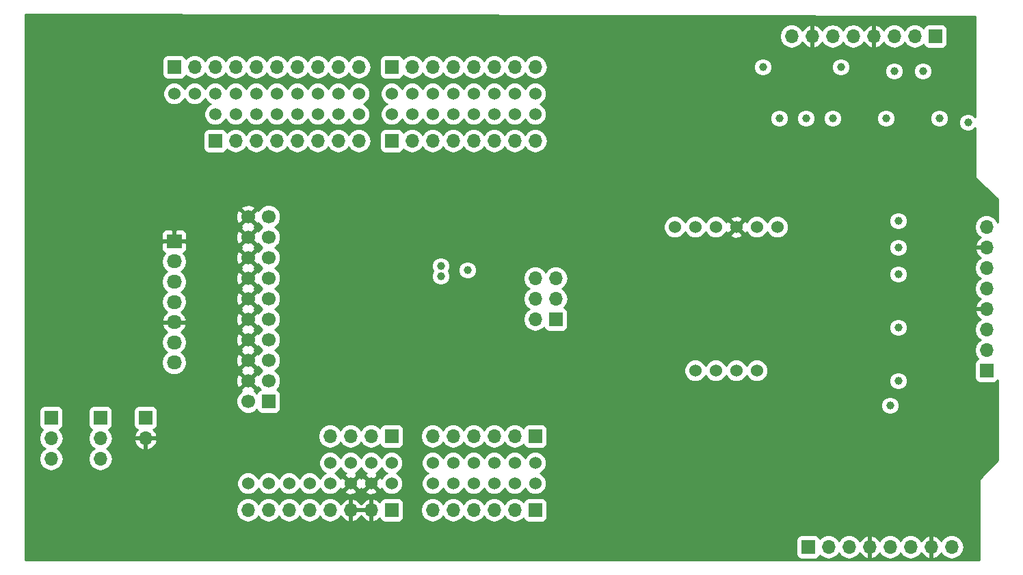
<source format=gbr>
G04 #@! TF.GenerationSoftware,KiCad,Pcbnew,5.0.0-fee4fd1~66~ubuntu18.04.1*
G04 #@! TF.CreationDate,2018-10-01T02:54:44+02:00*
G04 #@! TF.ProjectId,pcb,7063622E6B696361645F706362000000,rev?*
G04 #@! TF.SameCoordinates,Original*
G04 #@! TF.FileFunction,Copper,L2,Inr,Plane*
G04 #@! TF.FilePolarity,Positive*
%FSLAX46Y46*%
G04 Gerber Fmt 4.6, Leading zero omitted, Abs format (unit mm)*
G04 Created by KiCad (PCBNEW 5.0.0-fee4fd1~66~ubuntu18.04.1) date Mon Oct  1 02:54:44 2018*
%MOMM*%
%LPD*%
G01*
G04 APERTURE LIST*
G04 #@! TA.AperFunction,ViaPad*
%ADD10C,1.524000*%
G04 #@! TD*
G04 #@! TA.AperFunction,ViaPad*
%ADD11C,1.523000*%
G04 #@! TD*
G04 #@! TA.AperFunction,ViaPad*
%ADD12O,1.850000X1.700000*%
G04 #@! TD*
G04 #@! TA.AperFunction,ViaPad*
%ADD13R,1.850000X1.700000*%
G04 #@! TD*
G04 #@! TA.AperFunction,ViaPad*
%ADD14O,1.700000X1.700000*%
G04 #@! TD*
G04 #@! TA.AperFunction,ViaPad*
%ADD15R,1.700000X1.700000*%
G04 #@! TD*
G04 #@! TA.AperFunction,ViaPad*
%ADD16C,1.700000*%
G04 #@! TD*
G04 #@! TA.AperFunction,ViaPad*
%ADD17C,1.000000*%
G04 #@! TD*
G04 #@! TA.AperFunction,ViaPad*
%ADD18C,2.270000*%
G04 #@! TD*
G04 #@! TA.AperFunction,Conductor*
%ADD19C,0.254000*%
G04 #@! TD*
G04 APERTURE END LIST*
D10*
G04 #@! TO.N,Net-(U2-PadNC1)*
G04 #@! TO.C,U2*
X83820000Y-101600000D03*
G04 #@! TO.N,Net-(JP8-Pad7)*
X86360000Y-101600000D03*
G04 #@! TO.N,/PYNQ_SCL*
X74676000Y-53340000D03*
G04 #@! TO.N,/PYNQ_SDA*
X77216000Y-53340000D03*
G04 #@! TO.N,VCC*
X93980000Y-101600000D03*
D11*
G04 #@! TO.N,Net-(JP4-Pad3)*
X79756000Y-53340000D03*
D10*
G04 #@! TO.N,Net-(JP4-Pad4)*
X82296000Y-53340000D03*
G04 #@! TO.N,Net-(JP4-Pad5)*
X84836000Y-53340000D03*
G04 #@! TO.N,Net-(JP4-Pad6)*
X87376000Y-53340000D03*
G04 #@! TO.N,Net-(JP4-Pad7)*
X89916000Y-53340000D03*
G04 #@! TO.N,Net-(JP4-Pad8)*
X92456000Y-53340000D03*
G04 #@! TO.N,Net-(JP4-Pad9)*
X94996000Y-53340000D03*
G04 #@! TO.N,Net-(JP4-Pad10)*
X97536000Y-53340000D03*
G04 #@! TO.N,Net-(JP3-Pad1)*
X101600000Y-53340000D03*
G04 #@! TO.N,Net-(JP3-Pad2)*
X104140000Y-53340000D03*
G04 #@! TO.N,/PYNQ-DEBUG/SW_2*
X106680000Y-53340000D03*
G04 #@! TO.N,/PYNQ-DEBUG/SW_1*
X109220000Y-53340000D03*
G04 #@! TO.N,/PYNQ-DEBUG/LED_2*
X111760000Y-53340000D03*
G04 #@! TO.N,/PYNQ-DEBUG/LED_1*
X114300000Y-53340000D03*
G04 #@! TO.N,/PYNQ_TX*
X116840000Y-53340000D03*
G04 #@! TO.N,/PYNQ_RX*
X119380000Y-53340000D03*
G04 #@! TO.N,Net-(JP8-Pad6)*
X88900000Y-101600000D03*
G04 #@! TO.N,+3V3*
X91440000Y-101600000D03*
G04 #@! TO.N,GND*
X96520000Y-101600000D03*
X99060000Y-101600000D03*
G04 #@! TO.N,Net-(JP8-Pad1)*
X101600000Y-101600000D03*
G04 #@! TO.N,Net-(JP7-Pad4)*
X111760000Y-101600000D03*
G04 #@! TO.N,Net-(JP7-Pad5)*
X109220000Y-101600000D03*
G04 #@! TO.N,Net-(JP7-Pad6)*
X106680000Y-101600000D03*
G04 #@! TO.N,Net-(JP7-Pad3)*
X114300000Y-101600000D03*
G04 #@! TO.N,Net-(JP7-Pad2)*
X116840000Y-101600000D03*
G04 #@! TO.N,Net-(JP7-Pad1)*
X119380000Y-101600000D03*
G04 #@! TO.N,Net-(JP1-Pad8)*
X119380000Y-55880000D03*
G04 #@! TO.N,Net-(JP1-Pad7)*
X116840000Y-55880000D03*
G04 #@! TO.N,Net-(JP1-Pad6)*
X114300000Y-55880000D03*
G04 #@! TO.N,Net-(JP1-Pad5)*
X111760000Y-55880000D03*
G04 #@! TO.N,Net-(JP1-Pad4)*
X109220000Y-55880000D03*
G04 #@! TO.N,Net-(JP1-Pad3)*
X106680000Y-55880000D03*
G04 #@! TO.N,Net-(JP1-Pad2)*
X104140000Y-55880000D03*
G04 #@! TO.N,Net-(JP1-Pad1)*
X101600000Y-55880000D03*
G04 #@! TO.N,Net-(JP2-Pad8)*
X97536000Y-55880000D03*
G04 #@! TO.N,Net-(JP2-Pad7)*
X94996000Y-55880000D03*
G04 #@! TO.N,Net-(JP2-Pad6)*
X92456000Y-55880000D03*
G04 #@! TO.N,Net-(JP2-Pad5)*
X89916000Y-55880000D03*
G04 #@! TO.N,Net-(JP2-Pad4)*
X87376000Y-55880000D03*
G04 #@! TO.N,Net-(JP2-Pad3)*
X84836000Y-55880000D03*
G04 #@! TO.N,Net-(JP2-Pad2)*
X82296000Y-55880000D03*
D11*
G04 #@! TO.N,Net-(JP2-Pad1)*
X79756000Y-55880000D03*
D10*
G04 #@! TO.N,Net-(JP5-Pad1)*
X119380000Y-99060000D03*
G04 #@! TO.N,Net-(JP5-Pad2)*
X116840000Y-99060000D03*
G04 #@! TO.N,Net-(JP5-Pad3)*
X114300000Y-99060000D03*
G04 #@! TO.N,Net-(JP5-Pad6)*
X106680000Y-99060000D03*
G04 #@! TO.N,Net-(JP5-Pad5)*
X109220000Y-99060000D03*
G04 #@! TO.N,Net-(JP5-Pad4)*
X111760000Y-99060000D03*
G04 #@! TO.N,Net-(JP6-Pad1)*
X101600000Y-99060000D03*
G04 #@! TO.N,Net-(JP6-Pad2)*
X99060000Y-99060000D03*
G04 #@! TO.N,Net-(JP6-Pad3)*
X96520000Y-99060000D03*
G04 #@! TO.N,Net-(JP6-Pad4)*
X93980000Y-99060000D03*
G04 #@! TD*
D12*
G04 #@! TO.N,Net-(C11-Pad1)*
G04 #@! TO.C,U4*
X74676000Y-86628000D03*
G04 #@! TO.N,/LIDAR/MOTO_CTRL*
X74676000Y-84128000D03*
G04 #@! TO.N,GND*
X74676000Y-81628000D03*
G04 #@! TO.N,Net-(JP10-Pad2)*
X74676000Y-79128000D03*
G04 #@! TO.N,/LIDAR/RX*
X74676000Y-76628000D03*
G04 #@! TO.N,/LIDAR/TX*
X74676000Y-74128000D03*
D13*
G04 #@! TO.N,GND*
X74676000Y-71628000D03*
G04 #@! TD*
D14*
G04 #@! TO.N,/SPI/MISO*
G04 #@! TO.C,J2*
X119380000Y-76200000D03*
G04 #@! TO.N,Net-(J2-Pad5)*
X121920000Y-76200000D03*
G04 #@! TO.N,/SPI/SCLK*
X119380000Y-78740000D03*
G04 #@! TO.N,/SPI/MOSI*
X121920000Y-78740000D03*
G04 #@! TO.N,/SPI/SS*
X119380000Y-81280000D03*
D15*
G04 #@! TO.N,Net-(J2-Pad1)*
X121920000Y-81280000D03*
G04 #@! TD*
D16*
G04 #@! TO.N,GND*
G04 #@! TO.C,J1*
X83820000Y-68580000D03*
G04 #@! TO.N,Net-(J1-Pad19)*
X86360000Y-68580000D03*
G04 #@! TO.N,GND*
X83820000Y-71120000D03*
G04 #@! TO.N,Net-(J1-Pad17)*
X86360000Y-71120000D03*
G04 #@! TO.N,GND*
X83820000Y-73660000D03*
G04 #@! TO.N,/MCU_RST*
X86360000Y-73660000D03*
G04 #@! TO.N,GND*
X83820000Y-76200000D03*
G04 #@! TO.N,/JTAG/SWO*
X86360000Y-76200000D03*
G04 #@! TO.N,GND*
X83820000Y-78740000D03*
G04 #@! TO.N,Net-(J1-Pad11)*
X86360000Y-78740000D03*
G04 #@! TO.N,GND*
X83820000Y-81280000D03*
G04 #@! TO.N,/JTAG/SWCLK*
X86360000Y-81280000D03*
G04 #@! TO.N,GND*
X83820000Y-83820000D03*
G04 #@! TO.N,/JTAG/SWDIO*
X86360000Y-83820000D03*
G04 #@! TO.N,GND*
X83820000Y-86360000D03*
G04 #@! TO.N,Net-(J1-Pad5)*
X86360000Y-86360000D03*
G04 #@! TO.N,GND*
X83820000Y-88900000D03*
G04 #@! TO.N,Net-(J1-Pad3)*
X86360000Y-88900000D03*
G04 #@! TO.N,Net-(J1-Pad2)*
X83820000Y-91440000D03*
D15*
G04 #@! TO.N,+3V3*
X86360000Y-91440000D03*
G04 #@! TD*
D14*
G04 #@! TO.N,Net-(JP2-Pad8)*
G04 #@! TO.C,JP2*
X97536000Y-59182000D03*
G04 #@! TO.N,Net-(JP2-Pad7)*
X94996000Y-59182000D03*
G04 #@! TO.N,Net-(JP2-Pad6)*
X92456000Y-59182000D03*
G04 #@! TO.N,Net-(JP2-Pad5)*
X89916000Y-59182000D03*
G04 #@! TO.N,Net-(JP2-Pad4)*
X87376000Y-59182000D03*
G04 #@! TO.N,Net-(JP2-Pad3)*
X84836000Y-59182000D03*
G04 #@! TO.N,Net-(JP2-Pad2)*
X82296000Y-59182000D03*
D15*
G04 #@! TO.N,Net-(JP2-Pad1)*
X79756000Y-59182000D03*
G04 #@! TD*
D14*
G04 #@! TO.N,/PYNQ_RX*
G04 #@! TO.C,JP3*
X119380000Y-50038000D03*
G04 #@! TO.N,/PYNQ_TX*
X116840000Y-50038000D03*
G04 #@! TO.N,/PYNQ-DEBUG/LED_1*
X114300000Y-50038000D03*
G04 #@! TO.N,/PYNQ-DEBUG/LED_2*
X111760000Y-50038000D03*
G04 #@! TO.N,/PYNQ-DEBUG/SW_1*
X109220000Y-50038000D03*
G04 #@! TO.N,/PYNQ-DEBUG/SW_2*
X106680000Y-50038000D03*
G04 #@! TO.N,Net-(JP3-Pad2)*
X104140000Y-50038000D03*
D15*
G04 #@! TO.N,Net-(JP3-Pad1)*
X101600000Y-50038000D03*
G04 #@! TD*
D14*
G04 #@! TO.N,GND*
G04 #@! TO.C,BT1*
X71120000Y-96012000D03*
D15*
G04 #@! TO.N,Net-(BT1-Pad1)*
X71120000Y-93472000D03*
G04 #@! TD*
D14*
G04 #@! TO.N,Net-(SW6-Pad5)*
G04 #@! TO.C,U5*
X151130000Y-46228000D03*
G04 #@! TO.N,GND*
X153670000Y-46228000D03*
G04 #@! TO.N,Net-(SW6-Pad2)*
X156210000Y-46228000D03*
G04 #@! TO.N,Net-(SW4-Pad5)*
X158750000Y-46228000D03*
G04 #@! TO.N,GND*
X161290000Y-46228000D03*
G04 #@! TO.N,Net-(SW4-Pad2)*
X163830000Y-46228000D03*
G04 #@! TO.N,Net-(SW3-Pad5)*
X166370000Y-46228000D03*
D15*
G04 #@! TO.N,Net-(SW3-Pad2)*
X168910000Y-46228000D03*
G04 #@! TD*
D14*
G04 #@! TO.N,Net-(SW8-Pad5)*
G04 #@! TO.C,U6*
X175260000Y-69850000D03*
G04 #@! TO.N,GND*
X175260000Y-72390000D03*
G04 #@! TO.N,Net-(SW8-Pad2)*
X175260000Y-74930000D03*
G04 #@! TO.N,Net-(SW7-Pad5)*
X175260000Y-77470000D03*
G04 #@! TO.N,GND*
X175260000Y-80010000D03*
G04 #@! TO.N,Net-(SW7-Pad2)*
X175260000Y-82550000D03*
G04 #@! TO.N,Net-(SW5-Pad5)*
X175260000Y-85090000D03*
D15*
G04 #@! TO.N,Net-(SW5-Pad2)*
X175260000Y-87630000D03*
G04 #@! TD*
D14*
G04 #@! TO.N,Net-(SW11-Pad5)*
G04 #@! TO.C,U7*
X170942000Y-109474000D03*
G04 #@! TO.N,GND*
X168402000Y-109474000D03*
G04 #@! TO.N,Net-(SW11-Pad2)*
X165862000Y-109474000D03*
G04 #@! TO.N,Net-(SW10-Pad5)*
X163322000Y-109474000D03*
G04 #@! TO.N,GND*
X160782000Y-109474000D03*
G04 #@! TO.N,Net-(SW10-Pad2)*
X158242000Y-109474000D03*
G04 #@! TO.N,Net-(SW9-Pad5)*
X155702000Y-109474000D03*
D15*
G04 #@! TO.N,Net-(SW9-Pad2)*
X153162000Y-109474000D03*
G04 #@! TD*
D14*
G04 #@! TO.N,Net-(JP1-Pad8)*
G04 #@! TO.C,JP1*
X119380000Y-59182000D03*
G04 #@! TO.N,Net-(JP1-Pad7)*
X116840000Y-59182000D03*
G04 #@! TO.N,Net-(JP1-Pad6)*
X114300000Y-59182000D03*
G04 #@! TO.N,Net-(JP1-Pad5)*
X111760000Y-59182000D03*
G04 #@! TO.N,Net-(JP1-Pad4)*
X109220000Y-59182000D03*
G04 #@! TO.N,Net-(JP1-Pad3)*
X106680000Y-59182000D03*
G04 #@! TO.N,Net-(JP1-Pad2)*
X104140000Y-59182000D03*
D15*
G04 #@! TO.N,Net-(JP1-Pad1)*
X101600000Y-59182000D03*
G04 #@! TD*
D14*
G04 #@! TO.N,Net-(JP4-Pad10)*
G04 #@! TO.C,JP4*
X97536000Y-50038000D03*
G04 #@! TO.N,Net-(JP4-Pad9)*
X94996000Y-50038000D03*
G04 #@! TO.N,Net-(JP4-Pad8)*
X92456000Y-50038000D03*
G04 #@! TO.N,Net-(JP4-Pad7)*
X89916000Y-50038000D03*
G04 #@! TO.N,Net-(JP4-Pad6)*
X87376000Y-50038000D03*
G04 #@! TO.N,Net-(JP4-Pad5)*
X84836000Y-50038000D03*
G04 #@! TO.N,Net-(JP4-Pad4)*
X82296000Y-50038000D03*
G04 #@! TO.N,Net-(JP4-Pad3)*
X79756000Y-50038000D03*
G04 #@! TO.N,/PYNQ_SDA*
X77216000Y-50038000D03*
D15*
G04 #@! TO.N,/PYNQ_SCL*
X74676000Y-50038000D03*
G04 #@! TD*
D14*
G04 #@! TO.N,Net-(JP5-Pad6)*
G04 #@! TO.C,JP5*
X106680000Y-95758000D03*
G04 #@! TO.N,Net-(JP5-Pad5)*
X109220000Y-95758000D03*
G04 #@! TO.N,Net-(JP5-Pad4)*
X111760000Y-95758000D03*
G04 #@! TO.N,Net-(JP5-Pad3)*
X114300000Y-95758000D03*
G04 #@! TO.N,Net-(JP5-Pad2)*
X116840000Y-95758000D03*
D15*
G04 #@! TO.N,Net-(JP5-Pad1)*
X119380000Y-95758000D03*
G04 #@! TD*
D14*
G04 #@! TO.N,Net-(JP6-Pad4)*
G04 #@! TO.C,JP6*
X93980000Y-95758000D03*
G04 #@! TO.N,Net-(JP6-Pad3)*
X96520000Y-95758000D03*
G04 #@! TO.N,Net-(JP6-Pad2)*
X99060000Y-95758000D03*
D15*
G04 #@! TO.N,Net-(JP6-Pad1)*
X101600000Y-95758000D03*
G04 #@! TD*
D14*
G04 #@! TO.N,Net-(JP7-Pad6)*
G04 #@! TO.C,JP7*
X106680000Y-104902000D03*
G04 #@! TO.N,Net-(JP7-Pad5)*
X109220000Y-104902000D03*
G04 #@! TO.N,Net-(JP7-Pad4)*
X111760000Y-104902000D03*
G04 #@! TO.N,Net-(JP7-Pad3)*
X114300000Y-104902000D03*
G04 #@! TO.N,Net-(JP7-Pad2)*
X116840000Y-104902000D03*
D15*
G04 #@! TO.N,Net-(JP7-Pad1)*
X119380000Y-104902000D03*
G04 #@! TD*
D14*
G04 #@! TO.N,Net-(JP8-Pad8)*
G04 #@! TO.C,JP8*
X83820000Y-104902000D03*
G04 #@! TO.N,Net-(JP8-Pad7)*
X86360000Y-104902000D03*
G04 #@! TO.N,Net-(JP8-Pad6)*
X88900000Y-104902000D03*
G04 #@! TO.N,+3V3*
X91440000Y-104902000D03*
G04 #@! TO.N,VCC*
X93980000Y-104902000D03*
G04 #@! TO.N,GND*
X96520000Y-104902000D03*
X99060000Y-104902000D03*
D15*
G04 #@! TO.N,Net-(JP8-Pad1)*
X101600000Y-104902000D03*
G04 #@! TD*
D14*
G04 #@! TO.N,VCC*
G04 #@! TO.C,JP9*
X65532000Y-98552000D03*
G04 #@! TO.N,Net-(C11-Pad1)*
X65532000Y-96012000D03*
D15*
G04 #@! TO.N,Net-(BT1-Pad1)*
X65532000Y-93472000D03*
G04 #@! TD*
D10*
G04 #@! TO.N,Net-(U3-Pad10)*
G04 #@! TO.C,U3*
X139192000Y-87630000D03*
G04 #@! TO.N,/IMU/INT*
X141732000Y-87630000D03*
G04 #@! TO.N,Net-(U3-Pad8)*
X144272000Y-87630000D03*
G04 #@! TO.N,Net-(U3-Pad7)*
X146812000Y-87630000D03*
G04 #@! TO.N,+3V3*
X149352000Y-69850000D03*
G04 #@! TO.N,Net-(U3-Pad5)*
X146812000Y-69850000D03*
G04 #@! TO.N,GND*
X144272000Y-69850000D03*
G04 #@! TO.N,/IMU/SDA*
X141732000Y-69850000D03*
G04 #@! TO.N,/IMU/SCL*
X139192000Y-69850000D03*
G04 #@! TO.N,/IMU/RST*
X136652000Y-69850000D03*
G04 #@! TD*
D15*
G04 #@! TO.N,Net-(C11-Pad1)*
G04 #@! TO.C,JP10*
X59436000Y-93472000D03*
D14*
G04 #@! TO.N,Net-(JP10-Pad2)*
X59436000Y-96012000D03*
G04 #@! TO.N,VCC*
X59436000Y-98552000D03*
G04 #@! TD*
D17*
G04 #@! TO.N,GND*
X104902000Y-81026000D03*
D18*
X79502000Y-79502000D03*
D17*
X92964000Y-70358000D03*
G04 #@! TO.N,+3V3*
X110998000Y-75184000D03*
X172974000Y-56896000D03*
X152908000Y-56388000D03*
X163322000Y-91948000D03*
X164338000Y-72390000D03*
G04 #@! TO.N,/AVDD_DEC*
X107696000Y-74676000D03*
G04 #@! TO.N,/CLOCK/HFXTAL_N*
X107696000Y-75946000D03*
G04 #@! TO.N,/PF11*
X156210000Y-56388000D03*
G04 #@! TO.N,/PF10*
X149606000Y-56388000D03*
G04 #@! TO.N,/PA4*
X164338000Y-75692000D03*
G04 #@! TO.N,/PA3*
X164338000Y-69088000D03*
G04 #@! TO.N,/PD5*
X169418000Y-56388000D03*
G04 #@! TO.N,/PD6*
X162814000Y-56388000D03*
G04 #@! TO.N,/PB4*
X164338000Y-88900000D03*
G04 #@! TO.N,/PB5*
X164338000Y-82296000D03*
G04 #@! TO.N,Net-(Q1-Pad3)*
X167386000Y-50546000D03*
G04 #@! TO.N,Net-(Q3-Pad3)*
X163830000Y-50546000D03*
G04 #@! TO.N,Net-(Q5-Pad3)*
X157226000Y-50038000D03*
G04 #@! TO.N,Net-(Q7-Pad3)*
X147574000Y-50038000D03*
G04 #@! TD*
D19*
G04 #@! TO.N,GND*
G36*
X173863000Y-43814727D02*
X173863000Y-56179867D01*
X173616926Y-55933793D01*
X173199766Y-55761000D01*
X172748234Y-55761000D01*
X172331074Y-55933793D01*
X172011793Y-56253074D01*
X171839000Y-56670234D01*
X171839000Y-57121766D01*
X172011793Y-57538926D01*
X172331074Y-57858207D01*
X172748234Y-58031000D01*
X173199766Y-58031000D01*
X173616926Y-57858207D01*
X173863000Y-57612133D01*
X173863000Y-63754000D01*
X173872667Y-63802601D01*
X173904571Y-63847972D01*
X176657000Y-66350180D01*
X176657000Y-69267830D01*
X176330625Y-68779375D01*
X175839418Y-68451161D01*
X175406256Y-68365000D01*
X175113744Y-68365000D01*
X174680582Y-68451161D01*
X174189375Y-68779375D01*
X173861161Y-69270582D01*
X173745908Y-69850000D01*
X173861161Y-70429418D01*
X174189375Y-70920625D01*
X174508478Y-71133843D01*
X174378642Y-71194817D01*
X173988355Y-71623076D01*
X173818524Y-72033110D01*
X173939845Y-72263000D01*
X175133000Y-72263000D01*
X175133000Y-72243000D01*
X175387000Y-72243000D01*
X175387000Y-72263000D01*
X175407000Y-72263000D01*
X175407000Y-72517000D01*
X175387000Y-72517000D01*
X175387000Y-72537000D01*
X175133000Y-72537000D01*
X175133000Y-72517000D01*
X173939845Y-72517000D01*
X173818524Y-72746890D01*
X173988355Y-73156924D01*
X174378642Y-73585183D01*
X174508478Y-73646157D01*
X174189375Y-73859375D01*
X173861161Y-74350582D01*
X173745908Y-74930000D01*
X173861161Y-75509418D01*
X174189375Y-76000625D01*
X174487761Y-76200000D01*
X174189375Y-76399375D01*
X173861161Y-76890582D01*
X173745908Y-77470000D01*
X173861161Y-78049418D01*
X174189375Y-78540625D01*
X174508478Y-78753843D01*
X174378642Y-78814817D01*
X173988355Y-79243076D01*
X173818524Y-79653110D01*
X173939845Y-79883000D01*
X175133000Y-79883000D01*
X175133000Y-79863000D01*
X175387000Y-79863000D01*
X175387000Y-79883000D01*
X175407000Y-79883000D01*
X175407000Y-80137000D01*
X175387000Y-80137000D01*
X175387000Y-80157000D01*
X175133000Y-80157000D01*
X175133000Y-80137000D01*
X173939845Y-80137000D01*
X173818524Y-80366890D01*
X173988355Y-80776924D01*
X174378642Y-81205183D01*
X174508478Y-81266157D01*
X174189375Y-81479375D01*
X173861161Y-81970582D01*
X173745908Y-82550000D01*
X173861161Y-83129418D01*
X174189375Y-83620625D01*
X174487761Y-83820000D01*
X174189375Y-84019375D01*
X173861161Y-84510582D01*
X173745908Y-85090000D01*
X173861161Y-85669418D01*
X174189375Y-86160625D01*
X174207619Y-86172816D01*
X174162235Y-86181843D01*
X173952191Y-86322191D01*
X173811843Y-86532235D01*
X173762560Y-86780000D01*
X173762560Y-88480000D01*
X173811843Y-88727765D01*
X173952191Y-88937809D01*
X174162235Y-89078157D01*
X174410000Y-89127440D01*
X176110000Y-89127440D01*
X176357765Y-89078157D01*
X176567809Y-88937809D01*
X176657000Y-88804326D01*
X176657000Y-98753394D01*
X174408197Y-101002197D01*
X174380667Y-101043399D01*
X174371000Y-101092000D01*
X174371000Y-111125000D01*
X56261000Y-111125000D01*
X56261000Y-108624000D01*
X151664560Y-108624000D01*
X151664560Y-110324000D01*
X151713843Y-110571765D01*
X151854191Y-110781809D01*
X152064235Y-110922157D01*
X152312000Y-110971440D01*
X154012000Y-110971440D01*
X154259765Y-110922157D01*
X154469809Y-110781809D01*
X154610157Y-110571765D01*
X154619184Y-110526381D01*
X154631375Y-110544625D01*
X155122582Y-110872839D01*
X155555744Y-110959000D01*
X155848256Y-110959000D01*
X156281418Y-110872839D01*
X156772625Y-110544625D01*
X156972000Y-110246239D01*
X157171375Y-110544625D01*
X157662582Y-110872839D01*
X158095744Y-110959000D01*
X158388256Y-110959000D01*
X158821418Y-110872839D01*
X159312625Y-110544625D01*
X159525843Y-110225522D01*
X159586817Y-110355358D01*
X160015076Y-110745645D01*
X160425110Y-110915476D01*
X160655000Y-110794155D01*
X160655000Y-109601000D01*
X160635000Y-109601000D01*
X160635000Y-109347000D01*
X160655000Y-109347000D01*
X160655000Y-108153845D01*
X160909000Y-108153845D01*
X160909000Y-109347000D01*
X160929000Y-109347000D01*
X160929000Y-109601000D01*
X160909000Y-109601000D01*
X160909000Y-110794155D01*
X161138890Y-110915476D01*
X161548924Y-110745645D01*
X161977183Y-110355358D01*
X162038157Y-110225522D01*
X162251375Y-110544625D01*
X162742582Y-110872839D01*
X163175744Y-110959000D01*
X163468256Y-110959000D01*
X163901418Y-110872839D01*
X164392625Y-110544625D01*
X164592000Y-110246239D01*
X164791375Y-110544625D01*
X165282582Y-110872839D01*
X165715744Y-110959000D01*
X166008256Y-110959000D01*
X166441418Y-110872839D01*
X166932625Y-110544625D01*
X167145843Y-110225522D01*
X167206817Y-110355358D01*
X167635076Y-110745645D01*
X168045110Y-110915476D01*
X168275000Y-110794155D01*
X168275000Y-109601000D01*
X168255000Y-109601000D01*
X168255000Y-109347000D01*
X168275000Y-109347000D01*
X168275000Y-108153845D01*
X168529000Y-108153845D01*
X168529000Y-109347000D01*
X168549000Y-109347000D01*
X168549000Y-109601000D01*
X168529000Y-109601000D01*
X168529000Y-110794155D01*
X168758890Y-110915476D01*
X169168924Y-110745645D01*
X169597183Y-110355358D01*
X169658157Y-110225522D01*
X169871375Y-110544625D01*
X170362582Y-110872839D01*
X170795744Y-110959000D01*
X171088256Y-110959000D01*
X171521418Y-110872839D01*
X172012625Y-110544625D01*
X172340839Y-110053418D01*
X172456092Y-109474000D01*
X172340839Y-108894582D01*
X172012625Y-108403375D01*
X171521418Y-108075161D01*
X171088256Y-107989000D01*
X170795744Y-107989000D01*
X170362582Y-108075161D01*
X169871375Y-108403375D01*
X169658157Y-108722478D01*
X169597183Y-108592642D01*
X169168924Y-108202355D01*
X168758890Y-108032524D01*
X168529000Y-108153845D01*
X168275000Y-108153845D01*
X168045110Y-108032524D01*
X167635076Y-108202355D01*
X167206817Y-108592642D01*
X167145843Y-108722478D01*
X166932625Y-108403375D01*
X166441418Y-108075161D01*
X166008256Y-107989000D01*
X165715744Y-107989000D01*
X165282582Y-108075161D01*
X164791375Y-108403375D01*
X164592000Y-108701761D01*
X164392625Y-108403375D01*
X163901418Y-108075161D01*
X163468256Y-107989000D01*
X163175744Y-107989000D01*
X162742582Y-108075161D01*
X162251375Y-108403375D01*
X162038157Y-108722478D01*
X161977183Y-108592642D01*
X161548924Y-108202355D01*
X161138890Y-108032524D01*
X160909000Y-108153845D01*
X160655000Y-108153845D01*
X160425110Y-108032524D01*
X160015076Y-108202355D01*
X159586817Y-108592642D01*
X159525843Y-108722478D01*
X159312625Y-108403375D01*
X158821418Y-108075161D01*
X158388256Y-107989000D01*
X158095744Y-107989000D01*
X157662582Y-108075161D01*
X157171375Y-108403375D01*
X156972000Y-108701761D01*
X156772625Y-108403375D01*
X156281418Y-108075161D01*
X155848256Y-107989000D01*
X155555744Y-107989000D01*
X155122582Y-108075161D01*
X154631375Y-108403375D01*
X154619184Y-108421619D01*
X154610157Y-108376235D01*
X154469809Y-108166191D01*
X154259765Y-108025843D01*
X154012000Y-107976560D01*
X152312000Y-107976560D01*
X152064235Y-108025843D01*
X151854191Y-108166191D01*
X151713843Y-108376235D01*
X151664560Y-108624000D01*
X56261000Y-108624000D01*
X56261000Y-104902000D01*
X82305908Y-104902000D01*
X82421161Y-105481418D01*
X82749375Y-105972625D01*
X83240582Y-106300839D01*
X83673744Y-106387000D01*
X83966256Y-106387000D01*
X84399418Y-106300839D01*
X84890625Y-105972625D01*
X85090000Y-105674239D01*
X85289375Y-105972625D01*
X85780582Y-106300839D01*
X86213744Y-106387000D01*
X86506256Y-106387000D01*
X86939418Y-106300839D01*
X87430625Y-105972625D01*
X87630000Y-105674239D01*
X87829375Y-105972625D01*
X88320582Y-106300839D01*
X88753744Y-106387000D01*
X89046256Y-106387000D01*
X89479418Y-106300839D01*
X89970625Y-105972625D01*
X90170000Y-105674239D01*
X90369375Y-105972625D01*
X90860582Y-106300839D01*
X91293744Y-106387000D01*
X91586256Y-106387000D01*
X92019418Y-106300839D01*
X92510625Y-105972625D01*
X92710000Y-105674239D01*
X92909375Y-105972625D01*
X93400582Y-106300839D01*
X93833744Y-106387000D01*
X94126256Y-106387000D01*
X94559418Y-106300839D01*
X95050625Y-105972625D01*
X95263843Y-105653522D01*
X95324817Y-105783358D01*
X95753076Y-106173645D01*
X96163110Y-106343476D01*
X96393000Y-106222155D01*
X96393000Y-105029000D01*
X96647000Y-105029000D01*
X96647000Y-106222155D01*
X96876890Y-106343476D01*
X97286924Y-106173645D01*
X97715183Y-105783358D01*
X97790000Y-105624046D01*
X97864817Y-105783358D01*
X98293076Y-106173645D01*
X98703110Y-106343476D01*
X98933000Y-106222155D01*
X98933000Y-105029000D01*
X96647000Y-105029000D01*
X96393000Y-105029000D01*
X96373000Y-105029000D01*
X96373000Y-104775000D01*
X96393000Y-104775000D01*
X96393000Y-103581845D01*
X96647000Y-103581845D01*
X96647000Y-104775000D01*
X98933000Y-104775000D01*
X98933000Y-103581845D01*
X99187000Y-103581845D01*
X99187000Y-104775000D01*
X99207000Y-104775000D01*
X99207000Y-105029000D01*
X99187000Y-105029000D01*
X99187000Y-106222155D01*
X99416890Y-106343476D01*
X99826924Y-106173645D01*
X100131261Y-105896292D01*
X100151843Y-105999765D01*
X100292191Y-106209809D01*
X100502235Y-106350157D01*
X100750000Y-106399440D01*
X102450000Y-106399440D01*
X102697765Y-106350157D01*
X102907809Y-106209809D01*
X103048157Y-105999765D01*
X103097440Y-105752000D01*
X103097440Y-104902000D01*
X105165908Y-104902000D01*
X105281161Y-105481418D01*
X105609375Y-105972625D01*
X106100582Y-106300839D01*
X106533744Y-106387000D01*
X106826256Y-106387000D01*
X107259418Y-106300839D01*
X107750625Y-105972625D01*
X107950000Y-105674239D01*
X108149375Y-105972625D01*
X108640582Y-106300839D01*
X109073744Y-106387000D01*
X109366256Y-106387000D01*
X109799418Y-106300839D01*
X110290625Y-105972625D01*
X110490000Y-105674239D01*
X110689375Y-105972625D01*
X111180582Y-106300839D01*
X111613744Y-106387000D01*
X111906256Y-106387000D01*
X112339418Y-106300839D01*
X112830625Y-105972625D01*
X113030000Y-105674239D01*
X113229375Y-105972625D01*
X113720582Y-106300839D01*
X114153744Y-106387000D01*
X114446256Y-106387000D01*
X114879418Y-106300839D01*
X115370625Y-105972625D01*
X115570000Y-105674239D01*
X115769375Y-105972625D01*
X116260582Y-106300839D01*
X116693744Y-106387000D01*
X116986256Y-106387000D01*
X117419418Y-106300839D01*
X117910625Y-105972625D01*
X117922816Y-105954381D01*
X117931843Y-105999765D01*
X118072191Y-106209809D01*
X118282235Y-106350157D01*
X118530000Y-106399440D01*
X120230000Y-106399440D01*
X120477765Y-106350157D01*
X120687809Y-106209809D01*
X120828157Y-105999765D01*
X120877440Y-105752000D01*
X120877440Y-104052000D01*
X120828157Y-103804235D01*
X120687809Y-103594191D01*
X120477765Y-103453843D01*
X120230000Y-103404560D01*
X118530000Y-103404560D01*
X118282235Y-103453843D01*
X118072191Y-103594191D01*
X117931843Y-103804235D01*
X117922816Y-103849619D01*
X117910625Y-103831375D01*
X117419418Y-103503161D01*
X116986256Y-103417000D01*
X116693744Y-103417000D01*
X116260582Y-103503161D01*
X115769375Y-103831375D01*
X115570000Y-104129761D01*
X115370625Y-103831375D01*
X114879418Y-103503161D01*
X114446256Y-103417000D01*
X114153744Y-103417000D01*
X113720582Y-103503161D01*
X113229375Y-103831375D01*
X113030000Y-104129761D01*
X112830625Y-103831375D01*
X112339418Y-103503161D01*
X111906256Y-103417000D01*
X111613744Y-103417000D01*
X111180582Y-103503161D01*
X110689375Y-103831375D01*
X110490000Y-104129761D01*
X110290625Y-103831375D01*
X109799418Y-103503161D01*
X109366256Y-103417000D01*
X109073744Y-103417000D01*
X108640582Y-103503161D01*
X108149375Y-103831375D01*
X107950000Y-104129761D01*
X107750625Y-103831375D01*
X107259418Y-103503161D01*
X106826256Y-103417000D01*
X106533744Y-103417000D01*
X106100582Y-103503161D01*
X105609375Y-103831375D01*
X105281161Y-104322582D01*
X105165908Y-104902000D01*
X103097440Y-104902000D01*
X103097440Y-104052000D01*
X103048157Y-103804235D01*
X102907809Y-103594191D01*
X102697765Y-103453843D01*
X102450000Y-103404560D01*
X100750000Y-103404560D01*
X100502235Y-103453843D01*
X100292191Y-103594191D01*
X100151843Y-103804235D01*
X100131261Y-103907708D01*
X99826924Y-103630355D01*
X99416890Y-103460524D01*
X99187000Y-103581845D01*
X98933000Y-103581845D01*
X98703110Y-103460524D01*
X98293076Y-103630355D01*
X97864817Y-104020642D01*
X97790000Y-104179954D01*
X97715183Y-104020642D01*
X97286924Y-103630355D01*
X96876890Y-103460524D01*
X96647000Y-103581845D01*
X96393000Y-103581845D01*
X96163110Y-103460524D01*
X95753076Y-103630355D01*
X95324817Y-104020642D01*
X95263843Y-104150478D01*
X95050625Y-103831375D01*
X94559418Y-103503161D01*
X94126256Y-103417000D01*
X93833744Y-103417000D01*
X93400582Y-103503161D01*
X92909375Y-103831375D01*
X92710000Y-104129761D01*
X92510625Y-103831375D01*
X92019418Y-103503161D01*
X91586256Y-103417000D01*
X91293744Y-103417000D01*
X90860582Y-103503161D01*
X90369375Y-103831375D01*
X90170000Y-104129761D01*
X89970625Y-103831375D01*
X89479418Y-103503161D01*
X89046256Y-103417000D01*
X88753744Y-103417000D01*
X88320582Y-103503161D01*
X87829375Y-103831375D01*
X87630000Y-104129761D01*
X87430625Y-103831375D01*
X86939418Y-103503161D01*
X86506256Y-103417000D01*
X86213744Y-103417000D01*
X85780582Y-103503161D01*
X85289375Y-103831375D01*
X85090000Y-104129761D01*
X84890625Y-103831375D01*
X84399418Y-103503161D01*
X83966256Y-103417000D01*
X83673744Y-103417000D01*
X83240582Y-103503161D01*
X82749375Y-103831375D01*
X82421161Y-104322582D01*
X82305908Y-104902000D01*
X56261000Y-104902000D01*
X56261000Y-101322119D01*
X82423000Y-101322119D01*
X82423000Y-101877881D01*
X82635680Y-102391337D01*
X83028663Y-102784320D01*
X83542119Y-102997000D01*
X84097881Y-102997000D01*
X84611337Y-102784320D01*
X85004320Y-102391337D01*
X85090000Y-102184487D01*
X85175680Y-102391337D01*
X85568663Y-102784320D01*
X86082119Y-102997000D01*
X86637881Y-102997000D01*
X87151337Y-102784320D01*
X87544320Y-102391337D01*
X87630000Y-102184487D01*
X87715680Y-102391337D01*
X88108663Y-102784320D01*
X88622119Y-102997000D01*
X89177881Y-102997000D01*
X89691337Y-102784320D01*
X90084320Y-102391337D01*
X90170000Y-102184487D01*
X90255680Y-102391337D01*
X90648663Y-102784320D01*
X91162119Y-102997000D01*
X91717881Y-102997000D01*
X92231337Y-102784320D01*
X92624320Y-102391337D01*
X92710000Y-102184487D01*
X92795680Y-102391337D01*
X93188663Y-102784320D01*
X93702119Y-102997000D01*
X94257881Y-102997000D01*
X94771337Y-102784320D01*
X94975444Y-102580213D01*
X95719392Y-102580213D01*
X95788857Y-102822397D01*
X96312302Y-103009144D01*
X96867368Y-102981362D01*
X97251143Y-102822397D01*
X97320608Y-102580213D01*
X98259392Y-102580213D01*
X98328857Y-102822397D01*
X98852302Y-103009144D01*
X99407368Y-102981362D01*
X99791143Y-102822397D01*
X99860608Y-102580213D01*
X99060000Y-101779605D01*
X98259392Y-102580213D01*
X97320608Y-102580213D01*
X96520000Y-101779605D01*
X95719392Y-102580213D01*
X94975444Y-102580213D01*
X95164320Y-102391337D01*
X95243428Y-102200353D01*
X95297603Y-102331143D01*
X95539787Y-102400608D01*
X96340395Y-101600000D01*
X96699605Y-101600000D01*
X97500213Y-102400608D01*
X97742397Y-102331143D01*
X97786453Y-102207656D01*
X97837603Y-102331143D01*
X98079787Y-102400608D01*
X98880395Y-101600000D01*
X98079787Y-100799392D01*
X97837603Y-100868857D01*
X97793547Y-100992344D01*
X97742397Y-100868857D01*
X97500213Y-100799392D01*
X96699605Y-101600000D01*
X96340395Y-101600000D01*
X95539787Y-100799392D01*
X95297603Y-100868857D01*
X95247465Y-101009393D01*
X95164320Y-100808663D01*
X94771337Y-100415680D01*
X94564487Y-100330000D01*
X94771337Y-100244320D01*
X95164320Y-99851337D01*
X95250000Y-99644487D01*
X95335680Y-99851337D01*
X95728663Y-100244320D01*
X95919647Y-100323428D01*
X95788857Y-100377603D01*
X95719392Y-100619787D01*
X96520000Y-101420395D01*
X97320608Y-100619787D01*
X97251143Y-100377603D01*
X97110607Y-100327465D01*
X97311337Y-100244320D01*
X97704320Y-99851337D01*
X97790000Y-99644487D01*
X97875680Y-99851337D01*
X98268663Y-100244320D01*
X98459647Y-100323428D01*
X98328857Y-100377603D01*
X98259392Y-100619787D01*
X99060000Y-101420395D01*
X99860608Y-100619787D01*
X99791143Y-100377603D01*
X99650607Y-100327465D01*
X99851337Y-100244320D01*
X100244320Y-99851337D01*
X100330000Y-99644487D01*
X100415680Y-99851337D01*
X100808663Y-100244320D01*
X101015513Y-100330000D01*
X100808663Y-100415680D01*
X100415680Y-100808663D01*
X100336572Y-100999647D01*
X100282397Y-100868857D01*
X100040213Y-100799392D01*
X99239605Y-101600000D01*
X100040213Y-102400608D01*
X100282397Y-102331143D01*
X100332535Y-102190607D01*
X100415680Y-102391337D01*
X100808663Y-102784320D01*
X101322119Y-102997000D01*
X101877881Y-102997000D01*
X102391337Y-102784320D01*
X102784320Y-102391337D01*
X102997000Y-101877881D01*
X102997000Y-101322119D01*
X102784320Y-100808663D01*
X102391337Y-100415680D01*
X102184487Y-100330000D01*
X102391337Y-100244320D01*
X102784320Y-99851337D01*
X102997000Y-99337881D01*
X102997000Y-98782119D01*
X105283000Y-98782119D01*
X105283000Y-99337881D01*
X105495680Y-99851337D01*
X105888663Y-100244320D01*
X106095513Y-100330000D01*
X105888663Y-100415680D01*
X105495680Y-100808663D01*
X105283000Y-101322119D01*
X105283000Y-101877881D01*
X105495680Y-102391337D01*
X105888663Y-102784320D01*
X106402119Y-102997000D01*
X106957881Y-102997000D01*
X107471337Y-102784320D01*
X107864320Y-102391337D01*
X107950000Y-102184487D01*
X108035680Y-102391337D01*
X108428663Y-102784320D01*
X108942119Y-102997000D01*
X109497881Y-102997000D01*
X110011337Y-102784320D01*
X110404320Y-102391337D01*
X110490000Y-102184487D01*
X110575680Y-102391337D01*
X110968663Y-102784320D01*
X111482119Y-102997000D01*
X112037881Y-102997000D01*
X112551337Y-102784320D01*
X112944320Y-102391337D01*
X113030000Y-102184487D01*
X113115680Y-102391337D01*
X113508663Y-102784320D01*
X114022119Y-102997000D01*
X114577881Y-102997000D01*
X115091337Y-102784320D01*
X115484320Y-102391337D01*
X115570000Y-102184487D01*
X115655680Y-102391337D01*
X116048663Y-102784320D01*
X116562119Y-102997000D01*
X117117881Y-102997000D01*
X117631337Y-102784320D01*
X118024320Y-102391337D01*
X118110000Y-102184487D01*
X118195680Y-102391337D01*
X118588663Y-102784320D01*
X119102119Y-102997000D01*
X119657881Y-102997000D01*
X120171337Y-102784320D01*
X120564320Y-102391337D01*
X120777000Y-101877881D01*
X120777000Y-101322119D01*
X120564320Y-100808663D01*
X120171337Y-100415680D01*
X119964487Y-100330000D01*
X120171337Y-100244320D01*
X120564320Y-99851337D01*
X120777000Y-99337881D01*
X120777000Y-98782119D01*
X120564320Y-98268663D01*
X120171337Y-97875680D01*
X119657881Y-97663000D01*
X119102119Y-97663000D01*
X118588663Y-97875680D01*
X118195680Y-98268663D01*
X118110000Y-98475513D01*
X118024320Y-98268663D01*
X117631337Y-97875680D01*
X117117881Y-97663000D01*
X116562119Y-97663000D01*
X116048663Y-97875680D01*
X115655680Y-98268663D01*
X115570000Y-98475513D01*
X115484320Y-98268663D01*
X115091337Y-97875680D01*
X114577881Y-97663000D01*
X114022119Y-97663000D01*
X113508663Y-97875680D01*
X113115680Y-98268663D01*
X113030000Y-98475513D01*
X112944320Y-98268663D01*
X112551337Y-97875680D01*
X112037881Y-97663000D01*
X111482119Y-97663000D01*
X110968663Y-97875680D01*
X110575680Y-98268663D01*
X110490000Y-98475513D01*
X110404320Y-98268663D01*
X110011337Y-97875680D01*
X109497881Y-97663000D01*
X108942119Y-97663000D01*
X108428663Y-97875680D01*
X108035680Y-98268663D01*
X107950000Y-98475513D01*
X107864320Y-98268663D01*
X107471337Y-97875680D01*
X106957881Y-97663000D01*
X106402119Y-97663000D01*
X105888663Y-97875680D01*
X105495680Y-98268663D01*
X105283000Y-98782119D01*
X102997000Y-98782119D01*
X102784320Y-98268663D01*
X102391337Y-97875680D01*
X101877881Y-97663000D01*
X101322119Y-97663000D01*
X100808663Y-97875680D01*
X100415680Y-98268663D01*
X100330000Y-98475513D01*
X100244320Y-98268663D01*
X99851337Y-97875680D01*
X99337881Y-97663000D01*
X98782119Y-97663000D01*
X98268663Y-97875680D01*
X97875680Y-98268663D01*
X97790000Y-98475513D01*
X97704320Y-98268663D01*
X97311337Y-97875680D01*
X96797881Y-97663000D01*
X96242119Y-97663000D01*
X95728663Y-97875680D01*
X95335680Y-98268663D01*
X95250000Y-98475513D01*
X95164320Y-98268663D01*
X94771337Y-97875680D01*
X94257881Y-97663000D01*
X93702119Y-97663000D01*
X93188663Y-97875680D01*
X92795680Y-98268663D01*
X92583000Y-98782119D01*
X92583000Y-99337881D01*
X92795680Y-99851337D01*
X93188663Y-100244320D01*
X93395513Y-100330000D01*
X93188663Y-100415680D01*
X92795680Y-100808663D01*
X92710000Y-101015513D01*
X92624320Y-100808663D01*
X92231337Y-100415680D01*
X91717881Y-100203000D01*
X91162119Y-100203000D01*
X90648663Y-100415680D01*
X90255680Y-100808663D01*
X90170000Y-101015513D01*
X90084320Y-100808663D01*
X89691337Y-100415680D01*
X89177881Y-100203000D01*
X88622119Y-100203000D01*
X88108663Y-100415680D01*
X87715680Y-100808663D01*
X87630000Y-101015513D01*
X87544320Y-100808663D01*
X87151337Y-100415680D01*
X86637881Y-100203000D01*
X86082119Y-100203000D01*
X85568663Y-100415680D01*
X85175680Y-100808663D01*
X85090000Y-101015513D01*
X85004320Y-100808663D01*
X84611337Y-100415680D01*
X84097881Y-100203000D01*
X83542119Y-100203000D01*
X83028663Y-100415680D01*
X82635680Y-100808663D01*
X82423000Y-101322119D01*
X56261000Y-101322119D01*
X56261000Y-96012000D01*
X57921908Y-96012000D01*
X58037161Y-96591418D01*
X58365375Y-97082625D01*
X58663761Y-97282000D01*
X58365375Y-97481375D01*
X58037161Y-97972582D01*
X57921908Y-98552000D01*
X58037161Y-99131418D01*
X58365375Y-99622625D01*
X58856582Y-99950839D01*
X59289744Y-100037000D01*
X59582256Y-100037000D01*
X60015418Y-99950839D01*
X60506625Y-99622625D01*
X60834839Y-99131418D01*
X60950092Y-98552000D01*
X60834839Y-97972582D01*
X60506625Y-97481375D01*
X60208239Y-97282000D01*
X60506625Y-97082625D01*
X60834839Y-96591418D01*
X60950092Y-96012000D01*
X64017908Y-96012000D01*
X64133161Y-96591418D01*
X64461375Y-97082625D01*
X64759761Y-97282000D01*
X64461375Y-97481375D01*
X64133161Y-97972582D01*
X64017908Y-98552000D01*
X64133161Y-99131418D01*
X64461375Y-99622625D01*
X64952582Y-99950839D01*
X65385744Y-100037000D01*
X65678256Y-100037000D01*
X66111418Y-99950839D01*
X66602625Y-99622625D01*
X66930839Y-99131418D01*
X67046092Y-98552000D01*
X66930839Y-97972582D01*
X66602625Y-97481375D01*
X66304239Y-97282000D01*
X66602625Y-97082625D01*
X66930839Y-96591418D01*
X66975102Y-96368890D01*
X69678524Y-96368890D01*
X69848355Y-96778924D01*
X70238642Y-97207183D01*
X70763108Y-97453486D01*
X70993000Y-97332819D01*
X70993000Y-96139000D01*
X71247000Y-96139000D01*
X71247000Y-97332819D01*
X71476892Y-97453486D01*
X72001358Y-97207183D01*
X72391645Y-96778924D01*
X72561476Y-96368890D01*
X72440155Y-96139000D01*
X71247000Y-96139000D01*
X70993000Y-96139000D01*
X69799845Y-96139000D01*
X69678524Y-96368890D01*
X66975102Y-96368890D01*
X67046092Y-96012000D01*
X66930839Y-95432582D01*
X66602625Y-94941375D01*
X66584381Y-94929184D01*
X66629765Y-94920157D01*
X66839809Y-94779809D01*
X66980157Y-94569765D01*
X67029440Y-94322000D01*
X67029440Y-92622000D01*
X69622560Y-92622000D01*
X69622560Y-94322000D01*
X69671843Y-94569765D01*
X69812191Y-94779809D01*
X70022235Y-94920157D01*
X70125708Y-94940739D01*
X69848355Y-95245076D01*
X69678524Y-95655110D01*
X69799845Y-95885000D01*
X70993000Y-95885000D01*
X70993000Y-95865000D01*
X71247000Y-95865000D01*
X71247000Y-95885000D01*
X72440155Y-95885000D01*
X72507177Y-95758000D01*
X92465908Y-95758000D01*
X92581161Y-96337418D01*
X92909375Y-96828625D01*
X93400582Y-97156839D01*
X93833744Y-97243000D01*
X94126256Y-97243000D01*
X94559418Y-97156839D01*
X95050625Y-96828625D01*
X95250000Y-96530239D01*
X95449375Y-96828625D01*
X95940582Y-97156839D01*
X96373744Y-97243000D01*
X96666256Y-97243000D01*
X97099418Y-97156839D01*
X97590625Y-96828625D01*
X97790000Y-96530239D01*
X97989375Y-96828625D01*
X98480582Y-97156839D01*
X98913744Y-97243000D01*
X99206256Y-97243000D01*
X99639418Y-97156839D01*
X100130625Y-96828625D01*
X100142816Y-96810381D01*
X100151843Y-96855765D01*
X100292191Y-97065809D01*
X100502235Y-97206157D01*
X100750000Y-97255440D01*
X102450000Y-97255440D01*
X102697765Y-97206157D01*
X102907809Y-97065809D01*
X103048157Y-96855765D01*
X103097440Y-96608000D01*
X103097440Y-95758000D01*
X105165908Y-95758000D01*
X105281161Y-96337418D01*
X105609375Y-96828625D01*
X106100582Y-97156839D01*
X106533744Y-97243000D01*
X106826256Y-97243000D01*
X107259418Y-97156839D01*
X107750625Y-96828625D01*
X107950000Y-96530239D01*
X108149375Y-96828625D01*
X108640582Y-97156839D01*
X109073744Y-97243000D01*
X109366256Y-97243000D01*
X109799418Y-97156839D01*
X110290625Y-96828625D01*
X110490000Y-96530239D01*
X110689375Y-96828625D01*
X111180582Y-97156839D01*
X111613744Y-97243000D01*
X111906256Y-97243000D01*
X112339418Y-97156839D01*
X112830625Y-96828625D01*
X113030000Y-96530239D01*
X113229375Y-96828625D01*
X113720582Y-97156839D01*
X114153744Y-97243000D01*
X114446256Y-97243000D01*
X114879418Y-97156839D01*
X115370625Y-96828625D01*
X115570000Y-96530239D01*
X115769375Y-96828625D01*
X116260582Y-97156839D01*
X116693744Y-97243000D01*
X116986256Y-97243000D01*
X117419418Y-97156839D01*
X117910625Y-96828625D01*
X117922816Y-96810381D01*
X117931843Y-96855765D01*
X118072191Y-97065809D01*
X118282235Y-97206157D01*
X118530000Y-97255440D01*
X120230000Y-97255440D01*
X120477765Y-97206157D01*
X120687809Y-97065809D01*
X120828157Y-96855765D01*
X120877440Y-96608000D01*
X120877440Y-94908000D01*
X120828157Y-94660235D01*
X120687809Y-94450191D01*
X120477765Y-94309843D01*
X120230000Y-94260560D01*
X118530000Y-94260560D01*
X118282235Y-94309843D01*
X118072191Y-94450191D01*
X117931843Y-94660235D01*
X117922816Y-94705619D01*
X117910625Y-94687375D01*
X117419418Y-94359161D01*
X116986256Y-94273000D01*
X116693744Y-94273000D01*
X116260582Y-94359161D01*
X115769375Y-94687375D01*
X115570000Y-94985761D01*
X115370625Y-94687375D01*
X114879418Y-94359161D01*
X114446256Y-94273000D01*
X114153744Y-94273000D01*
X113720582Y-94359161D01*
X113229375Y-94687375D01*
X113030000Y-94985761D01*
X112830625Y-94687375D01*
X112339418Y-94359161D01*
X111906256Y-94273000D01*
X111613744Y-94273000D01*
X111180582Y-94359161D01*
X110689375Y-94687375D01*
X110490000Y-94985761D01*
X110290625Y-94687375D01*
X109799418Y-94359161D01*
X109366256Y-94273000D01*
X109073744Y-94273000D01*
X108640582Y-94359161D01*
X108149375Y-94687375D01*
X107950000Y-94985761D01*
X107750625Y-94687375D01*
X107259418Y-94359161D01*
X106826256Y-94273000D01*
X106533744Y-94273000D01*
X106100582Y-94359161D01*
X105609375Y-94687375D01*
X105281161Y-95178582D01*
X105165908Y-95758000D01*
X103097440Y-95758000D01*
X103097440Y-94908000D01*
X103048157Y-94660235D01*
X102907809Y-94450191D01*
X102697765Y-94309843D01*
X102450000Y-94260560D01*
X100750000Y-94260560D01*
X100502235Y-94309843D01*
X100292191Y-94450191D01*
X100151843Y-94660235D01*
X100142816Y-94705619D01*
X100130625Y-94687375D01*
X99639418Y-94359161D01*
X99206256Y-94273000D01*
X98913744Y-94273000D01*
X98480582Y-94359161D01*
X97989375Y-94687375D01*
X97790000Y-94985761D01*
X97590625Y-94687375D01*
X97099418Y-94359161D01*
X96666256Y-94273000D01*
X96373744Y-94273000D01*
X95940582Y-94359161D01*
X95449375Y-94687375D01*
X95250000Y-94985761D01*
X95050625Y-94687375D01*
X94559418Y-94359161D01*
X94126256Y-94273000D01*
X93833744Y-94273000D01*
X93400582Y-94359161D01*
X92909375Y-94687375D01*
X92581161Y-95178582D01*
X92465908Y-95758000D01*
X72507177Y-95758000D01*
X72561476Y-95655110D01*
X72391645Y-95245076D01*
X72114292Y-94940739D01*
X72217765Y-94920157D01*
X72427809Y-94779809D01*
X72568157Y-94569765D01*
X72617440Y-94322000D01*
X72617440Y-92622000D01*
X72568157Y-92374235D01*
X72427809Y-92164191D01*
X72217765Y-92023843D01*
X71970000Y-91974560D01*
X70270000Y-91974560D01*
X70022235Y-92023843D01*
X69812191Y-92164191D01*
X69671843Y-92374235D01*
X69622560Y-92622000D01*
X67029440Y-92622000D01*
X66980157Y-92374235D01*
X66839809Y-92164191D01*
X66629765Y-92023843D01*
X66382000Y-91974560D01*
X64682000Y-91974560D01*
X64434235Y-92023843D01*
X64224191Y-92164191D01*
X64083843Y-92374235D01*
X64034560Y-92622000D01*
X64034560Y-94322000D01*
X64083843Y-94569765D01*
X64224191Y-94779809D01*
X64434235Y-94920157D01*
X64479619Y-94929184D01*
X64461375Y-94941375D01*
X64133161Y-95432582D01*
X64017908Y-96012000D01*
X60950092Y-96012000D01*
X60834839Y-95432582D01*
X60506625Y-94941375D01*
X60488381Y-94929184D01*
X60533765Y-94920157D01*
X60743809Y-94779809D01*
X60884157Y-94569765D01*
X60933440Y-94322000D01*
X60933440Y-92622000D01*
X60884157Y-92374235D01*
X60743809Y-92164191D01*
X60533765Y-92023843D01*
X60286000Y-91974560D01*
X58586000Y-91974560D01*
X58338235Y-92023843D01*
X58128191Y-92164191D01*
X57987843Y-92374235D01*
X57938560Y-92622000D01*
X57938560Y-94322000D01*
X57987843Y-94569765D01*
X58128191Y-94779809D01*
X58338235Y-94920157D01*
X58383619Y-94929184D01*
X58365375Y-94941375D01*
X58037161Y-95432582D01*
X57921908Y-96012000D01*
X56261000Y-96012000D01*
X56261000Y-91144615D01*
X82335000Y-91144615D01*
X82335000Y-91735385D01*
X82561078Y-92281185D01*
X82978815Y-92698922D01*
X83524615Y-92925000D01*
X84115385Y-92925000D01*
X84661185Y-92698922D01*
X84896994Y-92463113D01*
X84911843Y-92537765D01*
X85052191Y-92747809D01*
X85262235Y-92888157D01*
X85510000Y-92937440D01*
X87210000Y-92937440D01*
X87457765Y-92888157D01*
X87667809Y-92747809D01*
X87808157Y-92537765D01*
X87857440Y-92290000D01*
X87857440Y-91722234D01*
X162187000Y-91722234D01*
X162187000Y-92173766D01*
X162359793Y-92590926D01*
X162679074Y-92910207D01*
X163096234Y-93083000D01*
X163547766Y-93083000D01*
X163964926Y-92910207D01*
X164284207Y-92590926D01*
X164457000Y-92173766D01*
X164457000Y-91722234D01*
X164284207Y-91305074D01*
X163964926Y-90985793D01*
X163547766Y-90813000D01*
X163096234Y-90813000D01*
X162679074Y-90985793D01*
X162359793Y-91305074D01*
X162187000Y-91722234D01*
X87857440Y-91722234D01*
X87857440Y-90590000D01*
X87808157Y-90342235D01*
X87667809Y-90132191D01*
X87457765Y-89991843D01*
X87383113Y-89976994D01*
X87618922Y-89741185D01*
X87845000Y-89195385D01*
X87845000Y-88604615D01*
X87618922Y-88058815D01*
X87201185Y-87641078D01*
X87174440Y-87630000D01*
X87201185Y-87618922D01*
X87467988Y-87352119D01*
X137795000Y-87352119D01*
X137795000Y-87907881D01*
X138007680Y-88421337D01*
X138400663Y-88814320D01*
X138914119Y-89027000D01*
X139469881Y-89027000D01*
X139983337Y-88814320D01*
X140376320Y-88421337D01*
X140462000Y-88214487D01*
X140547680Y-88421337D01*
X140940663Y-88814320D01*
X141454119Y-89027000D01*
X142009881Y-89027000D01*
X142523337Y-88814320D01*
X142916320Y-88421337D01*
X143002000Y-88214487D01*
X143087680Y-88421337D01*
X143480663Y-88814320D01*
X143994119Y-89027000D01*
X144549881Y-89027000D01*
X145063337Y-88814320D01*
X145456320Y-88421337D01*
X145542000Y-88214487D01*
X145627680Y-88421337D01*
X146020663Y-88814320D01*
X146534119Y-89027000D01*
X147089881Y-89027000D01*
X147603337Y-88814320D01*
X147743423Y-88674234D01*
X163203000Y-88674234D01*
X163203000Y-89125766D01*
X163375793Y-89542926D01*
X163695074Y-89862207D01*
X164112234Y-90035000D01*
X164563766Y-90035000D01*
X164980926Y-89862207D01*
X165300207Y-89542926D01*
X165473000Y-89125766D01*
X165473000Y-88674234D01*
X165300207Y-88257074D01*
X164980926Y-87937793D01*
X164563766Y-87765000D01*
X164112234Y-87765000D01*
X163695074Y-87937793D01*
X163375793Y-88257074D01*
X163203000Y-88674234D01*
X147743423Y-88674234D01*
X147996320Y-88421337D01*
X148209000Y-87907881D01*
X148209000Y-87352119D01*
X147996320Y-86838663D01*
X147603337Y-86445680D01*
X147089881Y-86233000D01*
X146534119Y-86233000D01*
X146020663Y-86445680D01*
X145627680Y-86838663D01*
X145542000Y-87045513D01*
X145456320Y-86838663D01*
X145063337Y-86445680D01*
X144549881Y-86233000D01*
X143994119Y-86233000D01*
X143480663Y-86445680D01*
X143087680Y-86838663D01*
X143002000Y-87045513D01*
X142916320Y-86838663D01*
X142523337Y-86445680D01*
X142009881Y-86233000D01*
X141454119Y-86233000D01*
X140940663Y-86445680D01*
X140547680Y-86838663D01*
X140462000Y-87045513D01*
X140376320Y-86838663D01*
X139983337Y-86445680D01*
X139469881Y-86233000D01*
X138914119Y-86233000D01*
X138400663Y-86445680D01*
X138007680Y-86838663D01*
X137795000Y-87352119D01*
X87467988Y-87352119D01*
X87618922Y-87201185D01*
X87845000Y-86655385D01*
X87845000Y-86064615D01*
X87618922Y-85518815D01*
X87201185Y-85101078D01*
X87174440Y-85090000D01*
X87201185Y-85078922D01*
X87618922Y-84661185D01*
X87845000Y-84115385D01*
X87845000Y-83524615D01*
X87618922Y-82978815D01*
X87201185Y-82561078D01*
X87174440Y-82550000D01*
X87201185Y-82538922D01*
X87618922Y-82121185D01*
X87845000Y-81575385D01*
X87845000Y-80984615D01*
X87618922Y-80438815D01*
X87201185Y-80021078D01*
X87174440Y-80010000D01*
X87201185Y-79998922D01*
X87618922Y-79581185D01*
X87845000Y-79035385D01*
X87845000Y-78444615D01*
X87618922Y-77898815D01*
X87201185Y-77481078D01*
X87174440Y-77470000D01*
X87201185Y-77458922D01*
X87618922Y-77041185D01*
X87845000Y-76495385D01*
X87845000Y-75904615D01*
X87618922Y-75358815D01*
X87201185Y-74941078D01*
X87174440Y-74930000D01*
X87201185Y-74918922D01*
X87618922Y-74501185D01*
X87640026Y-74450234D01*
X106561000Y-74450234D01*
X106561000Y-74901766D01*
X106730510Y-75311000D01*
X106561000Y-75720234D01*
X106561000Y-76171766D01*
X106733793Y-76588926D01*
X107053074Y-76908207D01*
X107470234Y-77081000D01*
X107921766Y-77081000D01*
X108338926Y-76908207D01*
X108658207Y-76588926D01*
X108831000Y-76171766D01*
X108831000Y-75720234D01*
X108661490Y-75311000D01*
X108807610Y-74958234D01*
X109863000Y-74958234D01*
X109863000Y-75409766D01*
X110035793Y-75826926D01*
X110355074Y-76146207D01*
X110772234Y-76319000D01*
X111223766Y-76319000D01*
X111511057Y-76200000D01*
X117865908Y-76200000D01*
X117981161Y-76779418D01*
X118309375Y-77270625D01*
X118607761Y-77470000D01*
X118309375Y-77669375D01*
X117981161Y-78160582D01*
X117865908Y-78740000D01*
X117981161Y-79319418D01*
X118309375Y-79810625D01*
X118607761Y-80010000D01*
X118309375Y-80209375D01*
X117981161Y-80700582D01*
X117865908Y-81280000D01*
X117981161Y-81859418D01*
X118309375Y-82350625D01*
X118800582Y-82678839D01*
X119233744Y-82765000D01*
X119526256Y-82765000D01*
X119959418Y-82678839D01*
X120450625Y-82350625D01*
X120462816Y-82332381D01*
X120471843Y-82377765D01*
X120612191Y-82587809D01*
X120822235Y-82728157D01*
X121070000Y-82777440D01*
X122770000Y-82777440D01*
X123017765Y-82728157D01*
X123227809Y-82587809D01*
X123368157Y-82377765D01*
X123417440Y-82130000D01*
X123417440Y-82070234D01*
X163203000Y-82070234D01*
X163203000Y-82521766D01*
X163375793Y-82938926D01*
X163695074Y-83258207D01*
X164112234Y-83431000D01*
X164563766Y-83431000D01*
X164980926Y-83258207D01*
X165300207Y-82938926D01*
X165473000Y-82521766D01*
X165473000Y-82070234D01*
X165300207Y-81653074D01*
X164980926Y-81333793D01*
X164563766Y-81161000D01*
X164112234Y-81161000D01*
X163695074Y-81333793D01*
X163375793Y-81653074D01*
X163203000Y-82070234D01*
X123417440Y-82070234D01*
X123417440Y-80430000D01*
X123368157Y-80182235D01*
X123227809Y-79972191D01*
X123017765Y-79831843D01*
X122972381Y-79822816D01*
X122990625Y-79810625D01*
X123318839Y-79319418D01*
X123434092Y-78740000D01*
X123318839Y-78160582D01*
X122990625Y-77669375D01*
X122692239Y-77470000D01*
X122990625Y-77270625D01*
X123318839Y-76779418D01*
X123434092Y-76200000D01*
X123318839Y-75620582D01*
X123215707Y-75466234D01*
X163203000Y-75466234D01*
X163203000Y-75917766D01*
X163375793Y-76334926D01*
X163695074Y-76654207D01*
X164112234Y-76827000D01*
X164563766Y-76827000D01*
X164980926Y-76654207D01*
X165300207Y-76334926D01*
X165473000Y-75917766D01*
X165473000Y-75466234D01*
X165300207Y-75049074D01*
X164980926Y-74729793D01*
X164563766Y-74557000D01*
X164112234Y-74557000D01*
X163695074Y-74729793D01*
X163375793Y-75049074D01*
X163203000Y-75466234D01*
X123215707Y-75466234D01*
X122990625Y-75129375D01*
X122499418Y-74801161D01*
X122066256Y-74715000D01*
X121773744Y-74715000D01*
X121340582Y-74801161D01*
X120849375Y-75129375D01*
X120650000Y-75427761D01*
X120450625Y-75129375D01*
X119959418Y-74801161D01*
X119526256Y-74715000D01*
X119233744Y-74715000D01*
X118800582Y-74801161D01*
X118309375Y-75129375D01*
X117981161Y-75620582D01*
X117865908Y-76200000D01*
X111511057Y-76200000D01*
X111640926Y-76146207D01*
X111960207Y-75826926D01*
X112133000Y-75409766D01*
X112133000Y-74958234D01*
X111960207Y-74541074D01*
X111640926Y-74221793D01*
X111223766Y-74049000D01*
X110772234Y-74049000D01*
X110355074Y-74221793D01*
X110035793Y-74541074D01*
X109863000Y-74958234D01*
X108807610Y-74958234D01*
X108831000Y-74901766D01*
X108831000Y-74450234D01*
X108658207Y-74033074D01*
X108338926Y-73713793D01*
X107921766Y-73541000D01*
X107470234Y-73541000D01*
X107053074Y-73713793D01*
X106733793Y-74033074D01*
X106561000Y-74450234D01*
X87640026Y-74450234D01*
X87845000Y-73955385D01*
X87845000Y-73364615D01*
X87618922Y-72818815D01*
X87201185Y-72401078D01*
X87174440Y-72390000D01*
X87201185Y-72378922D01*
X87415873Y-72164234D01*
X163203000Y-72164234D01*
X163203000Y-72615766D01*
X163375793Y-73032926D01*
X163695074Y-73352207D01*
X164112234Y-73525000D01*
X164563766Y-73525000D01*
X164980926Y-73352207D01*
X165300207Y-73032926D01*
X165473000Y-72615766D01*
X165473000Y-72164234D01*
X165300207Y-71747074D01*
X164980926Y-71427793D01*
X164563766Y-71255000D01*
X164112234Y-71255000D01*
X163695074Y-71427793D01*
X163375793Y-71747074D01*
X163203000Y-72164234D01*
X87415873Y-72164234D01*
X87618922Y-71961185D01*
X87845000Y-71415385D01*
X87845000Y-70824615D01*
X87618922Y-70278815D01*
X87201185Y-69861078D01*
X87174440Y-69850000D01*
X87201185Y-69838922D01*
X87467988Y-69572119D01*
X135255000Y-69572119D01*
X135255000Y-70127881D01*
X135467680Y-70641337D01*
X135860663Y-71034320D01*
X136374119Y-71247000D01*
X136929881Y-71247000D01*
X137443337Y-71034320D01*
X137836320Y-70641337D01*
X137922000Y-70434487D01*
X138007680Y-70641337D01*
X138400663Y-71034320D01*
X138914119Y-71247000D01*
X139469881Y-71247000D01*
X139983337Y-71034320D01*
X140376320Y-70641337D01*
X140462000Y-70434487D01*
X140547680Y-70641337D01*
X140940663Y-71034320D01*
X141454119Y-71247000D01*
X142009881Y-71247000D01*
X142523337Y-71034320D01*
X142727444Y-70830213D01*
X143471392Y-70830213D01*
X143540857Y-71072397D01*
X144064302Y-71259144D01*
X144619368Y-71231362D01*
X145003143Y-71072397D01*
X145072608Y-70830213D01*
X144272000Y-70029605D01*
X143471392Y-70830213D01*
X142727444Y-70830213D01*
X142916320Y-70641337D01*
X142995428Y-70450353D01*
X143049603Y-70581143D01*
X143291787Y-70650608D01*
X144092395Y-69850000D01*
X144451605Y-69850000D01*
X145252213Y-70650608D01*
X145494397Y-70581143D01*
X145544535Y-70440607D01*
X145627680Y-70641337D01*
X146020663Y-71034320D01*
X146534119Y-71247000D01*
X147089881Y-71247000D01*
X147603337Y-71034320D01*
X147996320Y-70641337D01*
X148082000Y-70434487D01*
X148167680Y-70641337D01*
X148560663Y-71034320D01*
X149074119Y-71247000D01*
X149629881Y-71247000D01*
X150143337Y-71034320D01*
X150536320Y-70641337D01*
X150749000Y-70127881D01*
X150749000Y-69572119D01*
X150536320Y-69058663D01*
X150339891Y-68862234D01*
X163203000Y-68862234D01*
X163203000Y-69313766D01*
X163375793Y-69730926D01*
X163695074Y-70050207D01*
X164112234Y-70223000D01*
X164563766Y-70223000D01*
X164980926Y-70050207D01*
X165300207Y-69730926D01*
X165473000Y-69313766D01*
X165473000Y-68862234D01*
X165300207Y-68445074D01*
X164980926Y-68125793D01*
X164563766Y-67953000D01*
X164112234Y-67953000D01*
X163695074Y-68125793D01*
X163375793Y-68445074D01*
X163203000Y-68862234D01*
X150339891Y-68862234D01*
X150143337Y-68665680D01*
X149629881Y-68453000D01*
X149074119Y-68453000D01*
X148560663Y-68665680D01*
X148167680Y-69058663D01*
X148082000Y-69265513D01*
X147996320Y-69058663D01*
X147603337Y-68665680D01*
X147089881Y-68453000D01*
X146534119Y-68453000D01*
X146020663Y-68665680D01*
X145627680Y-69058663D01*
X145548572Y-69249647D01*
X145494397Y-69118857D01*
X145252213Y-69049392D01*
X144451605Y-69850000D01*
X144092395Y-69850000D01*
X143291787Y-69049392D01*
X143049603Y-69118857D01*
X142999465Y-69259393D01*
X142916320Y-69058663D01*
X142727444Y-68869787D01*
X143471392Y-68869787D01*
X144272000Y-69670395D01*
X145072608Y-68869787D01*
X145003143Y-68627603D01*
X144479698Y-68440856D01*
X143924632Y-68468638D01*
X143540857Y-68627603D01*
X143471392Y-68869787D01*
X142727444Y-68869787D01*
X142523337Y-68665680D01*
X142009881Y-68453000D01*
X141454119Y-68453000D01*
X140940663Y-68665680D01*
X140547680Y-69058663D01*
X140462000Y-69265513D01*
X140376320Y-69058663D01*
X139983337Y-68665680D01*
X139469881Y-68453000D01*
X138914119Y-68453000D01*
X138400663Y-68665680D01*
X138007680Y-69058663D01*
X137922000Y-69265513D01*
X137836320Y-69058663D01*
X137443337Y-68665680D01*
X136929881Y-68453000D01*
X136374119Y-68453000D01*
X135860663Y-68665680D01*
X135467680Y-69058663D01*
X135255000Y-69572119D01*
X87467988Y-69572119D01*
X87618922Y-69421185D01*
X87845000Y-68875385D01*
X87845000Y-68284615D01*
X87618922Y-67738815D01*
X87201185Y-67321078D01*
X86655385Y-67095000D01*
X86064615Y-67095000D01*
X85518815Y-67321078D01*
X85101078Y-67738815D01*
X85081845Y-67785247D01*
X84863958Y-67715647D01*
X83999605Y-68580000D01*
X84863958Y-69444353D01*
X85081845Y-69374753D01*
X85101078Y-69421185D01*
X85518815Y-69838922D01*
X85545560Y-69850000D01*
X85518815Y-69861078D01*
X85101078Y-70278815D01*
X85081845Y-70325247D01*
X84863958Y-70255647D01*
X83999605Y-71120000D01*
X84863958Y-71984353D01*
X85081845Y-71914753D01*
X85101078Y-71961185D01*
X85518815Y-72378922D01*
X85545560Y-72390000D01*
X85518815Y-72401078D01*
X85101078Y-72818815D01*
X85081845Y-72865247D01*
X84863958Y-72795647D01*
X83999605Y-73660000D01*
X84863958Y-74524353D01*
X85081845Y-74454753D01*
X85101078Y-74501185D01*
X85518815Y-74918922D01*
X85545560Y-74930000D01*
X85518815Y-74941078D01*
X85101078Y-75358815D01*
X85081845Y-75405247D01*
X84863958Y-75335647D01*
X83999605Y-76200000D01*
X84863958Y-77064353D01*
X85081845Y-76994753D01*
X85101078Y-77041185D01*
X85518815Y-77458922D01*
X85545560Y-77470000D01*
X85518815Y-77481078D01*
X85101078Y-77898815D01*
X85081845Y-77945247D01*
X84863958Y-77875647D01*
X83999605Y-78740000D01*
X84863958Y-79604353D01*
X85081845Y-79534753D01*
X85101078Y-79581185D01*
X85518815Y-79998922D01*
X85545560Y-80010000D01*
X85518815Y-80021078D01*
X85101078Y-80438815D01*
X85081845Y-80485247D01*
X84863958Y-80415647D01*
X83999605Y-81280000D01*
X84863958Y-82144353D01*
X85081845Y-82074753D01*
X85101078Y-82121185D01*
X85518815Y-82538922D01*
X85545560Y-82550000D01*
X85518815Y-82561078D01*
X85101078Y-82978815D01*
X85081845Y-83025247D01*
X84863958Y-82955647D01*
X83999605Y-83820000D01*
X84863958Y-84684353D01*
X85081845Y-84614753D01*
X85101078Y-84661185D01*
X85518815Y-85078922D01*
X85545560Y-85090000D01*
X85518815Y-85101078D01*
X85101078Y-85518815D01*
X85081845Y-85565247D01*
X84863958Y-85495647D01*
X83999605Y-86360000D01*
X84863958Y-87224353D01*
X85081845Y-87154753D01*
X85101078Y-87201185D01*
X85518815Y-87618922D01*
X85545560Y-87630000D01*
X85518815Y-87641078D01*
X85101078Y-88058815D01*
X85081845Y-88105247D01*
X84863958Y-88035647D01*
X83999605Y-88900000D01*
X84863958Y-89764353D01*
X85081845Y-89694753D01*
X85101078Y-89741185D01*
X85336887Y-89976994D01*
X85262235Y-89991843D01*
X85052191Y-90132191D01*
X84911843Y-90342235D01*
X84896994Y-90416887D01*
X84661185Y-90181078D01*
X84614753Y-90161845D01*
X84684353Y-89943958D01*
X83820000Y-89079605D01*
X82955647Y-89943958D01*
X83025247Y-90161845D01*
X82978815Y-90181078D01*
X82561078Y-90598815D01*
X82335000Y-91144615D01*
X56261000Y-91144615D01*
X56261000Y-88671279D01*
X82323282Y-88671279D01*
X82349685Y-89261458D01*
X82524741Y-89684080D01*
X82776042Y-89764353D01*
X83640395Y-88900000D01*
X82776042Y-88035647D01*
X82524741Y-88115920D01*
X82323282Y-88671279D01*
X56261000Y-88671279D01*
X56261000Y-84128000D01*
X73086908Y-84128000D01*
X73202161Y-84707418D01*
X73530375Y-85198625D01*
X73798829Y-85378000D01*
X73530375Y-85557375D01*
X73202161Y-86048582D01*
X73086908Y-86628000D01*
X73202161Y-87207418D01*
X73530375Y-87698625D01*
X74021582Y-88026839D01*
X74454744Y-88113000D01*
X74897256Y-88113000D01*
X75330418Y-88026839D01*
X75821625Y-87698625D01*
X76018515Y-87403958D01*
X82955647Y-87403958D01*
X83027852Y-87630000D01*
X82955647Y-87856042D01*
X83820000Y-88720395D01*
X84684353Y-87856042D01*
X84612148Y-87630000D01*
X84684353Y-87403958D01*
X83820000Y-86539605D01*
X82955647Y-87403958D01*
X76018515Y-87403958D01*
X76149839Y-87207418D01*
X76265092Y-86628000D01*
X76166289Y-86131279D01*
X82323282Y-86131279D01*
X82349685Y-86721458D01*
X82524741Y-87144080D01*
X82776042Y-87224353D01*
X83640395Y-86360000D01*
X82776042Y-85495647D01*
X82524741Y-85575920D01*
X82323282Y-86131279D01*
X76166289Y-86131279D01*
X76149839Y-86048582D01*
X75821625Y-85557375D01*
X75553171Y-85378000D01*
X75821625Y-85198625D01*
X76045242Y-84863958D01*
X82955647Y-84863958D01*
X83027852Y-85090000D01*
X82955647Y-85316042D01*
X83820000Y-86180395D01*
X84684353Y-85316042D01*
X84612148Y-85090000D01*
X84684353Y-84863958D01*
X83820000Y-83999605D01*
X82955647Y-84863958D01*
X76045242Y-84863958D01*
X76149839Y-84707418D01*
X76265092Y-84128000D01*
X76158332Y-83591279D01*
X82323282Y-83591279D01*
X82349685Y-84181458D01*
X82524741Y-84604080D01*
X82776042Y-84684353D01*
X83640395Y-83820000D01*
X82776042Y-82955647D01*
X82524741Y-83035920D01*
X82323282Y-83591279D01*
X76158332Y-83591279D01*
X76149839Y-83548582D01*
X75821625Y-83057375D01*
X75547631Y-82874298D01*
X75570088Y-82865107D01*
X75981159Y-82457486D01*
X76040864Y-82323958D01*
X82955647Y-82323958D01*
X83027852Y-82550000D01*
X82955647Y-82776042D01*
X83820000Y-83640395D01*
X84684353Y-82776042D01*
X84612148Y-82550000D01*
X84684353Y-82323958D01*
X83820000Y-81459605D01*
X82955647Y-82323958D01*
X76040864Y-82323958D01*
X76192476Y-81984890D01*
X76071155Y-81755000D01*
X74803000Y-81755000D01*
X74803000Y-81775000D01*
X74549000Y-81775000D01*
X74549000Y-81755000D01*
X73280845Y-81755000D01*
X73159524Y-81984890D01*
X73370841Y-82457486D01*
X73781912Y-82865107D01*
X73804369Y-82874298D01*
X73530375Y-83057375D01*
X73202161Y-83548582D01*
X73086908Y-84128000D01*
X56261000Y-84128000D01*
X56261000Y-74128000D01*
X73086908Y-74128000D01*
X73202161Y-74707418D01*
X73530375Y-75198625D01*
X73798829Y-75378000D01*
X73530375Y-75557375D01*
X73202161Y-76048582D01*
X73086908Y-76628000D01*
X73202161Y-77207418D01*
X73530375Y-77698625D01*
X73798829Y-77878000D01*
X73530375Y-78057375D01*
X73202161Y-78548582D01*
X73086908Y-79128000D01*
X73202161Y-79707418D01*
X73530375Y-80198625D01*
X73804369Y-80381702D01*
X73781912Y-80390893D01*
X73370841Y-80798514D01*
X73159524Y-81271110D01*
X73280845Y-81501000D01*
X74549000Y-81501000D01*
X74549000Y-81481000D01*
X74803000Y-81481000D01*
X74803000Y-81501000D01*
X76071155Y-81501000D01*
X76192476Y-81271110D01*
X76094181Y-81051279D01*
X82323282Y-81051279D01*
X82349685Y-81641458D01*
X82524741Y-82064080D01*
X82776042Y-82144353D01*
X83640395Y-81280000D01*
X82776042Y-80415647D01*
X82524741Y-80495920D01*
X82323282Y-81051279D01*
X76094181Y-81051279D01*
X75981159Y-80798514D01*
X75570088Y-80390893D01*
X75547631Y-80381702D01*
X75821625Y-80198625D01*
X76098696Y-79783958D01*
X82955647Y-79783958D01*
X83027852Y-80010000D01*
X82955647Y-80236042D01*
X83820000Y-81100395D01*
X84684353Y-80236042D01*
X84612148Y-80010000D01*
X84684353Y-79783958D01*
X83820000Y-78919605D01*
X82955647Y-79783958D01*
X76098696Y-79783958D01*
X76149839Y-79707418D01*
X76265092Y-79128000D01*
X76149839Y-78548582D01*
X76124914Y-78511279D01*
X82323282Y-78511279D01*
X82349685Y-79101458D01*
X82524741Y-79524080D01*
X82776042Y-79604353D01*
X83640395Y-78740000D01*
X82776042Y-77875647D01*
X82524741Y-77955920D01*
X82323282Y-78511279D01*
X76124914Y-78511279D01*
X75821625Y-78057375D01*
X75553171Y-77878000D01*
X75821625Y-77698625D01*
X76125423Y-77243958D01*
X82955647Y-77243958D01*
X83027852Y-77470000D01*
X82955647Y-77696042D01*
X83820000Y-78560395D01*
X84684353Y-77696042D01*
X84612148Y-77470000D01*
X84684353Y-77243958D01*
X83820000Y-76379605D01*
X82955647Y-77243958D01*
X76125423Y-77243958D01*
X76149839Y-77207418D01*
X76265092Y-76628000D01*
X76149839Y-76048582D01*
X76098187Y-75971279D01*
X82323282Y-75971279D01*
X82349685Y-76561458D01*
X82524741Y-76984080D01*
X82776042Y-77064353D01*
X83640395Y-76200000D01*
X82776042Y-75335647D01*
X82524741Y-75415920D01*
X82323282Y-75971279D01*
X76098187Y-75971279D01*
X75821625Y-75557375D01*
X75553171Y-75378000D01*
X75821625Y-75198625D01*
X76149839Y-74707418D01*
X76150527Y-74703958D01*
X82955647Y-74703958D01*
X83027852Y-74930000D01*
X82955647Y-75156042D01*
X83820000Y-76020395D01*
X84684353Y-75156042D01*
X84612148Y-74930000D01*
X84684353Y-74703958D01*
X83820000Y-73839605D01*
X82955647Y-74703958D01*
X76150527Y-74703958D01*
X76265092Y-74128000D01*
X76149839Y-73548582D01*
X76071460Y-73431279D01*
X82323282Y-73431279D01*
X82349685Y-74021458D01*
X82524741Y-74444080D01*
X82776042Y-74524353D01*
X83640395Y-73660000D01*
X82776042Y-72795647D01*
X82524741Y-72875920D01*
X82323282Y-73431279D01*
X76071460Y-73431279D01*
X75830291Y-73070344D01*
X75960699Y-73016327D01*
X76139327Y-72837698D01*
X76236000Y-72604309D01*
X76236000Y-72163958D01*
X82955647Y-72163958D01*
X83027852Y-72390000D01*
X82955647Y-72616042D01*
X83820000Y-73480395D01*
X84684353Y-72616042D01*
X84612148Y-72390000D01*
X84684353Y-72163958D01*
X83820000Y-71299605D01*
X82955647Y-72163958D01*
X76236000Y-72163958D01*
X76236000Y-71913750D01*
X76077250Y-71755000D01*
X74803000Y-71755000D01*
X74803000Y-71775000D01*
X74549000Y-71775000D01*
X74549000Y-71755000D01*
X73274750Y-71755000D01*
X73116000Y-71913750D01*
X73116000Y-72604309D01*
X73212673Y-72837698D01*
X73391301Y-73016327D01*
X73521709Y-73070344D01*
X73202161Y-73548582D01*
X73086908Y-74128000D01*
X56261000Y-74128000D01*
X56261000Y-70651691D01*
X73116000Y-70651691D01*
X73116000Y-71342250D01*
X73274750Y-71501000D01*
X74549000Y-71501000D01*
X74549000Y-70301750D01*
X74803000Y-70301750D01*
X74803000Y-71501000D01*
X76077250Y-71501000D01*
X76236000Y-71342250D01*
X76236000Y-70891279D01*
X82323282Y-70891279D01*
X82349685Y-71481458D01*
X82524741Y-71904080D01*
X82776042Y-71984353D01*
X83640395Y-71120000D01*
X82776042Y-70255647D01*
X82524741Y-70335920D01*
X82323282Y-70891279D01*
X76236000Y-70891279D01*
X76236000Y-70651691D01*
X76139327Y-70418302D01*
X75960699Y-70239673D01*
X75727310Y-70143000D01*
X74961750Y-70143000D01*
X74803000Y-70301750D01*
X74549000Y-70301750D01*
X74390250Y-70143000D01*
X73624690Y-70143000D01*
X73391301Y-70239673D01*
X73212673Y-70418302D01*
X73116000Y-70651691D01*
X56261000Y-70651691D01*
X56261000Y-69623958D01*
X82955647Y-69623958D01*
X83027852Y-69850000D01*
X82955647Y-70076042D01*
X83820000Y-70940395D01*
X84684353Y-70076042D01*
X84612148Y-69850000D01*
X84684353Y-69623958D01*
X83820000Y-68759605D01*
X82955647Y-69623958D01*
X56261000Y-69623958D01*
X56261000Y-68351279D01*
X82323282Y-68351279D01*
X82349685Y-68941458D01*
X82524741Y-69364080D01*
X82776042Y-69444353D01*
X83640395Y-68580000D01*
X82776042Y-67715647D01*
X82524741Y-67795920D01*
X82323282Y-68351279D01*
X56261000Y-68351279D01*
X56261000Y-67536042D01*
X82955647Y-67536042D01*
X83820000Y-68400395D01*
X84684353Y-67536042D01*
X84604080Y-67284741D01*
X84048721Y-67083282D01*
X83458542Y-67109685D01*
X83035920Y-67284741D01*
X82955647Y-67536042D01*
X56261000Y-67536042D01*
X56261000Y-58332000D01*
X78258560Y-58332000D01*
X78258560Y-60032000D01*
X78307843Y-60279765D01*
X78448191Y-60489809D01*
X78658235Y-60630157D01*
X78906000Y-60679440D01*
X80606000Y-60679440D01*
X80853765Y-60630157D01*
X81063809Y-60489809D01*
X81204157Y-60279765D01*
X81213184Y-60234381D01*
X81225375Y-60252625D01*
X81716582Y-60580839D01*
X82149744Y-60667000D01*
X82442256Y-60667000D01*
X82875418Y-60580839D01*
X83366625Y-60252625D01*
X83566000Y-59954239D01*
X83765375Y-60252625D01*
X84256582Y-60580839D01*
X84689744Y-60667000D01*
X84982256Y-60667000D01*
X85415418Y-60580839D01*
X85906625Y-60252625D01*
X86106000Y-59954239D01*
X86305375Y-60252625D01*
X86796582Y-60580839D01*
X87229744Y-60667000D01*
X87522256Y-60667000D01*
X87955418Y-60580839D01*
X88446625Y-60252625D01*
X88646000Y-59954239D01*
X88845375Y-60252625D01*
X89336582Y-60580839D01*
X89769744Y-60667000D01*
X90062256Y-60667000D01*
X90495418Y-60580839D01*
X90986625Y-60252625D01*
X91186000Y-59954239D01*
X91385375Y-60252625D01*
X91876582Y-60580839D01*
X92309744Y-60667000D01*
X92602256Y-60667000D01*
X93035418Y-60580839D01*
X93526625Y-60252625D01*
X93726000Y-59954239D01*
X93925375Y-60252625D01*
X94416582Y-60580839D01*
X94849744Y-60667000D01*
X95142256Y-60667000D01*
X95575418Y-60580839D01*
X96066625Y-60252625D01*
X96266000Y-59954239D01*
X96465375Y-60252625D01*
X96956582Y-60580839D01*
X97389744Y-60667000D01*
X97682256Y-60667000D01*
X98115418Y-60580839D01*
X98606625Y-60252625D01*
X98934839Y-59761418D01*
X99050092Y-59182000D01*
X98934839Y-58602582D01*
X98754042Y-58332000D01*
X100102560Y-58332000D01*
X100102560Y-60032000D01*
X100151843Y-60279765D01*
X100292191Y-60489809D01*
X100502235Y-60630157D01*
X100750000Y-60679440D01*
X102450000Y-60679440D01*
X102697765Y-60630157D01*
X102907809Y-60489809D01*
X103048157Y-60279765D01*
X103057184Y-60234381D01*
X103069375Y-60252625D01*
X103560582Y-60580839D01*
X103993744Y-60667000D01*
X104286256Y-60667000D01*
X104719418Y-60580839D01*
X105210625Y-60252625D01*
X105410000Y-59954239D01*
X105609375Y-60252625D01*
X106100582Y-60580839D01*
X106533744Y-60667000D01*
X106826256Y-60667000D01*
X107259418Y-60580839D01*
X107750625Y-60252625D01*
X107950000Y-59954239D01*
X108149375Y-60252625D01*
X108640582Y-60580839D01*
X109073744Y-60667000D01*
X109366256Y-60667000D01*
X109799418Y-60580839D01*
X110290625Y-60252625D01*
X110490000Y-59954239D01*
X110689375Y-60252625D01*
X111180582Y-60580839D01*
X111613744Y-60667000D01*
X111906256Y-60667000D01*
X112339418Y-60580839D01*
X112830625Y-60252625D01*
X113030000Y-59954239D01*
X113229375Y-60252625D01*
X113720582Y-60580839D01*
X114153744Y-60667000D01*
X114446256Y-60667000D01*
X114879418Y-60580839D01*
X115370625Y-60252625D01*
X115570000Y-59954239D01*
X115769375Y-60252625D01*
X116260582Y-60580839D01*
X116693744Y-60667000D01*
X116986256Y-60667000D01*
X117419418Y-60580839D01*
X117910625Y-60252625D01*
X118110000Y-59954239D01*
X118309375Y-60252625D01*
X118800582Y-60580839D01*
X119233744Y-60667000D01*
X119526256Y-60667000D01*
X119959418Y-60580839D01*
X120450625Y-60252625D01*
X120778839Y-59761418D01*
X120894092Y-59182000D01*
X120778839Y-58602582D01*
X120450625Y-58111375D01*
X119959418Y-57783161D01*
X119526256Y-57697000D01*
X119233744Y-57697000D01*
X118800582Y-57783161D01*
X118309375Y-58111375D01*
X118110000Y-58409761D01*
X117910625Y-58111375D01*
X117419418Y-57783161D01*
X116986256Y-57697000D01*
X116693744Y-57697000D01*
X116260582Y-57783161D01*
X115769375Y-58111375D01*
X115570000Y-58409761D01*
X115370625Y-58111375D01*
X114879418Y-57783161D01*
X114446256Y-57697000D01*
X114153744Y-57697000D01*
X113720582Y-57783161D01*
X113229375Y-58111375D01*
X113030000Y-58409761D01*
X112830625Y-58111375D01*
X112339418Y-57783161D01*
X111906256Y-57697000D01*
X111613744Y-57697000D01*
X111180582Y-57783161D01*
X110689375Y-58111375D01*
X110490000Y-58409761D01*
X110290625Y-58111375D01*
X109799418Y-57783161D01*
X109366256Y-57697000D01*
X109073744Y-57697000D01*
X108640582Y-57783161D01*
X108149375Y-58111375D01*
X107950000Y-58409761D01*
X107750625Y-58111375D01*
X107259418Y-57783161D01*
X106826256Y-57697000D01*
X106533744Y-57697000D01*
X106100582Y-57783161D01*
X105609375Y-58111375D01*
X105410000Y-58409761D01*
X105210625Y-58111375D01*
X104719418Y-57783161D01*
X104286256Y-57697000D01*
X103993744Y-57697000D01*
X103560582Y-57783161D01*
X103069375Y-58111375D01*
X103057184Y-58129619D01*
X103048157Y-58084235D01*
X102907809Y-57874191D01*
X102697765Y-57733843D01*
X102450000Y-57684560D01*
X100750000Y-57684560D01*
X100502235Y-57733843D01*
X100292191Y-57874191D01*
X100151843Y-58084235D01*
X100102560Y-58332000D01*
X98754042Y-58332000D01*
X98606625Y-58111375D01*
X98115418Y-57783161D01*
X97682256Y-57697000D01*
X97389744Y-57697000D01*
X96956582Y-57783161D01*
X96465375Y-58111375D01*
X96266000Y-58409761D01*
X96066625Y-58111375D01*
X95575418Y-57783161D01*
X95142256Y-57697000D01*
X94849744Y-57697000D01*
X94416582Y-57783161D01*
X93925375Y-58111375D01*
X93726000Y-58409761D01*
X93526625Y-58111375D01*
X93035418Y-57783161D01*
X92602256Y-57697000D01*
X92309744Y-57697000D01*
X91876582Y-57783161D01*
X91385375Y-58111375D01*
X91186000Y-58409761D01*
X90986625Y-58111375D01*
X90495418Y-57783161D01*
X90062256Y-57697000D01*
X89769744Y-57697000D01*
X89336582Y-57783161D01*
X88845375Y-58111375D01*
X88646000Y-58409761D01*
X88446625Y-58111375D01*
X87955418Y-57783161D01*
X87522256Y-57697000D01*
X87229744Y-57697000D01*
X86796582Y-57783161D01*
X86305375Y-58111375D01*
X86106000Y-58409761D01*
X85906625Y-58111375D01*
X85415418Y-57783161D01*
X84982256Y-57697000D01*
X84689744Y-57697000D01*
X84256582Y-57783161D01*
X83765375Y-58111375D01*
X83566000Y-58409761D01*
X83366625Y-58111375D01*
X82875418Y-57783161D01*
X82442256Y-57697000D01*
X82149744Y-57697000D01*
X81716582Y-57783161D01*
X81225375Y-58111375D01*
X81213184Y-58129619D01*
X81204157Y-58084235D01*
X81063809Y-57874191D01*
X80853765Y-57733843D01*
X80606000Y-57684560D01*
X78906000Y-57684560D01*
X78658235Y-57733843D01*
X78448191Y-57874191D01*
X78307843Y-58084235D01*
X78258560Y-58332000D01*
X56261000Y-58332000D01*
X56261000Y-53062119D01*
X73279000Y-53062119D01*
X73279000Y-53617881D01*
X73491680Y-54131337D01*
X73884663Y-54524320D01*
X74398119Y-54737000D01*
X74953881Y-54737000D01*
X75467337Y-54524320D01*
X75860320Y-54131337D01*
X75946000Y-53924487D01*
X76031680Y-54131337D01*
X76424663Y-54524320D01*
X76938119Y-54737000D01*
X77493881Y-54737000D01*
X78007337Y-54524320D01*
X78400320Y-54131337D01*
X78486271Y-53923833D01*
X78572105Y-54131054D01*
X78964946Y-54523895D01*
X79172822Y-54610000D01*
X78964946Y-54696105D01*
X78572105Y-55088946D01*
X78359500Y-55602219D01*
X78359500Y-56157781D01*
X78572105Y-56671054D01*
X78964946Y-57063895D01*
X79478219Y-57276500D01*
X80033781Y-57276500D01*
X80547054Y-57063895D01*
X80939895Y-56671054D01*
X81025729Y-56463833D01*
X81111680Y-56671337D01*
X81504663Y-57064320D01*
X82018119Y-57277000D01*
X82573881Y-57277000D01*
X83087337Y-57064320D01*
X83480320Y-56671337D01*
X83566000Y-56464487D01*
X83651680Y-56671337D01*
X84044663Y-57064320D01*
X84558119Y-57277000D01*
X85113881Y-57277000D01*
X85627337Y-57064320D01*
X86020320Y-56671337D01*
X86106000Y-56464487D01*
X86191680Y-56671337D01*
X86584663Y-57064320D01*
X87098119Y-57277000D01*
X87653881Y-57277000D01*
X88167337Y-57064320D01*
X88560320Y-56671337D01*
X88646000Y-56464487D01*
X88731680Y-56671337D01*
X89124663Y-57064320D01*
X89638119Y-57277000D01*
X90193881Y-57277000D01*
X90707337Y-57064320D01*
X91100320Y-56671337D01*
X91186000Y-56464487D01*
X91271680Y-56671337D01*
X91664663Y-57064320D01*
X92178119Y-57277000D01*
X92733881Y-57277000D01*
X93247337Y-57064320D01*
X93640320Y-56671337D01*
X93726000Y-56464487D01*
X93811680Y-56671337D01*
X94204663Y-57064320D01*
X94718119Y-57277000D01*
X95273881Y-57277000D01*
X95787337Y-57064320D01*
X96180320Y-56671337D01*
X96266000Y-56464487D01*
X96351680Y-56671337D01*
X96744663Y-57064320D01*
X97258119Y-57277000D01*
X97813881Y-57277000D01*
X98327337Y-57064320D01*
X98720320Y-56671337D01*
X98933000Y-56157881D01*
X98933000Y-55602119D01*
X98720320Y-55088663D01*
X98327337Y-54695680D01*
X98120487Y-54610000D01*
X98327337Y-54524320D01*
X98720320Y-54131337D01*
X98933000Y-53617881D01*
X98933000Y-53062119D01*
X100203000Y-53062119D01*
X100203000Y-53617881D01*
X100415680Y-54131337D01*
X100808663Y-54524320D01*
X101015513Y-54610000D01*
X100808663Y-54695680D01*
X100415680Y-55088663D01*
X100203000Y-55602119D01*
X100203000Y-56157881D01*
X100415680Y-56671337D01*
X100808663Y-57064320D01*
X101322119Y-57277000D01*
X101877881Y-57277000D01*
X102391337Y-57064320D01*
X102784320Y-56671337D01*
X102870000Y-56464487D01*
X102955680Y-56671337D01*
X103348663Y-57064320D01*
X103862119Y-57277000D01*
X104417881Y-57277000D01*
X104931337Y-57064320D01*
X105324320Y-56671337D01*
X105410000Y-56464487D01*
X105495680Y-56671337D01*
X105888663Y-57064320D01*
X106402119Y-57277000D01*
X106957881Y-57277000D01*
X107471337Y-57064320D01*
X107864320Y-56671337D01*
X107950000Y-56464487D01*
X108035680Y-56671337D01*
X108428663Y-57064320D01*
X108942119Y-57277000D01*
X109497881Y-57277000D01*
X110011337Y-57064320D01*
X110404320Y-56671337D01*
X110490000Y-56464487D01*
X110575680Y-56671337D01*
X110968663Y-57064320D01*
X111482119Y-57277000D01*
X112037881Y-57277000D01*
X112551337Y-57064320D01*
X112944320Y-56671337D01*
X113030000Y-56464487D01*
X113115680Y-56671337D01*
X113508663Y-57064320D01*
X114022119Y-57277000D01*
X114577881Y-57277000D01*
X115091337Y-57064320D01*
X115484320Y-56671337D01*
X115570000Y-56464487D01*
X115655680Y-56671337D01*
X116048663Y-57064320D01*
X116562119Y-57277000D01*
X117117881Y-57277000D01*
X117631337Y-57064320D01*
X118024320Y-56671337D01*
X118110000Y-56464487D01*
X118195680Y-56671337D01*
X118588663Y-57064320D01*
X119102119Y-57277000D01*
X119657881Y-57277000D01*
X120171337Y-57064320D01*
X120564320Y-56671337D01*
X120775196Y-56162234D01*
X148471000Y-56162234D01*
X148471000Y-56613766D01*
X148643793Y-57030926D01*
X148963074Y-57350207D01*
X149380234Y-57523000D01*
X149831766Y-57523000D01*
X150248926Y-57350207D01*
X150568207Y-57030926D01*
X150741000Y-56613766D01*
X150741000Y-56162234D01*
X151773000Y-56162234D01*
X151773000Y-56613766D01*
X151945793Y-57030926D01*
X152265074Y-57350207D01*
X152682234Y-57523000D01*
X153133766Y-57523000D01*
X153550926Y-57350207D01*
X153870207Y-57030926D01*
X154043000Y-56613766D01*
X154043000Y-56162234D01*
X155075000Y-56162234D01*
X155075000Y-56613766D01*
X155247793Y-57030926D01*
X155567074Y-57350207D01*
X155984234Y-57523000D01*
X156435766Y-57523000D01*
X156852926Y-57350207D01*
X157172207Y-57030926D01*
X157345000Y-56613766D01*
X157345000Y-56162234D01*
X161679000Y-56162234D01*
X161679000Y-56613766D01*
X161851793Y-57030926D01*
X162171074Y-57350207D01*
X162588234Y-57523000D01*
X163039766Y-57523000D01*
X163456926Y-57350207D01*
X163776207Y-57030926D01*
X163949000Y-56613766D01*
X163949000Y-56162234D01*
X168283000Y-56162234D01*
X168283000Y-56613766D01*
X168455793Y-57030926D01*
X168775074Y-57350207D01*
X169192234Y-57523000D01*
X169643766Y-57523000D01*
X170060926Y-57350207D01*
X170380207Y-57030926D01*
X170553000Y-56613766D01*
X170553000Y-56162234D01*
X170380207Y-55745074D01*
X170060926Y-55425793D01*
X169643766Y-55253000D01*
X169192234Y-55253000D01*
X168775074Y-55425793D01*
X168455793Y-55745074D01*
X168283000Y-56162234D01*
X163949000Y-56162234D01*
X163776207Y-55745074D01*
X163456926Y-55425793D01*
X163039766Y-55253000D01*
X162588234Y-55253000D01*
X162171074Y-55425793D01*
X161851793Y-55745074D01*
X161679000Y-56162234D01*
X157345000Y-56162234D01*
X157172207Y-55745074D01*
X156852926Y-55425793D01*
X156435766Y-55253000D01*
X155984234Y-55253000D01*
X155567074Y-55425793D01*
X155247793Y-55745074D01*
X155075000Y-56162234D01*
X154043000Y-56162234D01*
X153870207Y-55745074D01*
X153550926Y-55425793D01*
X153133766Y-55253000D01*
X152682234Y-55253000D01*
X152265074Y-55425793D01*
X151945793Y-55745074D01*
X151773000Y-56162234D01*
X150741000Y-56162234D01*
X150568207Y-55745074D01*
X150248926Y-55425793D01*
X149831766Y-55253000D01*
X149380234Y-55253000D01*
X148963074Y-55425793D01*
X148643793Y-55745074D01*
X148471000Y-56162234D01*
X120775196Y-56162234D01*
X120777000Y-56157881D01*
X120777000Y-55602119D01*
X120564320Y-55088663D01*
X120171337Y-54695680D01*
X119964487Y-54610000D01*
X120171337Y-54524320D01*
X120564320Y-54131337D01*
X120777000Y-53617881D01*
X120777000Y-53062119D01*
X120564320Y-52548663D01*
X120171337Y-52155680D01*
X119657881Y-51943000D01*
X119102119Y-51943000D01*
X118588663Y-52155680D01*
X118195680Y-52548663D01*
X118110000Y-52755513D01*
X118024320Y-52548663D01*
X117631337Y-52155680D01*
X117117881Y-51943000D01*
X116562119Y-51943000D01*
X116048663Y-52155680D01*
X115655680Y-52548663D01*
X115570000Y-52755513D01*
X115484320Y-52548663D01*
X115091337Y-52155680D01*
X114577881Y-51943000D01*
X114022119Y-51943000D01*
X113508663Y-52155680D01*
X113115680Y-52548663D01*
X113030000Y-52755513D01*
X112944320Y-52548663D01*
X112551337Y-52155680D01*
X112037881Y-51943000D01*
X111482119Y-51943000D01*
X110968663Y-52155680D01*
X110575680Y-52548663D01*
X110490000Y-52755513D01*
X110404320Y-52548663D01*
X110011337Y-52155680D01*
X109497881Y-51943000D01*
X108942119Y-51943000D01*
X108428663Y-52155680D01*
X108035680Y-52548663D01*
X107950000Y-52755513D01*
X107864320Y-52548663D01*
X107471337Y-52155680D01*
X106957881Y-51943000D01*
X106402119Y-51943000D01*
X105888663Y-52155680D01*
X105495680Y-52548663D01*
X105410000Y-52755513D01*
X105324320Y-52548663D01*
X104931337Y-52155680D01*
X104417881Y-51943000D01*
X103862119Y-51943000D01*
X103348663Y-52155680D01*
X102955680Y-52548663D01*
X102870000Y-52755513D01*
X102784320Y-52548663D01*
X102391337Y-52155680D01*
X101877881Y-51943000D01*
X101322119Y-51943000D01*
X100808663Y-52155680D01*
X100415680Y-52548663D01*
X100203000Y-53062119D01*
X98933000Y-53062119D01*
X98720320Y-52548663D01*
X98327337Y-52155680D01*
X97813881Y-51943000D01*
X97258119Y-51943000D01*
X96744663Y-52155680D01*
X96351680Y-52548663D01*
X96266000Y-52755513D01*
X96180320Y-52548663D01*
X95787337Y-52155680D01*
X95273881Y-51943000D01*
X94718119Y-51943000D01*
X94204663Y-52155680D01*
X93811680Y-52548663D01*
X93726000Y-52755513D01*
X93640320Y-52548663D01*
X93247337Y-52155680D01*
X92733881Y-51943000D01*
X92178119Y-51943000D01*
X91664663Y-52155680D01*
X91271680Y-52548663D01*
X91186000Y-52755513D01*
X91100320Y-52548663D01*
X90707337Y-52155680D01*
X90193881Y-51943000D01*
X89638119Y-51943000D01*
X89124663Y-52155680D01*
X88731680Y-52548663D01*
X88646000Y-52755513D01*
X88560320Y-52548663D01*
X88167337Y-52155680D01*
X87653881Y-51943000D01*
X87098119Y-51943000D01*
X86584663Y-52155680D01*
X86191680Y-52548663D01*
X86106000Y-52755513D01*
X86020320Y-52548663D01*
X85627337Y-52155680D01*
X85113881Y-51943000D01*
X84558119Y-51943000D01*
X84044663Y-52155680D01*
X83651680Y-52548663D01*
X83566000Y-52755513D01*
X83480320Y-52548663D01*
X83087337Y-52155680D01*
X82573881Y-51943000D01*
X82018119Y-51943000D01*
X81504663Y-52155680D01*
X81111680Y-52548663D01*
X81025729Y-52756167D01*
X80939895Y-52548946D01*
X80547054Y-52156105D01*
X80033781Y-51943500D01*
X79478219Y-51943500D01*
X78964946Y-52156105D01*
X78572105Y-52548946D01*
X78486271Y-52756167D01*
X78400320Y-52548663D01*
X78007337Y-52155680D01*
X77493881Y-51943000D01*
X76938119Y-51943000D01*
X76424663Y-52155680D01*
X76031680Y-52548663D01*
X75946000Y-52755513D01*
X75860320Y-52548663D01*
X75467337Y-52155680D01*
X74953881Y-51943000D01*
X74398119Y-51943000D01*
X73884663Y-52155680D01*
X73491680Y-52548663D01*
X73279000Y-53062119D01*
X56261000Y-53062119D01*
X56261000Y-49188000D01*
X73178560Y-49188000D01*
X73178560Y-50888000D01*
X73227843Y-51135765D01*
X73368191Y-51345809D01*
X73578235Y-51486157D01*
X73826000Y-51535440D01*
X75526000Y-51535440D01*
X75773765Y-51486157D01*
X75983809Y-51345809D01*
X76124157Y-51135765D01*
X76133184Y-51090381D01*
X76145375Y-51108625D01*
X76636582Y-51436839D01*
X77069744Y-51523000D01*
X77362256Y-51523000D01*
X77795418Y-51436839D01*
X78286625Y-51108625D01*
X78486000Y-50810239D01*
X78685375Y-51108625D01*
X79176582Y-51436839D01*
X79609744Y-51523000D01*
X79902256Y-51523000D01*
X80335418Y-51436839D01*
X80826625Y-51108625D01*
X81026000Y-50810239D01*
X81225375Y-51108625D01*
X81716582Y-51436839D01*
X82149744Y-51523000D01*
X82442256Y-51523000D01*
X82875418Y-51436839D01*
X83366625Y-51108625D01*
X83566000Y-50810239D01*
X83765375Y-51108625D01*
X84256582Y-51436839D01*
X84689744Y-51523000D01*
X84982256Y-51523000D01*
X85415418Y-51436839D01*
X85906625Y-51108625D01*
X86106000Y-50810239D01*
X86305375Y-51108625D01*
X86796582Y-51436839D01*
X87229744Y-51523000D01*
X87522256Y-51523000D01*
X87955418Y-51436839D01*
X88446625Y-51108625D01*
X88646000Y-50810239D01*
X88845375Y-51108625D01*
X89336582Y-51436839D01*
X89769744Y-51523000D01*
X90062256Y-51523000D01*
X90495418Y-51436839D01*
X90986625Y-51108625D01*
X91186000Y-50810239D01*
X91385375Y-51108625D01*
X91876582Y-51436839D01*
X92309744Y-51523000D01*
X92602256Y-51523000D01*
X93035418Y-51436839D01*
X93526625Y-51108625D01*
X93726000Y-50810239D01*
X93925375Y-51108625D01*
X94416582Y-51436839D01*
X94849744Y-51523000D01*
X95142256Y-51523000D01*
X95575418Y-51436839D01*
X96066625Y-51108625D01*
X96266000Y-50810239D01*
X96465375Y-51108625D01*
X96956582Y-51436839D01*
X97389744Y-51523000D01*
X97682256Y-51523000D01*
X98115418Y-51436839D01*
X98606625Y-51108625D01*
X98934839Y-50617418D01*
X99050092Y-50038000D01*
X98934839Y-49458582D01*
X98754042Y-49188000D01*
X100102560Y-49188000D01*
X100102560Y-50888000D01*
X100151843Y-51135765D01*
X100292191Y-51345809D01*
X100502235Y-51486157D01*
X100750000Y-51535440D01*
X102450000Y-51535440D01*
X102697765Y-51486157D01*
X102907809Y-51345809D01*
X103048157Y-51135765D01*
X103057184Y-51090381D01*
X103069375Y-51108625D01*
X103560582Y-51436839D01*
X103993744Y-51523000D01*
X104286256Y-51523000D01*
X104719418Y-51436839D01*
X105210625Y-51108625D01*
X105410000Y-50810239D01*
X105609375Y-51108625D01*
X106100582Y-51436839D01*
X106533744Y-51523000D01*
X106826256Y-51523000D01*
X107259418Y-51436839D01*
X107750625Y-51108625D01*
X107950000Y-50810239D01*
X108149375Y-51108625D01*
X108640582Y-51436839D01*
X109073744Y-51523000D01*
X109366256Y-51523000D01*
X109799418Y-51436839D01*
X110290625Y-51108625D01*
X110490000Y-50810239D01*
X110689375Y-51108625D01*
X111180582Y-51436839D01*
X111613744Y-51523000D01*
X111906256Y-51523000D01*
X112339418Y-51436839D01*
X112830625Y-51108625D01*
X113030000Y-50810239D01*
X113229375Y-51108625D01*
X113720582Y-51436839D01*
X114153744Y-51523000D01*
X114446256Y-51523000D01*
X114879418Y-51436839D01*
X115370625Y-51108625D01*
X115570000Y-50810239D01*
X115769375Y-51108625D01*
X116260582Y-51436839D01*
X116693744Y-51523000D01*
X116986256Y-51523000D01*
X117419418Y-51436839D01*
X117910625Y-51108625D01*
X118110000Y-50810239D01*
X118309375Y-51108625D01*
X118800582Y-51436839D01*
X119233744Y-51523000D01*
X119526256Y-51523000D01*
X119959418Y-51436839D01*
X120450625Y-51108625D01*
X120778839Y-50617418D01*
X120894092Y-50038000D01*
X120849185Y-49812234D01*
X146439000Y-49812234D01*
X146439000Y-50263766D01*
X146611793Y-50680926D01*
X146931074Y-51000207D01*
X147348234Y-51173000D01*
X147799766Y-51173000D01*
X148216926Y-51000207D01*
X148536207Y-50680926D01*
X148709000Y-50263766D01*
X148709000Y-49812234D01*
X156091000Y-49812234D01*
X156091000Y-50263766D01*
X156263793Y-50680926D01*
X156583074Y-51000207D01*
X157000234Y-51173000D01*
X157451766Y-51173000D01*
X157868926Y-51000207D01*
X158188207Y-50680926D01*
X158337610Y-50320234D01*
X162695000Y-50320234D01*
X162695000Y-50771766D01*
X162867793Y-51188926D01*
X163187074Y-51508207D01*
X163604234Y-51681000D01*
X164055766Y-51681000D01*
X164472926Y-51508207D01*
X164792207Y-51188926D01*
X164965000Y-50771766D01*
X164965000Y-50320234D01*
X166251000Y-50320234D01*
X166251000Y-50771766D01*
X166423793Y-51188926D01*
X166743074Y-51508207D01*
X167160234Y-51681000D01*
X167611766Y-51681000D01*
X168028926Y-51508207D01*
X168348207Y-51188926D01*
X168521000Y-50771766D01*
X168521000Y-50320234D01*
X168348207Y-49903074D01*
X168028926Y-49583793D01*
X167611766Y-49411000D01*
X167160234Y-49411000D01*
X166743074Y-49583793D01*
X166423793Y-49903074D01*
X166251000Y-50320234D01*
X164965000Y-50320234D01*
X164792207Y-49903074D01*
X164472926Y-49583793D01*
X164055766Y-49411000D01*
X163604234Y-49411000D01*
X163187074Y-49583793D01*
X162867793Y-49903074D01*
X162695000Y-50320234D01*
X158337610Y-50320234D01*
X158361000Y-50263766D01*
X158361000Y-49812234D01*
X158188207Y-49395074D01*
X157868926Y-49075793D01*
X157451766Y-48903000D01*
X157000234Y-48903000D01*
X156583074Y-49075793D01*
X156263793Y-49395074D01*
X156091000Y-49812234D01*
X148709000Y-49812234D01*
X148536207Y-49395074D01*
X148216926Y-49075793D01*
X147799766Y-48903000D01*
X147348234Y-48903000D01*
X146931074Y-49075793D01*
X146611793Y-49395074D01*
X146439000Y-49812234D01*
X120849185Y-49812234D01*
X120778839Y-49458582D01*
X120450625Y-48967375D01*
X119959418Y-48639161D01*
X119526256Y-48553000D01*
X119233744Y-48553000D01*
X118800582Y-48639161D01*
X118309375Y-48967375D01*
X118110000Y-49265761D01*
X117910625Y-48967375D01*
X117419418Y-48639161D01*
X116986256Y-48553000D01*
X116693744Y-48553000D01*
X116260582Y-48639161D01*
X115769375Y-48967375D01*
X115570000Y-49265761D01*
X115370625Y-48967375D01*
X114879418Y-48639161D01*
X114446256Y-48553000D01*
X114153744Y-48553000D01*
X113720582Y-48639161D01*
X113229375Y-48967375D01*
X113030000Y-49265761D01*
X112830625Y-48967375D01*
X112339418Y-48639161D01*
X111906256Y-48553000D01*
X111613744Y-48553000D01*
X111180582Y-48639161D01*
X110689375Y-48967375D01*
X110490000Y-49265761D01*
X110290625Y-48967375D01*
X109799418Y-48639161D01*
X109366256Y-48553000D01*
X109073744Y-48553000D01*
X108640582Y-48639161D01*
X108149375Y-48967375D01*
X107950000Y-49265761D01*
X107750625Y-48967375D01*
X107259418Y-48639161D01*
X106826256Y-48553000D01*
X106533744Y-48553000D01*
X106100582Y-48639161D01*
X105609375Y-48967375D01*
X105410000Y-49265761D01*
X105210625Y-48967375D01*
X104719418Y-48639161D01*
X104286256Y-48553000D01*
X103993744Y-48553000D01*
X103560582Y-48639161D01*
X103069375Y-48967375D01*
X103057184Y-48985619D01*
X103048157Y-48940235D01*
X102907809Y-48730191D01*
X102697765Y-48589843D01*
X102450000Y-48540560D01*
X100750000Y-48540560D01*
X100502235Y-48589843D01*
X100292191Y-48730191D01*
X100151843Y-48940235D01*
X100102560Y-49188000D01*
X98754042Y-49188000D01*
X98606625Y-48967375D01*
X98115418Y-48639161D01*
X97682256Y-48553000D01*
X97389744Y-48553000D01*
X96956582Y-48639161D01*
X96465375Y-48967375D01*
X96266000Y-49265761D01*
X96066625Y-48967375D01*
X95575418Y-48639161D01*
X95142256Y-48553000D01*
X94849744Y-48553000D01*
X94416582Y-48639161D01*
X93925375Y-48967375D01*
X93726000Y-49265761D01*
X93526625Y-48967375D01*
X93035418Y-48639161D01*
X92602256Y-48553000D01*
X92309744Y-48553000D01*
X91876582Y-48639161D01*
X91385375Y-48967375D01*
X91186000Y-49265761D01*
X90986625Y-48967375D01*
X90495418Y-48639161D01*
X90062256Y-48553000D01*
X89769744Y-48553000D01*
X89336582Y-48639161D01*
X88845375Y-48967375D01*
X88646000Y-49265761D01*
X88446625Y-48967375D01*
X87955418Y-48639161D01*
X87522256Y-48553000D01*
X87229744Y-48553000D01*
X86796582Y-48639161D01*
X86305375Y-48967375D01*
X86106000Y-49265761D01*
X85906625Y-48967375D01*
X85415418Y-48639161D01*
X84982256Y-48553000D01*
X84689744Y-48553000D01*
X84256582Y-48639161D01*
X83765375Y-48967375D01*
X83566000Y-49265761D01*
X83366625Y-48967375D01*
X82875418Y-48639161D01*
X82442256Y-48553000D01*
X82149744Y-48553000D01*
X81716582Y-48639161D01*
X81225375Y-48967375D01*
X81026000Y-49265761D01*
X80826625Y-48967375D01*
X80335418Y-48639161D01*
X79902256Y-48553000D01*
X79609744Y-48553000D01*
X79176582Y-48639161D01*
X78685375Y-48967375D01*
X78486000Y-49265761D01*
X78286625Y-48967375D01*
X77795418Y-48639161D01*
X77362256Y-48553000D01*
X77069744Y-48553000D01*
X76636582Y-48639161D01*
X76145375Y-48967375D01*
X76133184Y-48985619D01*
X76124157Y-48940235D01*
X75983809Y-48730191D01*
X75773765Y-48589843D01*
X75526000Y-48540560D01*
X73826000Y-48540560D01*
X73578235Y-48589843D01*
X73368191Y-48730191D01*
X73227843Y-48940235D01*
X73178560Y-49188000D01*
X56261000Y-49188000D01*
X56261000Y-46228000D01*
X149615908Y-46228000D01*
X149731161Y-46807418D01*
X150059375Y-47298625D01*
X150550582Y-47626839D01*
X150983744Y-47713000D01*
X151276256Y-47713000D01*
X151709418Y-47626839D01*
X152200625Y-47298625D01*
X152413843Y-46979522D01*
X152474817Y-47109358D01*
X152903076Y-47499645D01*
X153313110Y-47669476D01*
X153543000Y-47548155D01*
X153543000Y-46355000D01*
X153523000Y-46355000D01*
X153523000Y-46101000D01*
X153543000Y-46101000D01*
X153543000Y-44907845D01*
X153797000Y-44907845D01*
X153797000Y-46101000D01*
X153817000Y-46101000D01*
X153817000Y-46355000D01*
X153797000Y-46355000D01*
X153797000Y-47548155D01*
X154026890Y-47669476D01*
X154436924Y-47499645D01*
X154865183Y-47109358D01*
X154926157Y-46979522D01*
X155139375Y-47298625D01*
X155630582Y-47626839D01*
X156063744Y-47713000D01*
X156356256Y-47713000D01*
X156789418Y-47626839D01*
X157280625Y-47298625D01*
X157480000Y-47000239D01*
X157679375Y-47298625D01*
X158170582Y-47626839D01*
X158603744Y-47713000D01*
X158896256Y-47713000D01*
X159329418Y-47626839D01*
X159820625Y-47298625D01*
X160033843Y-46979522D01*
X160094817Y-47109358D01*
X160523076Y-47499645D01*
X160933110Y-47669476D01*
X161163000Y-47548155D01*
X161163000Y-46355000D01*
X161143000Y-46355000D01*
X161143000Y-46101000D01*
X161163000Y-46101000D01*
X161163000Y-44907845D01*
X161417000Y-44907845D01*
X161417000Y-46101000D01*
X161437000Y-46101000D01*
X161437000Y-46355000D01*
X161417000Y-46355000D01*
X161417000Y-47548155D01*
X161646890Y-47669476D01*
X162056924Y-47499645D01*
X162485183Y-47109358D01*
X162546157Y-46979522D01*
X162759375Y-47298625D01*
X163250582Y-47626839D01*
X163683744Y-47713000D01*
X163976256Y-47713000D01*
X164409418Y-47626839D01*
X164900625Y-47298625D01*
X165100000Y-47000239D01*
X165299375Y-47298625D01*
X165790582Y-47626839D01*
X166223744Y-47713000D01*
X166516256Y-47713000D01*
X166949418Y-47626839D01*
X167440625Y-47298625D01*
X167452816Y-47280381D01*
X167461843Y-47325765D01*
X167602191Y-47535809D01*
X167812235Y-47676157D01*
X168060000Y-47725440D01*
X169760000Y-47725440D01*
X170007765Y-47676157D01*
X170217809Y-47535809D01*
X170358157Y-47325765D01*
X170407440Y-47078000D01*
X170407440Y-45378000D01*
X170358157Y-45130235D01*
X170217809Y-44920191D01*
X170007765Y-44779843D01*
X169760000Y-44730560D01*
X168060000Y-44730560D01*
X167812235Y-44779843D01*
X167602191Y-44920191D01*
X167461843Y-45130235D01*
X167452816Y-45175619D01*
X167440625Y-45157375D01*
X166949418Y-44829161D01*
X166516256Y-44743000D01*
X166223744Y-44743000D01*
X165790582Y-44829161D01*
X165299375Y-45157375D01*
X165100000Y-45455761D01*
X164900625Y-45157375D01*
X164409418Y-44829161D01*
X163976256Y-44743000D01*
X163683744Y-44743000D01*
X163250582Y-44829161D01*
X162759375Y-45157375D01*
X162546157Y-45476478D01*
X162485183Y-45346642D01*
X162056924Y-44956355D01*
X161646890Y-44786524D01*
X161417000Y-44907845D01*
X161163000Y-44907845D01*
X160933110Y-44786524D01*
X160523076Y-44956355D01*
X160094817Y-45346642D01*
X160033843Y-45476478D01*
X159820625Y-45157375D01*
X159329418Y-44829161D01*
X158896256Y-44743000D01*
X158603744Y-44743000D01*
X158170582Y-44829161D01*
X157679375Y-45157375D01*
X157480000Y-45455761D01*
X157280625Y-45157375D01*
X156789418Y-44829161D01*
X156356256Y-44743000D01*
X156063744Y-44743000D01*
X155630582Y-44829161D01*
X155139375Y-45157375D01*
X154926157Y-45476478D01*
X154865183Y-45346642D01*
X154436924Y-44956355D01*
X154026890Y-44786524D01*
X153797000Y-44907845D01*
X153543000Y-44907845D01*
X153313110Y-44786524D01*
X152903076Y-44956355D01*
X152474817Y-45346642D01*
X152413843Y-45476478D01*
X152200625Y-45157375D01*
X151709418Y-44829161D01*
X151276256Y-44743000D01*
X150983744Y-44743000D01*
X150550582Y-44829161D01*
X150059375Y-45157375D01*
X149731161Y-45648582D01*
X149615908Y-46228000D01*
X56261000Y-46228000D01*
X56261000Y-43561274D01*
X173863000Y-43814727D01*
X173863000Y-43814727D01*
G37*
X173863000Y-43814727D02*
X173863000Y-56179867D01*
X173616926Y-55933793D01*
X173199766Y-55761000D01*
X172748234Y-55761000D01*
X172331074Y-55933793D01*
X172011793Y-56253074D01*
X171839000Y-56670234D01*
X171839000Y-57121766D01*
X172011793Y-57538926D01*
X172331074Y-57858207D01*
X172748234Y-58031000D01*
X173199766Y-58031000D01*
X173616926Y-57858207D01*
X173863000Y-57612133D01*
X173863000Y-63754000D01*
X173872667Y-63802601D01*
X173904571Y-63847972D01*
X176657000Y-66350180D01*
X176657000Y-69267830D01*
X176330625Y-68779375D01*
X175839418Y-68451161D01*
X175406256Y-68365000D01*
X175113744Y-68365000D01*
X174680582Y-68451161D01*
X174189375Y-68779375D01*
X173861161Y-69270582D01*
X173745908Y-69850000D01*
X173861161Y-70429418D01*
X174189375Y-70920625D01*
X174508478Y-71133843D01*
X174378642Y-71194817D01*
X173988355Y-71623076D01*
X173818524Y-72033110D01*
X173939845Y-72263000D01*
X175133000Y-72263000D01*
X175133000Y-72243000D01*
X175387000Y-72243000D01*
X175387000Y-72263000D01*
X175407000Y-72263000D01*
X175407000Y-72517000D01*
X175387000Y-72517000D01*
X175387000Y-72537000D01*
X175133000Y-72537000D01*
X175133000Y-72517000D01*
X173939845Y-72517000D01*
X173818524Y-72746890D01*
X173988355Y-73156924D01*
X174378642Y-73585183D01*
X174508478Y-73646157D01*
X174189375Y-73859375D01*
X173861161Y-74350582D01*
X173745908Y-74930000D01*
X173861161Y-75509418D01*
X174189375Y-76000625D01*
X174487761Y-76200000D01*
X174189375Y-76399375D01*
X173861161Y-76890582D01*
X173745908Y-77470000D01*
X173861161Y-78049418D01*
X174189375Y-78540625D01*
X174508478Y-78753843D01*
X174378642Y-78814817D01*
X173988355Y-79243076D01*
X173818524Y-79653110D01*
X173939845Y-79883000D01*
X175133000Y-79883000D01*
X175133000Y-79863000D01*
X175387000Y-79863000D01*
X175387000Y-79883000D01*
X175407000Y-79883000D01*
X175407000Y-80137000D01*
X175387000Y-80137000D01*
X175387000Y-80157000D01*
X175133000Y-80157000D01*
X175133000Y-80137000D01*
X173939845Y-80137000D01*
X173818524Y-80366890D01*
X173988355Y-80776924D01*
X174378642Y-81205183D01*
X174508478Y-81266157D01*
X174189375Y-81479375D01*
X173861161Y-81970582D01*
X173745908Y-82550000D01*
X173861161Y-83129418D01*
X174189375Y-83620625D01*
X174487761Y-83820000D01*
X174189375Y-84019375D01*
X173861161Y-84510582D01*
X173745908Y-85090000D01*
X173861161Y-85669418D01*
X174189375Y-86160625D01*
X174207619Y-86172816D01*
X174162235Y-86181843D01*
X173952191Y-86322191D01*
X173811843Y-86532235D01*
X173762560Y-86780000D01*
X173762560Y-88480000D01*
X173811843Y-88727765D01*
X173952191Y-88937809D01*
X174162235Y-89078157D01*
X174410000Y-89127440D01*
X176110000Y-89127440D01*
X176357765Y-89078157D01*
X176567809Y-88937809D01*
X176657000Y-88804326D01*
X176657000Y-98753394D01*
X174408197Y-101002197D01*
X174380667Y-101043399D01*
X174371000Y-101092000D01*
X174371000Y-111125000D01*
X56261000Y-111125000D01*
X56261000Y-108624000D01*
X151664560Y-108624000D01*
X151664560Y-110324000D01*
X151713843Y-110571765D01*
X151854191Y-110781809D01*
X152064235Y-110922157D01*
X152312000Y-110971440D01*
X154012000Y-110971440D01*
X154259765Y-110922157D01*
X154469809Y-110781809D01*
X154610157Y-110571765D01*
X154619184Y-110526381D01*
X154631375Y-110544625D01*
X155122582Y-110872839D01*
X155555744Y-110959000D01*
X155848256Y-110959000D01*
X156281418Y-110872839D01*
X156772625Y-110544625D01*
X156972000Y-110246239D01*
X157171375Y-110544625D01*
X157662582Y-110872839D01*
X158095744Y-110959000D01*
X158388256Y-110959000D01*
X158821418Y-110872839D01*
X159312625Y-110544625D01*
X159525843Y-110225522D01*
X159586817Y-110355358D01*
X160015076Y-110745645D01*
X160425110Y-110915476D01*
X160655000Y-110794155D01*
X160655000Y-109601000D01*
X160635000Y-109601000D01*
X160635000Y-109347000D01*
X160655000Y-109347000D01*
X160655000Y-108153845D01*
X160909000Y-108153845D01*
X160909000Y-109347000D01*
X160929000Y-109347000D01*
X160929000Y-109601000D01*
X160909000Y-109601000D01*
X160909000Y-110794155D01*
X161138890Y-110915476D01*
X161548924Y-110745645D01*
X161977183Y-110355358D01*
X162038157Y-110225522D01*
X162251375Y-110544625D01*
X162742582Y-110872839D01*
X163175744Y-110959000D01*
X163468256Y-110959000D01*
X163901418Y-110872839D01*
X164392625Y-110544625D01*
X164592000Y-110246239D01*
X164791375Y-110544625D01*
X165282582Y-110872839D01*
X165715744Y-110959000D01*
X166008256Y-110959000D01*
X166441418Y-110872839D01*
X166932625Y-110544625D01*
X167145843Y-110225522D01*
X167206817Y-110355358D01*
X167635076Y-110745645D01*
X168045110Y-110915476D01*
X168275000Y-110794155D01*
X168275000Y-109601000D01*
X168255000Y-109601000D01*
X168255000Y-109347000D01*
X168275000Y-109347000D01*
X168275000Y-108153845D01*
X168529000Y-108153845D01*
X168529000Y-109347000D01*
X168549000Y-109347000D01*
X168549000Y-109601000D01*
X168529000Y-109601000D01*
X168529000Y-110794155D01*
X168758890Y-110915476D01*
X169168924Y-110745645D01*
X169597183Y-110355358D01*
X169658157Y-110225522D01*
X169871375Y-110544625D01*
X170362582Y-110872839D01*
X170795744Y-110959000D01*
X171088256Y-110959000D01*
X171521418Y-110872839D01*
X172012625Y-110544625D01*
X172340839Y-110053418D01*
X172456092Y-109474000D01*
X172340839Y-108894582D01*
X172012625Y-108403375D01*
X171521418Y-108075161D01*
X171088256Y-107989000D01*
X170795744Y-107989000D01*
X170362582Y-108075161D01*
X169871375Y-108403375D01*
X169658157Y-108722478D01*
X169597183Y-108592642D01*
X169168924Y-108202355D01*
X168758890Y-108032524D01*
X168529000Y-108153845D01*
X168275000Y-108153845D01*
X168045110Y-108032524D01*
X167635076Y-108202355D01*
X167206817Y-108592642D01*
X167145843Y-108722478D01*
X166932625Y-108403375D01*
X166441418Y-108075161D01*
X166008256Y-107989000D01*
X165715744Y-107989000D01*
X165282582Y-108075161D01*
X164791375Y-108403375D01*
X164592000Y-108701761D01*
X164392625Y-108403375D01*
X163901418Y-108075161D01*
X163468256Y-107989000D01*
X163175744Y-107989000D01*
X162742582Y-108075161D01*
X162251375Y-108403375D01*
X162038157Y-108722478D01*
X161977183Y-108592642D01*
X161548924Y-108202355D01*
X161138890Y-108032524D01*
X160909000Y-108153845D01*
X160655000Y-108153845D01*
X160425110Y-108032524D01*
X160015076Y-108202355D01*
X159586817Y-108592642D01*
X159525843Y-108722478D01*
X159312625Y-108403375D01*
X158821418Y-108075161D01*
X158388256Y-107989000D01*
X158095744Y-107989000D01*
X157662582Y-108075161D01*
X157171375Y-108403375D01*
X156972000Y-108701761D01*
X156772625Y-108403375D01*
X156281418Y-108075161D01*
X155848256Y-107989000D01*
X155555744Y-107989000D01*
X155122582Y-108075161D01*
X154631375Y-108403375D01*
X154619184Y-108421619D01*
X154610157Y-108376235D01*
X154469809Y-108166191D01*
X154259765Y-108025843D01*
X154012000Y-107976560D01*
X152312000Y-107976560D01*
X152064235Y-108025843D01*
X151854191Y-108166191D01*
X151713843Y-108376235D01*
X151664560Y-108624000D01*
X56261000Y-108624000D01*
X56261000Y-104902000D01*
X82305908Y-104902000D01*
X82421161Y-105481418D01*
X82749375Y-105972625D01*
X83240582Y-106300839D01*
X83673744Y-106387000D01*
X83966256Y-106387000D01*
X84399418Y-106300839D01*
X84890625Y-105972625D01*
X85090000Y-105674239D01*
X85289375Y-105972625D01*
X85780582Y-106300839D01*
X86213744Y-106387000D01*
X86506256Y-106387000D01*
X86939418Y-106300839D01*
X87430625Y-105972625D01*
X87630000Y-105674239D01*
X87829375Y-105972625D01*
X88320582Y-106300839D01*
X88753744Y-106387000D01*
X89046256Y-106387000D01*
X89479418Y-106300839D01*
X89970625Y-105972625D01*
X90170000Y-105674239D01*
X90369375Y-105972625D01*
X90860582Y-106300839D01*
X91293744Y-106387000D01*
X91586256Y-106387000D01*
X92019418Y-106300839D01*
X92510625Y-105972625D01*
X92710000Y-105674239D01*
X92909375Y-105972625D01*
X93400582Y-106300839D01*
X93833744Y-106387000D01*
X94126256Y-106387000D01*
X94559418Y-106300839D01*
X95050625Y-105972625D01*
X95263843Y-105653522D01*
X95324817Y-105783358D01*
X95753076Y-106173645D01*
X96163110Y-106343476D01*
X96393000Y-106222155D01*
X96393000Y-105029000D01*
X96647000Y-105029000D01*
X96647000Y-106222155D01*
X96876890Y-106343476D01*
X97286924Y-106173645D01*
X97715183Y-105783358D01*
X97790000Y-105624046D01*
X97864817Y-105783358D01*
X98293076Y-106173645D01*
X98703110Y-106343476D01*
X98933000Y-106222155D01*
X98933000Y-105029000D01*
X96647000Y-105029000D01*
X96393000Y-105029000D01*
X96373000Y-105029000D01*
X96373000Y-104775000D01*
X96393000Y-104775000D01*
X96393000Y-103581845D01*
X96647000Y-103581845D01*
X96647000Y-104775000D01*
X98933000Y-104775000D01*
X98933000Y-103581845D01*
X99187000Y-103581845D01*
X99187000Y-104775000D01*
X99207000Y-104775000D01*
X99207000Y-105029000D01*
X99187000Y-105029000D01*
X99187000Y-106222155D01*
X99416890Y-106343476D01*
X99826924Y-106173645D01*
X100131261Y-105896292D01*
X100151843Y-105999765D01*
X100292191Y-106209809D01*
X100502235Y-106350157D01*
X100750000Y-106399440D01*
X102450000Y-106399440D01*
X102697765Y-106350157D01*
X102907809Y-106209809D01*
X103048157Y-105999765D01*
X103097440Y-105752000D01*
X103097440Y-104902000D01*
X105165908Y-104902000D01*
X105281161Y-105481418D01*
X105609375Y-105972625D01*
X106100582Y-106300839D01*
X106533744Y-106387000D01*
X106826256Y-106387000D01*
X107259418Y-106300839D01*
X107750625Y-105972625D01*
X107950000Y-105674239D01*
X108149375Y-105972625D01*
X108640582Y-106300839D01*
X109073744Y-106387000D01*
X109366256Y-106387000D01*
X109799418Y-106300839D01*
X110290625Y-105972625D01*
X110490000Y-105674239D01*
X110689375Y-105972625D01*
X111180582Y-106300839D01*
X111613744Y-106387000D01*
X111906256Y-106387000D01*
X112339418Y-106300839D01*
X112830625Y-105972625D01*
X113030000Y-105674239D01*
X113229375Y-105972625D01*
X113720582Y-106300839D01*
X114153744Y-106387000D01*
X114446256Y-106387000D01*
X114879418Y-106300839D01*
X115370625Y-105972625D01*
X115570000Y-105674239D01*
X115769375Y-105972625D01*
X116260582Y-106300839D01*
X116693744Y-106387000D01*
X116986256Y-106387000D01*
X117419418Y-106300839D01*
X117910625Y-105972625D01*
X117922816Y-105954381D01*
X117931843Y-105999765D01*
X118072191Y-106209809D01*
X118282235Y-106350157D01*
X118530000Y-106399440D01*
X120230000Y-106399440D01*
X120477765Y-106350157D01*
X120687809Y-106209809D01*
X120828157Y-105999765D01*
X120877440Y-105752000D01*
X120877440Y-104052000D01*
X120828157Y-103804235D01*
X120687809Y-103594191D01*
X120477765Y-103453843D01*
X120230000Y-103404560D01*
X118530000Y-103404560D01*
X118282235Y-103453843D01*
X118072191Y-103594191D01*
X117931843Y-103804235D01*
X117922816Y-103849619D01*
X117910625Y-103831375D01*
X117419418Y-103503161D01*
X116986256Y-103417000D01*
X116693744Y-103417000D01*
X116260582Y-103503161D01*
X115769375Y-103831375D01*
X115570000Y-104129761D01*
X115370625Y-103831375D01*
X114879418Y-103503161D01*
X114446256Y-103417000D01*
X114153744Y-103417000D01*
X113720582Y-103503161D01*
X113229375Y-103831375D01*
X113030000Y-104129761D01*
X112830625Y-103831375D01*
X112339418Y-103503161D01*
X111906256Y-103417000D01*
X111613744Y-103417000D01*
X111180582Y-103503161D01*
X110689375Y-103831375D01*
X110490000Y-104129761D01*
X110290625Y-103831375D01*
X109799418Y-103503161D01*
X109366256Y-103417000D01*
X109073744Y-103417000D01*
X108640582Y-103503161D01*
X108149375Y-103831375D01*
X107950000Y-104129761D01*
X107750625Y-103831375D01*
X107259418Y-103503161D01*
X106826256Y-103417000D01*
X106533744Y-103417000D01*
X106100582Y-103503161D01*
X105609375Y-103831375D01*
X105281161Y-104322582D01*
X105165908Y-104902000D01*
X103097440Y-104902000D01*
X103097440Y-104052000D01*
X103048157Y-103804235D01*
X102907809Y-103594191D01*
X102697765Y-103453843D01*
X102450000Y-103404560D01*
X100750000Y-103404560D01*
X100502235Y-103453843D01*
X100292191Y-103594191D01*
X100151843Y-103804235D01*
X100131261Y-103907708D01*
X99826924Y-103630355D01*
X99416890Y-103460524D01*
X99187000Y-103581845D01*
X98933000Y-103581845D01*
X98703110Y-103460524D01*
X98293076Y-103630355D01*
X97864817Y-104020642D01*
X97790000Y-104179954D01*
X97715183Y-104020642D01*
X97286924Y-103630355D01*
X96876890Y-103460524D01*
X96647000Y-103581845D01*
X96393000Y-103581845D01*
X96163110Y-103460524D01*
X95753076Y-103630355D01*
X95324817Y-104020642D01*
X95263843Y-104150478D01*
X95050625Y-103831375D01*
X94559418Y-103503161D01*
X94126256Y-103417000D01*
X93833744Y-103417000D01*
X93400582Y-103503161D01*
X92909375Y-103831375D01*
X92710000Y-104129761D01*
X92510625Y-103831375D01*
X92019418Y-103503161D01*
X91586256Y-103417000D01*
X91293744Y-103417000D01*
X90860582Y-103503161D01*
X90369375Y-103831375D01*
X90170000Y-104129761D01*
X89970625Y-103831375D01*
X89479418Y-103503161D01*
X89046256Y-103417000D01*
X88753744Y-103417000D01*
X88320582Y-103503161D01*
X87829375Y-103831375D01*
X87630000Y-104129761D01*
X87430625Y-103831375D01*
X86939418Y-103503161D01*
X86506256Y-103417000D01*
X86213744Y-103417000D01*
X85780582Y-103503161D01*
X85289375Y-103831375D01*
X85090000Y-104129761D01*
X84890625Y-103831375D01*
X84399418Y-103503161D01*
X83966256Y-103417000D01*
X83673744Y-103417000D01*
X83240582Y-103503161D01*
X82749375Y-103831375D01*
X82421161Y-104322582D01*
X82305908Y-104902000D01*
X56261000Y-104902000D01*
X56261000Y-101322119D01*
X82423000Y-101322119D01*
X82423000Y-101877881D01*
X82635680Y-102391337D01*
X83028663Y-102784320D01*
X83542119Y-102997000D01*
X84097881Y-102997000D01*
X84611337Y-102784320D01*
X85004320Y-102391337D01*
X85090000Y-102184487D01*
X85175680Y-102391337D01*
X85568663Y-102784320D01*
X86082119Y-102997000D01*
X86637881Y-102997000D01*
X87151337Y-102784320D01*
X87544320Y-102391337D01*
X87630000Y-102184487D01*
X87715680Y-102391337D01*
X88108663Y-102784320D01*
X88622119Y-102997000D01*
X89177881Y-102997000D01*
X89691337Y-102784320D01*
X90084320Y-102391337D01*
X90170000Y-102184487D01*
X90255680Y-102391337D01*
X90648663Y-102784320D01*
X91162119Y-102997000D01*
X91717881Y-102997000D01*
X92231337Y-102784320D01*
X92624320Y-102391337D01*
X92710000Y-102184487D01*
X92795680Y-102391337D01*
X93188663Y-102784320D01*
X93702119Y-102997000D01*
X94257881Y-102997000D01*
X94771337Y-102784320D01*
X94975444Y-102580213D01*
X95719392Y-102580213D01*
X95788857Y-102822397D01*
X96312302Y-103009144D01*
X96867368Y-102981362D01*
X97251143Y-102822397D01*
X97320608Y-102580213D01*
X98259392Y-102580213D01*
X98328857Y-102822397D01*
X98852302Y-103009144D01*
X99407368Y-102981362D01*
X99791143Y-102822397D01*
X99860608Y-102580213D01*
X99060000Y-101779605D01*
X98259392Y-102580213D01*
X97320608Y-102580213D01*
X96520000Y-101779605D01*
X95719392Y-102580213D01*
X94975444Y-102580213D01*
X95164320Y-102391337D01*
X95243428Y-102200353D01*
X95297603Y-102331143D01*
X95539787Y-102400608D01*
X96340395Y-101600000D01*
X96699605Y-101600000D01*
X97500213Y-102400608D01*
X97742397Y-102331143D01*
X97786453Y-102207656D01*
X97837603Y-102331143D01*
X98079787Y-102400608D01*
X98880395Y-101600000D01*
X98079787Y-100799392D01*
X97837603Y-100868857D01*
X97793547Y-100992344D01*
X97742397Y-100868857D01*
X97500213Y-100799392D01*
X96699605Y-101600000D01*
X96340395Y-101600000D01*
X95539787Y-100799392D01*
X95297603Y-100868857D01*
X95247465Y-101009393D01*
X95164320Y-100808663D01*
X94771337Y-100415680D01*
X94564487Y-100330000D01*
X94771337Y-100244320D01*
X95164320Y-99851337D01*
X95250000Y-99644487D01*
X95335680Y-99851337D01*
X95728663Y-100244320D01*
X95919647Y-100323428D01*
X95788857Y-100377603D01*
X95719392Y-100619787D01*
X96520000Y-101420395D01*
X97320608Y-100619787D01*
X97251143Y-100377603D01*
X97110607Y-100327465D01*
X97311337Y-100244320D01*
X97704320Y-99851337D01*
X97790000Y-99644487D01*
X97875680Y-99851337D01*
X98268663Y-100244320D01*
X98459647Y-100323428D01*
X98328857Y-100377603D01*
X98259392Y-100619787D01*
X99060000Y-101420395D01*
X99860608Y-100619787D01*
X99791143Y-100377603D01*
X99650607Y-100327465D01*
X99851337Y-100244320D01*
X100244320Y-99851337D01*
X100330000Y-99644487D01*
X100415680Y-99851337D01*
X100808663Y-100244320D01*
X101015513Y-100330000D01*
X100808663Y-100415680D01*
X100415680Y-100808663D01*
X100336572Y-100999647D01*
X100282397Y-100868857D01*
X100040213Y-100799392D01*
X99239605Y-101600000D01*
X100040213Y-102400608D01*
X100282397Y-102331143D01*
X100332535Y-102190607D01*
X100415680Y-102391337D01*
X100808663Y-102784320D01*
X101322119Y-102997000D01*
X101877881Y-102997000D01*
X102391337Y-102784320D01*
X102784320Y-102391337D01*
X102997000Y-101877881D01*
X102997000Y-101322119D01*
X102784320Y-100808663D01*
X102391337Y-100415680D01*
X102184487Y-100330000D01*
X102391337Y-100244320D01*
X102784320Y-99851337D01*
X102997000Y-99337881D01*
X102997000Y-98782119D01*
X105283000Y-98782119D01*
X105283000Y-99337881D01*
X105495680Y-99851337D01*
X105888663Y-100244320D01*
X106095513Y-100330000D01*
X105888663Y-100415680D01*
X105495680Y-100808663D01*
X105283000Y-101322119D01*
X105283000Y-101877881D01*
X105495680Y-102391337D01*
X105888663Y-102784320D01*
X106402119Y-102997000D01*
X106957881Y-102997000D01*
X107471337Y-102784320D01*
X107864320Y-102391337D01*
X107950000Y-102184487D01*
X108035680Y-102391337D01*
X108428663Y-102784320D01*
X108942119Y-102997000D01*
X109497881Y-102997000D01*
X110011337Y-102784320D01*
X110404320Y-102391337D01*
X110490000Y-102184487D01*
X110575680Y-102391337D01*
X110968663Y-102784320D01*
X111482119Y-102997000D01*
X112037881Y-102997000D01*
X112551337Y-102784320D01*
X112944320Y-102391337D01*
X113030000Y-102184487D01*
X113115680Y-102391337D01*
X113508663Y-102784320D01*
X114022119Y-102997000D01*
X114577881Y-102997000D01*
X115091337Y-102784320D01*
X115484320Y-102391337D01*
X115570000Y-102184487D01*
X115655680Y-102391337D01*
X116048663Y-102784320D01*
X116562119Y-102997000D01*
X117117881Y-102997000D01*
X117631337Y-102784320D01*
X118024320Y-102391337D01*
X118110000Y-102184487D01*
X118195680Y-102391337D01*
X118588663Y-102784320D01*
X119102119Y-102997000D01*
X119657881Y-102997000D01*
X120171337Y-102784320D01*
X120564320Y-102391337D01*
X120777000Y-101877881D01*
X120777000Y-101322119D01*
X120564320Y-100808663D01*
X120171337Y-100415680D01*
X119964487Y-100330000D01*
X120171337Y-100244320D01*
X120564320Y-99851337D01*
X120777000Y-99337881D01*
X120777000Y-98782119D01*
X120564320Y-98268663D01*
X120171337Y-97875680D01*
X119657881Y-97663000D01*
X119102119Y-97663000D01*
X118588663Y-97875680D01*
X118195680Y-98268663D01*
X118110000Y-98475513D01*
X118024320Y-98268663D01*
X117631337Y-97875680D01*
X117117881Y-97663000D01*
X116562119Y-97663000D01*
X116048663Y-97875680D01*
X115655680Y-98268663D01*
X115570000Y-98475513D01*
X115484320Y-98268663D01*
X115091337Y-97875680D01*
X114577881Y-97663000D01*
X114022119Y-97663000D01*
X113508663Y-97875680D01*
X113115680Y-98268663D01*
X113030000Y-98475513D01*
X112944320Y-98268663D01*
X112551337Y-97875680D01*
X112037881Y-97663000D01*
X111482119Y-97663000D01*
X110968663Y-97875680D01*
X110575680Y-98268663D01*
X110490000Y-98475513D01*
X110404320Y-98268663D01*
X110011337Y-97875680D01*
X109497881Y-97663000D01*
X108942119Y-97663000D01*
X108428663Y-97875680D01*
X108035680Y-98268663D01*
X107950000Y-98475513D01*
X107864320Y-98268663D01*
X107471337Y-97875680D01*
X106957881Y-97663000D01*
X106402119Y-97663000D01*
X105888663Y-97875680D01*
X105495680Y-98268663D01*
X105283000Y-98782119D01*
X102997000Y-98782119D01*
X102784320Y-98268663D01*
X102391337Y-97875680D01*
X101877881Y-97663000D01*
X101322119Y-97663000D01*
X100808663Y-97875680D01*
X100415680Y-98268663D01*
X100330000Y-98475513D01*
X100244320Y-98268663D01*
X99851337Y-97875680D01*
X99337881Y-97663000D01*
X98782119Y-97663000D01*
X98268663Y-97875680D01*
X97875680Y-98268663D01*
X97790000Y-98475513D01*
X97704320Y-98268663D01*
X97311337Y-97875680D01*
X96797881Y-97663000D01*
X96242119Y-97663000D01*
X95728663Y-97875680D01*
X95335680Y-98268663D01*
X95250000Y-98475513D01*
X95164320Y-98268663D01*
X94771337Y-97875680D01*
X94257881Y-97663000D01*
X93702119Y-97663000D01*
X93188663Y-97875680D01*
X92795680Y-98268663D01*
X92583000Y-98782119D01*
X92583000Y-99337881D01*
X92795680Y-99851337D01*
X93188663Y-100244320D01*
X93395513Y-100330000D01*
X93188663Y-100415680D01*
X92795680Y-100808663D01*
X92710000Y-101015513D01*
X92624320Y-100808663D01*
X92231337Y-100415680D01*
X91717881Y-100203000D01*
X91162119Y-100203000D01*
X90648663Y-100415680D01*
X90255680Y-100808663D01*
X90170000Y-101015513D01*
X90084320Y-100808663D01*
X89691337Y-100415680D01*
X89177881Y-100203000D01*
X88622119Y-100203000D01*
X88108663Y-100415680D01*
X87715680Y-100808663D01*
X87630000Y-101015513D01*
X87544320Y-100808663D01*
X87151337Y-100415680D01*
X86637881Y-100203000D01*
X86082119Y-100203000D01*
X85568663Y-100415680D01*
X85175680Y-100808663D01*
X85090000Y-101015513D01*
X85004320Y-100808663D01*
X84611337Y-100415680D01*
X84097881Y-100203000D01*
X83542119Y-100203000D01*
X83028663Y-100415680D01*
X82635680Y-100808663D01*
X82423000Y-101322119D01*
X56261000Y-101322119D01*
X56261000Y-96012000D01*
X57921908Y-96012000D01*
X58037161Y-96591418D01*
X58365375Y-97082625D01*
X58663761Y-97282000D01*
X58365375Y-97481375D01*
X58037161Y-97972582D01*
X57921908Y-98552000D01*
X58037161Y-99131418D01*
X58365375Y-99622625D01*
X58856582Y-99950839D01*
X59289744Y-100037000D01*
X59582256Y-100037000D01*
X60015418Y-99950839D01*
X60506625Y-99622625D01*
X60834839Y-99131418D01*
X60950092Y-98552000D01*
X60834839Y-97972582D01*
X60506625Y-97481375D01*
X60208239Y-97282000D01*
X60506625Y-97082625D01*
X60834839Y-96591418D01*
X60950092Y-96012000D01*
X64017908Y-96012000D01*
X64133161Y-96591418D01*
X64461375Y-97082625D01*
X64759761Y-97282000D01*
X64461375Y-97481375D01*
X64133161Y-97972582D01*
X64017908Y-98552000D01*
X64133161Y-99131418D01*
X64461375Y-99622625D01*
X64952582Y-99950839D01*
X65385744Y-100037000D01*
X65678256Y-100037000D01*
X66111418Y-99950839D01*
X66602625Y-99622625D01*
X66930839Y-99131418D01*
X67046092Y-98552000D01*
X66930839Y-97972582D01*
X66602625Y-97481375D01*
X66304239Y-97282000D01*
X66602625Y-97082625D01*
X66930839Y-96591418D01*
X66975102Y-96368890D01*
X69678524Y-96368890D01*
X69848355Y-96778924D01*
X70238642Y-97207183D01*
X70763108Y-97453486D01*
X70993000Y-97332819D01*
X70993000Y-96139000D01*
X71247000Y-96139000D01*
X71247000Y-97332819D01*
X71476892Y-97453486D01*
X72001358Y-97207183D01*
X72391645Y-96778924D01*
X72561476Y-96368890D01*
X72440155Y-96139000D01*
X71247000Y-96139000D01*
X70993000Y-96139000D01*
X69799845Y-96139000D01*
X69678524Y-96368890D01*
X66975102Y-96368890D01*
X67046092Y-96012000D01*
X66930839Y-95432582D01*
X66602625Y-94941375D01*
X66584381Y-94929184D01*
X66629765Y-94920157D01*
X66839809Y-94779809D01*
X66980157Y-94569765D01*
X67029440Y-94322000D01*
X67029440Y-92622000D01*
X69622560Y-92622000D01*
X69622560Y-94322000D01*
X69671843Y-94569765D01*
X69812191Y-94779809D01*
X70022235Y-94920157D01*
X70125708Y-94940739D01*
X69848355Y-95245076D01*
X69678524Y-95655110D01*
X69799845Y-95885000D01*
X70993000Y-95885000D01*
X70993000Y-95865000D01*
X71247000Y-95865000D01*
X71247000Y-95885000D01*
X72440155Y-95885000D01*
X72507177Y-95758000D01*
X92465908Y-95758000D01*
X92581161Y-96337418D01*
X92909375Y-96828625D01*
X93400582Y-97156839D01*
X93833744Y-97243000D01*
X94126256Y-97243000D01*
X94559418Y-97156839D01*
X95050625Y-96828625D01*
X95250000Y-96530239D01*
X95449375Y-96828625D01*
X95940582Y-97156839D01*
X96373744Y-97243000D01*
X96666256Y-97243000D01*
X97099418Y-97156839D01*
X97590625Y-96828625D01*
X97790000Y-96530239D01*
X97989375Y-96828625D01*
X98480582Y-97156839D01*
X98913744Y-97243000D01*
X99206256Y-97243000D01*
X99639418Y-97156839D01*
X100130625Y-96828625D01*
X100142816Y-96810381D01*
X100151843Y-96855765D01*
X100292191Y-97065809D01*
X100502235Y-97206157D01*
X100750000Y-97255440D01*
X102450000Y-97255440D01*
X102697765Y-97206157D01*
X102907809Y-97065809D01*
X103048157Y-96855765D01*
X103097440Y-96608000D01*
X103097440Y-95758000D01*
X105165908Y-95758000D01*
X105281161Y-96337418D01*
X105609375Y-96828625D01*
X106100582Y-97156839D01*
X106533744Y-97243000D01*
X106826256Y-97243000D01*
X107259418Y-97156839D01*
X107750625Y-96828625D01*
X107950000Y-96530239D01*
X108149375Y-96828625D01*
X108640582Y-97156839D01*
X109073744Y-97243000D01*
X109366256Y-97243000D01*
X109799418Y-97156839D01*
X110290625Y-96828625D01*
X110490000Y-96530239D01*
X110689375Y-96828625D01*
X111180582Y-97156839D01*
X111613744Y-97243000D01*
X111906256Y-97243000D01*
X112339418Y-97156839D01*
X112830625Y-96828625D01*
X113030000Y-96530239D01*
X113229375Y-96828625D01*
X113720582Y-97156839D01*
X114153744Y-97243000D01*
X114446256Y-97243000D01*
X114879418Y-97156839D01*
X115370625Y-96828625D01*
X115570000Y-96530239D01*
X115769375Y-96828625D01*
X116260582Y-97156839D01*
X116693744Y-97243000D01*
X116986256Y-97243000D01*
X117419418Y-97156839D01*
X117910625Y-96828625D01*
X117922816Y-96810381D01*
X117931843Y-96855765D01*
X118072191Y-97065809D01*
X118282235Y-97206157D01*
X118530000Y-97255440D01*
X120230000Y-97255440D01*
X120477765Y-97206157D01*
X120687809Y-97065809D01*
X120828157Y-96855765D01*
X120877440Y-96608000D01*
X120877440Y-94908000D01*
X120828157Y-94660235D01*
X120687809Y-94450191D01*
X120477765Y-94309843D01*
X120230000Y-94260560D01*
X118530000Y-94260560D01*
X118282235Y-94309843D01*
X118072191Y-94450191D01*
X117931843Y-94660235D01*
X117922816Y-94705619D01*
X117910625Y-94687375D01*
X117419418Y-94359161D01*
X116986256Y-94273000D01*
X116693744Y-94273000D01*
X116260582Y-94359161D01*
X115769375Y-94687375D01*
X115570000Y-94985761D01*
X115370625Y-94687375D01*
X114879418Y-94359161D01*
X114446256Y-94273000D01*
X114153744Y-94273000D01*
X113720582Y-94359161D01*
X113229375Y-94687375D01*
X113030000Y-94985761D01*
X112830625Y-94687375D01*
X112339418Y-94359161D01*
X111906256Y-94273000D01*
X111613744Y-94273000D01*
X111180582Y-94359161D01*
X110689375Y-94687375D01*
X110490000Y-94985761D01*
X110290625Y-94687375D01*
X109799418Y-94359161D01*
X109366256Y-94273000D01*
X109073744Y-94273000D01*
X108640582Y-94359161D01*
X108149375Y-94687375D01*
X107950000Y-94985761D01*
X107750625Y-94687375D01*
X107259418Y-94359161D01*
X106826256Y-94273000D01*
X106533744Y-94273000D01*
X106100582Y-94359161D01*
X105609375Y-94687375D01*
X105281161Y-95178582D01*
X105165908Y-95758000D01*
X103097440Y-95758000D01*
X103097440Y-94908000D01*
X103048157Y-94660235D01*
X102907809Y-94450191D01*
X102697765Y-94309843D01*
X102450000Y-94260560D01*
X100750000Y-94260560D01*
X100502235Y-94309843D01*
X100292191Y-94450191D01*
X100151843Y-94660235D01*
X100142816Y-94705619D01*
X100130625Y-94687375D01*
X99639418Y-94359161D01*
X99206256Y-94273000D01*
X98913744Y-94273000D01*
X98480582Y-94359161D01*
X97989375Y-94687375D01*
X97790000Y-94985761D01*
X97590625Y-94687375D01*
X97099418Y-94359161D01*
X96666256Y-94273000D01*
X96373744Y-94273000D01*
X95940582Y-94359161D01*
X95449375Y-94687375D01*
X95250000Y-94985761D01*
X95050625Y-94687375D01*
X94559418Y-94359161D01*
X94126256Y-94273000D01*
X93833744Y-94273000D01*
X93400582Y-94359161D01*
X92909375Y-94687375D01*
X92581161Y-95178582D01*
X92465908Y-95758000D01*
X72507177Y-95758000D01*
X72561476Y-95655110D01*
X72391645Y-95245076D01*
X72114292Y-94940739D01*
X72217765Y-94920157D01*
X72427809Y-94779809D01*
X72568157Y-94569765D01*
X72617440Y-94322000D01*
X72617440Y-92622000D01*
X72568157Y-92374235D01*
X72427809Y-92164191D01*
X72217765Y-92023843D01*
X71970000Y-91974560D01*
X70270000Y-91974560D01*
X70022235Y-92023843D01*
X69812191Y-92164191D01*
X69671843Y-92374235D01*
X69622560Y-92622000D01*
X67029440Y-92622000D01*
X66980157Y-92374235D01*
X66839809Y-92164191D01*
X66629765Y-92023843D01*
X66382000Y-91974560D01*
X64682000Y-91974560D01*
X64434235Y-92023843D01*
X64224191Y-92164191D01*
X64083843Y-92374235D01*
X64034560Y-92622000D01*
X64034560Y-94322000D01*
X64083843Y-94569765D01*
X64224191Y-94779809D01*
X64434235Y-94920157D01*
X64479619Y-94929184D01*
X64461375Y-94941375D01*
X64133161Y-95432582D01*
X64017908Y-96012000D01*
X60950092Y-96012000D01*
X60834839Y-95432582D01*
X60506625Y-94941375D01*
X60488381Y-94929184D01*
X60533765Y-94920157D01*
X60743809Y-94779809D01*
X60884157Y-94569765D01*
X60933440Y-94322000D01*
X60933440Y-92622000D01*
X60884157Y-92374235D01*
X60743809Y-92164191D01*
X60533765Y-92023843D01*
X60286000Y-91974560D01*
X58586000Y-91974560D01*
X58338235Y-92023843D01*
X58128191Y-92164191D01*
X57987843Y-92374235D01*
X57938560Y-92622000D01*
X57938560Y-94322000D01*
X57987843Y-94569765D01*
X58128191Y-94779809D01*
X58338235Y-94920157D01*
X58383619Y-94929184D01*
X58365375Y-94941375D01*
X58037161Y-95432582D01*
X57921908Y-96012000D01*
X56261000Y-96012000D01*
X56261000Y-91144615D01*
X82335000Y-91144615D01*
X82335000Y-91735385D01*
X82561078Y-92281185D01*
X82978815Y-92698922D01*
X83524615Y-92925000D01*
X84115385Y-92925000D01*
X84661185Y-92698922D01*
X84896994Y-92463113D01*
X84911843Y-92537765D01*
X85052191Y-92747809D01*
X85262235Y-92888157D01*
X85510000Y-92937440D01*
X87210000Y-92937440D01*
X87457765Y-92888157D01*
X87667809Y-92747809D01*
X87808157Y-92537765D01*
X87857440Y-92290000D01*
X87857440Y-91722234D01*
X162187000Y-91722234D01*
X162187000Y-92173766D01*
X162359793Y-92590926D01*
X162679074Y-92910207D01*
X163096234Y-93083000D01*
X163547766Y-93083000D01*
X163964926Y-92910207D01*
X164284207Y-92590926D01*
X164457000Y-92173766D01*
X164457000Y-91722234D01*
X164284207Y-91305074D01*
X163964926Y-90985793D01*
X163547766Y-90813000D01*
X163096234Y-90813000D01*
X162679074Y-90985793D01*
X162359793Y-91305074D01*
X162187000Y-91722234D01*
X87857440Y-91722234D01*
X87857440Y-90590000D01*
X87808157Y-90342235D01*
X87667809Y-90132191D01*
X87457765Y-89991843D01*
X87383113Y-89976994D01*
X87618922Y-89741185D01*
X87845000Y-89195385D01*
X87845000Y-88604615D01*
X87618922Y-88058815D01*
X87201185Y-87641078D01*
X87174440Y-87630000D01*
X87201185Y-87618922D01*
X87467988Y-87352119D01*
X137795000Y-87352119D01*
X137795000Y-87907881D01*
X138007680Y-88421337D01*
X138400663Y-88814320D01*
X138914119Y-89027000D01*
X139469881Y-89027000D01*
X139983337Y-88814320D01*
X140376320Y-88421337D01*
X140462000Y-88214487D01*
X140547680Y-88421337D01*
X140940663Y-88814320D01*
X141454119Y-89027000D01*
X142009881Y-89027000D01*
X142523337Y-88814320D01*
X142916320Y-88421337D01*
X143002000Y-88214487D01*
X143087680Y-88421337D01*
X143480663Y-88814320D01*
X143994119Y-89027000D01*
X144549881Y-89027000D01*
X145063337Y-88814320D01*
X145456320Y-88421337D01*
X145542000Y-88214487D01*
X145627680Y-88421337D01*
X146020663Y-88814320D01*
X146534119Y-89027000D01*
X147089881Y-89027000D01*
X147603337Y-88814320D01*
X147743423Y-88674234D01*
X163203000Y-88674234D01*
X163203000Y-89125766D01*
X163375793Y-89542926D01*
X163695074Y-89862207D01*
X164112234Y-90035000D01*
X164563766Y-90035000D01*
X164980926Y-89862207D01*
X165300207Y-89542926D01*
X165473000Y-89125766D01*
X165473000Y-88674234D01*
X165300207Y-88257074D01*
X164980926Y-87937793D01*
X164563766Y-87765000D01*
X164112234Y-87765000D01*
X163695074Y-87937793D01*
X163375793Y-88257074D01*
X163203000Y-88674234D01*
X147743423Y-88674234D01*
X147996320Y-88421337D01*
X148209000Y-87907881D01*
X148209000Y-87352119D01*
X147996320Y-86838663D01*
X147603337Y-86445680D01*
X147089881Y-86233000D01*
X146534119Y-86233000D01*
X146020663Y-86445680D01*
X145627680Y-86838663D01*
X145542000Y-87045513D01*
X145456320Y-86838663D01*
X145063337Y-86445680D01*
X144549881Y-86233000D01*
X143994119Y-86233000D01*
X143480663Y-86445680D01*
X143087680Y-86838663D01*
X143002000Y-87045513D01*
X142916320Y-86838663D01*
X142523337Y-86445680D01*
X142009881Y-86233000D01*
X141454119Y-86233000D01*
X140940663Y-86445680D01*
X140547680Y-86838663D01*
X140462000Y-87045513D01*
X140376320Y-86838663D01*
X139983337Y-86445680D01*
X139469881Y-86233000D01*
X138914119Y-86233000D01*
X138400663Y-86445680D01*
X138007680Y-86838663D01*
X137795000Y-87352119D01*
X87467988Y-87352119D01*
X87618922Y-87201185D01*
X87845000Y-86655385D01*
X87845000Y-86064615D01*
X87618922Y-85518815D01*
X87201185Y-85101078D01*
X87174440Y-85090000D01*
X87201185Y-85078922D01*
X87618922Y-84661185D01*
X87845000Y-84115385D01*
X87845000Y-83524615D01*
X87618922Y-82978815D01*
X87201185Y-82561078D01*
X87174440Y-82550000D01*
X87201185Y-82538922D01*
X87618922Y-82121185D01*
X87845000Y-81575385D01*
X87845000Y-80984615D01*
X87618922Y-80438815D01*
X87201185Y-80021078D01*
X87174440Y-80010000D01*
X87201185Y-79998922D01*
X87618922Y-79581185D01*
X87845000Y-79035385D01*
X87845000Y-78444615D01*
X87618922Y-77898815D01*
X87201185Y-77481078D01*
X87174440Y-77470000D01*
X87201185Y-77458922D01*
X87618922Y-77041185D01*
X87845000Y-76495385D01*
X87845000Y-75904615D01*
X87618922Y-75358815D01*
X87201185Y-74941078D01*
X87174440Y-74930000D01*
X87201185Y-74918922D01*
X87618922Y-74501185D01*
X87640026Y-74450234D01*
X106561000Y-74450234D01*
X106561000Y-74901766D01*
X106730510Y-75311000D01*
X106561000Y-75720234D01*
X106561000Y-76171766D01*
X106733793Y-76588926D01*
X107053074Y-76908207D01*
X107470234Y-77081000D01*
X107921766Y-77081000D01*
X108338926Y-76908207D01*
X108658207Y-76588926D01*
X108831000Y-76171766D01*
X108831000Y-75720234D01*
X108661490Y-75311000D01*
X108807610Y-74958234D01*
X109863000Y-74958234D01*
X109863000Y-75409766D01*
X110035793Y-75826926D01*
X110355074Y-76146207D01*
X110772234Y-76319000D01*
X111223766Y-76319000D01*
X111511057Y-76200000D01*
X117865908Y-76200000D01*
X117981161Y-76779418D01*
X118309375Y-77270625D01*
X118607761Y-77470000D01*
X118309375Y-77669375D01*
X117981161Y-78160582D01*
X117865908Y-78740000D01*
X117981161Y-79319418D01*
X118309375Y-79810625D01*
X118607761Y-80010000D01*
X118309375Y-80209375D01*
X117981161Y-80700582D01*
X117865908Y-81280000D01*
X117981161Y-81859418D01*
X118309375Y-82350625D01*
X118800582Y-82678839D01*
X119233744Y-82765000D01*
X119526256Y-82765000D01*
X119959418Y-82678839D01*
X120450625Y-82350625D01*
X120462816Y-82332381D01*
X120471843Y-82377765D01*
X120612191Y-82587809D01*
X120822235Y-82728157D01*
X121070000Y-82777440D01*
X122770000Y-82777440D01*
X123017765Y-82728157D01*
X123227809Y-82587809D01*
X123368157Y-82377765D01*
X123417440Y-82130000D01*
X123417440Y-82070234D01*
X163203000Y-82070234D01*
X163203000Y-82521766D01*
X163375793Y-82938926D01*
X163695074Y-83258207D01*
X164112234Y-83431000D01*
X164563766Y-83431000D01*
X164980926Y-83258207D01*
X165300207Y-82938926D01*
X165473000Y-82521766D01*
X165473000Y-82070234D01*
X165300207Y-81653074D01*
X164980926Y-81333793D01*
X164563766Y-81161000D01*
X164112234Y-81161000D01*
X163695074Y-81333793D01*
X163375793Y-81653074D01*
X163203000Y-82070234D01*
X123417440Y-82070234D01*
X123417440Y-80430000D01*
X123368157Y-80182235D01*
X123227809Y-79972191D01*
X123017765Y-79831843D01*
X122972381Y-79822816D01*
X122990625Y-79810625D01*
X123318839Y-79319418D01*
X123434092Y-78740000D01*
X123318839Y-78160582D01*
X122990625Y-77669375D01*
X122692239Y-77470000D01*
X122990625Y-77270625D01*
X123318839Y-76779418D01*
X123434092Y-76200000D01*
X123318839Y-75620582D01*
X123215707Y-75466234D01*
X163203000Y-75466234D01*
X163203000Y-75917766D01*
X163375793Y-76334926D01*
X163695074Y-76654207D01*
X164112234Y-76827000D01*
X164563766Y-76827000D01*
X164980926Y-76654207D01*
X165300207Y-76334926D01*
X165473000Y-75917766D01*
X165473000Y-75466234D01*
X165300207Y-75049074D01*
X164980926Y-74729793D01*
X164563766Y-74557000D01*
X164112234Y-74557000D01*
X163695074Y-74729793D01*
X163375793Y-75049074D01*
X163203000Y-75466234D01*
X123215707Y-75466234D01*
X122990625Y-75129375D01*
X122499418Y-74801161D01*
X122066256Y-74715000D01*
X121773744Y-74715000D01*
X121340582Y-74801161D01*
X120849375Y-75129375D01*
X120650000Y-75427761D01*
X120450625Y-75129375D01*
X119959418Y-74801161D01*
X119526256Y-74715000D01*
X119233744Y-74715000D01*
X118800582Y-74801161D01*
X118309375Y-75129375D01*
X117981161Y-75620582D01*
X117865908Y-76200000D01*
X111511057Y-76200000D01*
X111640926Y-76146207D01*
X111960207Y-75826926D01*
X112133000Y-75409766D01*
X112133000Y-74958234D01*
X111960207Y-74541074D01*
X111640926Y-74221793D01*
X111223766Y-74049000D01*
X110772234Y-74049000D01*
X110355074Y-74221793D01*
X110035793Y-74541074D01*
X109863000Y-74958234D01*
X108807610Y-74958234D01*
X108831000Y-74901766D01*
X108831000Y-74450234D01*
X108658207Y-74033074D01*
X108338926Y-73713793D01*
X107921766Y-73541000D01*
X107470234Y-73541000D01*
X107053074Y-73713793D01*
X106733793Y-74033074D01*
X106561000Y-74450234D01*
X87640026Y-74450234D01*
X87845000Y-73955385D01*
X87845000Y-73364615D01*
X87618922Y-72818815D01*
X87201185Y-72401078D01*
X87174440Y-72390000D01*
X87201185Y-72378922D01*
X87415873Y-72164234D01*
X163203000Y-72164234D01*
X163203000Y-72615766D01*
X163375793Y-73032926D01*
X163695074Y-73352207D01*
X164112234Y-73525000D01*
X164563766Y-73525000D01*
X164980926Y-73352207D01*
X165300207Y-73032926D01*
X165473000Y-72615766D01*
X165473000Y-72164234D01*
X165300207Y-71747074D01*
X164980926Y-71427793D01*
X164563766Y-71255000D01*
X164112234Y-71255000D01*
X163695074Y-71427793D01*
X163375793Y-71747074D01*
X163203000Y-72164234D01*
X87415873Y-72164234D01*
X87618922Y-71961185D01*
X87845000Y-71415385D01*
X87845000Y-70824615D01*
X87618922Y-70278815D01*
X87201185Y-69861078D01*
X87174440Y-69850000D01*
X87201185Y-69838922D01*
X87467988Y-69572119D01*
X135255000Y-69572119D01*
X135255000Y-70127881D01*
X135467680Y-70641337D01*
X135860663Y-71034320D01*
X136374119Y-71247000D01*
X136929881Y-71247000D01*
X137443337Y-71034320D01*
X137836320Y-70641337D01*
X137922000Y-70434487D01*
X138007680Y-70641337D01*
X138400663Y-71034320D01*
X138914119Y-71247000D01*
X139469881Y-71247000D01*
X139983337Y-71034320D01*
X140376320Y-70641337D01*
X140462000Y-70434487D01*
X140547680Y-70641337D01*
X140940663Y-71034320D01*
X141454119Y-71247000D01*
X142009881Y-71247000D01*
X142523337Y-71034320D01*
X142727444Y-70830213D01*
X143471392Y-70830213D01*
X143540857Y-71072397D01*
X144064302Y-71259144D01*
X144619368Y-71231362D01*
X145003143Y-71072397D01*
X145072608Y-70830213D01*
X144272000Y-70029605D01*
X143471392Y-70830213D01*
X142727444Y-70830213D01*
X142916320Y-70641337D01*
X142995428Y-70450353D01*
X143049603Y-70581143D01*
X143291787Y-70650608D01*
X144092395Y-69850000D01*
X144451605Y-69850000D01*
X145252213Y-70650608D01*
X145494397Y-70581143D01*
X145544535Y-70440607D01*
X145627680Y-70641337D01*
X146020663Y-71034320D01*
X146534119Y-71247000D01*
X147089881Y-71247000D01*
X147603337Y-71034320D01*
X147996320Y-70641337D01*
X148082000Y-70434487D01*
X148167680Y-70641337D01*
X148560663Y-71034320D01*
X149074119Y-71247000D01*
X149629881Y-71247000D01*
X150143337Y-71034320D01*
X150536320Y-70641337D01*
X150749000Y-70127881D01*
X150749000Y-69572119D01*
X150536320Y-69058663D01*
X150339891Y-68862234D01*
X163203000Y-68862234D01*
X163203000Y-69313766D01*
X163375793Y-69730926D01*
X163695074Y-70050207D01*
X164112234Y-70223000D01*
X164563766Y-70223000D01*
X164980926Y-70050207D01*
X165300207Y-69730926D01*
X165473000Y-69313766D01*
X165473000Y-68862234D01*
X165300207Y-68445074D01*
X164980926Y-68125793D01*
X164563766Y-67953000D01*
X164112234Y-67953000D01*
X163695074Y-68125793D01*
X163375793Y-68445074D01*
X163203000Y-68862234D01*
X150339891Y-68862234D01*
X150143337Y-68665680D01*
X149629881Y-68453000D01*
X149074119Y-68453000D01*
X148560663Y-68665680D01*
X148167680Y-69058663D01*
X148082000Y-69265513D01*
X147996320Y-69058663D01*
X147603337Y-68665680D01*
X147089881Y-68453000D01*
X146534119Y-68453000D01*
X146020663Y-68665680D01*
X145627680Y-69058663D01*
X145548572Y-69249647D01*
X145494397Y-69118857D01*
X145252213Y-69049392D01*
X144451605Y-69850000D01*
X144092395Y-69850000D01*
X143291787Y-69049392D01*
X143049603Y-69118857D01*
X142999465Y-69259393D01*
X142916320Y-69058663D01*
X142727444Y-68869787D01*
X143471392Y-68869787D01*
X144272000Y-69670395D01*
X145072608Y-68869787D01*
X145003143Y-68627603D01*
X144479698Y-68440856D01*
X143924632Y-68468638D01*
X143540857Y-68627603D01*
X143471392Y-68869787D01*
X142727444Y-68869787D01*
X142523337Y-68665680D01*
X142009881Y-68453000D01*
X141454119Y-68453000D01*
X140940663Y-68665680D01*
X140547680Y-69058663D01*
X140462000Y-69265513D01*
X140376320Y-69058663D01*
X139983337Y-68665680D01*
X139469881Y-68453000D01*
X138914119Y-68453000D01*
X138400663Y-68665680D01*
X138007680Y-69058663D01*
X137922000Y-69265513D01*
X137836320Y-69058663D01*
X137443337Y-68665680D01*
X136929881Y-68453000D01*
X136374119Y-68453000D01*
X135860663Y-68665680D01*
X135467680Y-69058663D01*
X135255000Y-69572119D01*
X87467988Y-69572119D01*
X87618922Y-69421185D01*
X87845000Y-68875385D01*
X87845000Y-68284615D01*
X87618922Y-67738815D01*
X87201185Y-67321078D01*
X86655385Y-67095000D01*
X86064615Y-67095000D01*
X85518815Y-67321078D01*
X85101078Y-67738815D01*
X85081845Y-67785247D01*
X84863958Y-67715647D01*
X83999605Y-68580000D01*
X84863958Y-69444353D01*
X85081845Y-69374753D01*
X85101078Y-69421185D01*
X85518815Y-69838922D01*
X85545560Y-69850000D01*
X85518815Y-69861078D01*
X85101078Y-70278815D01*
X85081845Y-70325247D01*
X84863958Y-70255647D01*
X83999605Y-71120000D01*
X84863958Y-71984353D01*
X85081845Y-71914753D01*
X85101078Y-71961185D01*
X85518815Y-72378922D01*
X85545560Y-72390000D01*
X85518815Y-72401078D01*
X85101078Y-72818815D01*
X85081845Y-72865247D01*
X84863958Y-72795647D01*
X83999605Y-73660000D01*
X84863958Y-74524353D01*
X85081845Y-74454753D01*
X85101078Y-74501185D01*
X85518815Y-74918922D01*
X85545560Y-74930000D01*
X85518815Y-74941078D01*
X85101078Y-75358815D01*
X85081845Y-75405247D01*
X84863958Y-75335647D01*
X83999605Y-76200000D01*
X84863958Y-77064353D01*
X85081845Y-76994753D01*
X85101078Y-77041185D01*
X85518815Y-77458922D01*
X85545560Y-77470000D01*
X85518815Y-77481078D01*
X85101078Y-77898815D01*
X85081845Y-77945247D01*
X84863958Y-77875647D01*
X83999605Y-78740000D01*
X84863958Y-79604353D01*
X85081845Y-79534753D01*
X85101078Y-79581185D01*
X85518815Y-79998922D01*
X85545560Y-80010000D01*
X85518815Y-80021078D01*
X85101078Y-80438815D01*
X85081845Y-80485247D01*
X84863958Y-80415647D01*
X83999605Y-81280000D01*
X84863958Y-82144353D01*
X85081845Y-82074753D01*
X85101078Y-82121185D01*
X85518815Y-82538922D01*
X85545560Y-82550000D01*
X85518815Y-82561078D01*
X85101078Y-82978815D01*
X85081845Y-83025247D01*
X84863958Y-82955647D01*
X83999605Y-83820000D01*
X84863958Y-84684353D01*
X85081845Y-84614753D01*
X85101078Y-84661185D01*
X85518815Y-85078922D01*
X85545560Y-85090000D01*
X85518815Y-85101078D01*
X85101078Y-85518815D01*
X85081845Y-85565247D01*
X84863958Y-85495647D01*
X83999605Y-86360000D01*
X84863958Y-87224353D01*
X85081845Y-87154753D01*
X85101078Y-87201185D01*
X85518815Y-87618922D01*
X85545560Y-87630000D01*
X85518815Y-87641078D01*
X85101078Y-88058815D01*
X85081845Y-88105247D01*
X84863958Y-88035647D01*
X83999605Y-88900000D01*
X84863958Y-89764353D01*
X85081845Y-89694753D01*
X85101078Y-89741185D01*
X85336887Y-89976994D01*
X85262235Y-89991843D01*
X85052191Y-90132191D01*
X84911843Y-90342235D01*
X84896994Y-90416887D01*
X84661185Y-90181078D01*
X84614753Y-90161845D01*
X84684353Y-89943958D01*
X83820000Y-89079605D01*
X82955647Y-89943958D01*
X83025247Y-90161845D01*
X82978815Y-90181078D01*
X82561078Y-90598815D01*
X82335000Y-91144615D01*
X56261000Y-91144615D01*
X56261000Y-88671279D01*
X82323282Y-88671279D01*
X82349685Y-89261458D01*
X82524741Y-89684080D01*
X82776042Y-89764353D01*
X83640395Y-88900000D01*
X82776042Y-88035647D01*
X82524741Y-88115920D01*
X82323282Y-88671279D01*
X56261000Y-88671279D01*
X56261000Y-84128000D01*
X73086908Y-84128000D01*
X73202161Y-84707418D01*
X73530375Y-85198625D01*
X73798829Y-85378000D01*
X73530375Y-85557375D01*
X73202161Y-86048582D01*
X73086908Y-86628000D01*
X73202161Y-87207418D01*
X73530375Y-87698625D01*
X74021582Y-88026839D01*
X74454744Y-88113000D01*
X74897256Y-88113000D01*
X75330418Y-88026839D01*
X75821625Y-87698625D01*
X76018515Y-87403958D01*
X82955647Y-87403958D01*
X83027852Y-87630000D01*
X82955647Y-87856042D01*
X83820000Y-88720395D01*
X84684353Y-87856042D01*
X84612148Y-87630000D01*
X84684353Y-87403958D01*
X83820000Y-86539605D01*
X82955647Y-87403958D01*
X76018515Y-87403958D01*
X76149839Y-87207418D01*
X76265092Y-86628000D01*
X76166289Y-86131279D01*
X82323282Y-86131279D01*
X82349685Y-86721458D01*
X82524741Y-87144080D01*
X82776042Y-87224353D01*
X83640395Y-86360000D01*
X82776042Y-85495647D01*
X82524741Y-85575920D01*
X82323282Y-86131279D01*
X76166289Y-86131279D01*
X76149839Y-86048582D01*
X75821625Y-85557375D01*
X75553171Y-85378000D01*
X75821625Y-85198625D01*
X76045242Y-84863958D01*
X82955647Y-84863958D01*
X83027852Y-85090000D01*
X82955647Y-85316042D01*
X83820000Y-86180395D01*
X84684353Y-85316042D01*
X84612148Y-85090000D01*
X84684353Y-84863958D01*
X83820000Y-83999605D01*
X82955647Y-84863958D01*
X76045242Y-84863958D01*
X76149839Y-84707418D01*
X76265092Y-84128000D01*
X76158332Y-83591279D01*
X82323282Y-83591279D01*
X82349685Y-84181458D01*
X82524741Y-84604080D01*
X82776042Y-84684353D01*
X83640395Y-83820000D01*
X82776042Y-82955647D01*
X82524741Y-83035920D01*
X82323282Y-83591279D01*
X76158332Y-83591279D01*
X76149839Y-83548582D01*
X75821625Y-83057375D01*
X75547631Y-82874298D01*
X75570088Y-82865107D01*
X75981159Y-82457486D01*
X76040864Y-82323958D01*
X82955647Y-82323958D01*
X83027852Y-82550000D01*
X82955647Y-82776042D01*
X83820000Y-83640395D01*
X84684353Y-82776042D01*
X84612148Y-82550000D01*
X84684353Y-82323958D01*
X83820000Y-81459605D01*
X82955647Y-82323958D01*
X76040864Y-82323958D01*
X76192476Y-81984890D01*
X76071155Y-81755000D01*
X74803000Y-81755000D01*
X74803000Y-81775000D01*
X74549000Y-81775000D01*
X74549000Y-81755000D01*
X73280845Y-81755000D01*
X73159524Y-81984890D01*
X73370841Y-82457486D01*
X73781912Y-82865107D01*
X73804369Y-82874298D01*
X73530375Y-83057375D01*
X73202161Y-83548582D01*
X73086908Y-84128000D01*
X56261000Y-84128000D01*
X56261000Y-74128000D01*
X73086908Y-74128000D01*
X73202161Y-74707418D01*
X73530375Y-75198625D01*
X73798829Y-75378000D01*
X73530375Y-75557375D01*
X73202161Y-76048582D01*
X73086908Y-76628000D01*
X73202161Y-77207418D01*
X73530375Y-77698625D01*
X73798829Y-77878000D01*
X73530375Y-78057375D01*
X73202161Y-78548582D01*
X73086908Y-79128000D01*
X73202161Y-79707418D01*
X73530375Y-80198625D01*
X73804369Y-80381702D01*
X73781912Y-80390893D01*
X73370841Y-80798514D01*
X73159524Y-81271110D01*
X73280845Y-81501000D01*
X74549000Y-81501000D01*
X74549000Y-81481000D01*
X74803000Y-81481000D01*
X74803000Y-81501000D01*
X76071155Y-81501000D01*
X76192476Y-81271110D01*
X76094181Y-81051279D01*
X82323282Y-81051279D01*
X82349685Y-81641458D01*
X82524741Y-82064080D01*
X82776042Y-82144353D01*
X83640395Y-81280000D01*
X82776042Y-80415647D01*
X82524741Y-80495920D01*
X82323282Y-81051279D01*
X76094181Y-81051279D01*
X75981159Y-80798514D01*
X75570088Y-80390893D01*
X75547631Y-80381702D01*
X75821625Y-80198625D01*
X76098696Y-79783958D01*
X82955647Y-79783958D01*
X83027852Y-80010000D01*
X82955647Y-80236042D01*
X83820000Y-81100395D01*
X84684353Y-80236042D01*
X84612148Y-80010000D01*
X84684353Y-79783958D01*
X83820000Y-78919605D01*
X82955647Y-79783958D01*
X76098696Y-79783958D01*
X76149839Y-79707418D01*
X76265092Y-79128000D01*
X76149839Y-78548582D01*
X76124914Y-78511279D01*
X82323282Y-78511279D01*
X82349685Y-79101458D01*
X82524741Y-79524080D01*
X82776042Y-79604353D01*
X83640395Y-78740000D01*
X82776042Y-77875647D01*
X82524741Y-77955920D01*
X82323282Y-78511279D01*
X76124914Y-78511279D01*
X75821625Y-78057375D01*
X75553171Y-77878000D01*
X75821625Y-77698625D01*
X76125423Y-77243958D01*
X82955647Y-77243958D01*
X83027852Y-77470000D01*
X82955647Y-77696042D01*
X83820000Y-78560395D01*
X84684353Y-77696042D01*
X84612148Y-77470000D01*
X84684353Y-77243958D01*
X83820000Y-76379605D01*
X82955647Y-77243958D01*
X76125423Y-77243958D01*
X76149839Y-77207418D01*
X76265092Y-76628000D01*
X76149839Y-76048582D01*
X76098187Y-75971279D01*
X82323282Y-75971279D01*
X82349685Y-76561458D01*
X82524741Y-76984080D01*
X82776042Y-77064353D01*
X83640395Y-76200000D01*
X82776042Y-75335647D01*
X82524741Y-75415920D01*
X82323282Y-75971279D01*
X76098187Y-75971279D01*
X75821625Y-75557375D01*
X75553171Y-75378000D01*
X75821625Y-75198625D01*
X76149839Y-74707418D01*
X76150527Y-74703958D01*
X82955647Y-74703958D01*
X83027852Y-74930000D01*
X82955647Y-75156042D01*
X83820000Y-76020395D01*
X84684353Y-75156042D01*
X84612148Y-74930000D01*
X84684353Y-74703958D01*
X83820000Y-73839605D01*
X82955647Y-74703958D01*
X76150527Y-74703958D01*
X76265092Y-74128000D01*
X76149839Y-73548582D01*
X76071460Y-73431279D01*
X82323282Y-73431279D01*
X82349685Y-74021458D01*
X82524741Y-74444080D01*
X82776042Y-74524353D01*
X83640395Y-73660000D01*
X82776042Y-72795647D01*
X82524741Y-72875920D01*
X82323282Y-73431279D01*
X76071460Y-73431279D01*
X75830291Y-73070344D01*
X75960699Y-73016327D01*
X76139327Y-72837698D01*
X76236000Y-72604309D01*
X76236000Y-72163958D01*
X82955647Y-72163958D01*
X83027852Y-72390000D01*
X82955647Y-72616042D01*
X83820000Y-73480395D01*
X84684353Y-72616042D01*
X84612148Y-72390000D01*
X84684353Y-72163958D01*
X83820000Y-71299605D01*
X82955647Y-72163958D01*
X76236000Y-72163958D01*
X76236000Y-71913750D01*
X76077250Y-71755000D01*
X74803000Y-71755000D01*
X74803000Y-71775000D01*
X74549000Y-71775000D01*
X74549000Y-71755000D01*
X73274750Y-71755000D01*
X73116000Y-71913750D01*
X73116000Y-72604309D01*
X73212673Y-72837698D01*
X73391301Y-73016327D01*
X73521709Y-73070344D01*
X73202161Y-73548582D01*
X73086908Y-74128000D01*
X56261000Y-74128000D01*
X56261000Y-70651691D01*
X73116000Y-70651691D01*
X73116000Y-71342250D01*
X73274750Y-71501000D01*
X74549000Y-71501000D01*
X74549000Y-70301750D01*
X74803000Y-70301750D01*
X74803000Y-71501000D01*
X76077250Y-71501000D01*
X76236000Y-71342250D01*
X76236000Y-70891279D01*
X82323282Y-70891279D01*
X82349685Y-71481458D01*
X82524741Y-71904080D01*
X82776042Y-71984353D01*
X83640395Y-71120000D01*
X82776042Y-70255647D01*
X82524741Y-70335920D01*
X82323282Y-70891279D01*
X76236000Y-70891279D01*
X76236000Y-70651691D01*
X76139327Y-70418302D01*
X75960699Y-70239673D01*
X75727310Y-70143000D01*
X74961750Y-70143000D01*
X74803000Y-70301750D01*
X74549000Y-70301750D01*
X74390250Y-70143000D01*
X73624690Y-70143000D01*
X73391301Y-70239673D01*
X73212673Y-70418302D01*
X73116000Y-70651691D01*
X56261000Y-70651691D01*
X56261000Y-69623958D01*
X82955647Y-69623958D01*
X83027852Y-69850000D01*
X82955647Y-70076042D01*
X83820000Y-70940395D01*
X84684353Y-70076042D01*
X84612148Y-69850000D01*
X84684353Y-69623958D01*
X83820000Y-68759605D01*
X82955647Y-69623958D01*
X56261000Y-69623958D01*
X56261000Y-68351279D01*
X82323282Y-68351279D01*
X82349685Y-68941458D01*
X82524741Y-69364080D01*
X82776042Y-69444353D01*
X83640395Y-68580000D01*
X82776042Y-67715647D01*
X82524741Y-67795920D01*
X82323282Y-68351279D01*
X56261000Y-68351279D01*
X56261000Y-67536042D01*
X82955647Y-67536042D01*
X83820000Y-68400395D01*
X84684353Y-67536042D01*
X84604080Y-67284741D01*
X84048721Y-67083282D01*
X83458542Y-67109685D01*
X83035920Y-67284741D01*
X82955647Y-67536042D01*
X56261000Y-67536042D01*
X56261000Y-58332000D01*
X78258560Y-58332000D01*
X78258560Y-60032000D01*
X78307843Y-60279765D01*
X78448191Y-60489809D01*
X78658235Y-60630157D01*
X78906000Y-60679440D01*
X80606000Y-60679440D01*
X80853765Y-60630157D01*
X81063809Y-60489809D01*
X81204157Y-60279765D01*
X81213184Y-60234381D01*
X81225375Y-60252625D01*
X81716582Y-60580839D01*
X82149744Y-60667000D01*
X82442256Y-60667000D01*
X82875418Y-60580839D01*
X83366625Y-60252625D01*
X83566000Y-59954239D01*
X83765375Y-60252625D01*
X84256582Y-60580839D01*
X84689744Y-60667000D01*
X84982256Y-60667000D01*
X85415418Y-60580839D01*
X85906625Y-60252625D01*
X86106000Y-59954239D01*
X86305375Y-60252625D01*
X86796582Y-60580839D01*
X87229744Y-60667000D01*
X87522256Y-60667000D01*
X87955418Y-60580839D01*
X88446625Y-60252625D01*
X88646000Y-59954239D01*
X88845375Y-60252625D01*
X89336582Y-60580839D01*
X89769744Y-60667000D01*
X90062256Y-60667000D01*
X90495418Y-60580839D01*
X90986625Y-60252625D01*
X91186000Y-59954239D01*
X91385375Y-60252625D01*
X91876582Y-60580839D01*
X92309744Y-60667000D01*
X92602256Y-60667000D01*
X93035418Y-60580839D01*
X93526625Y-60252625D01*
X93726000Y-59954239D01*
X93925375Y-60252625D01*
X94416582Y-60580839D01*
X94849744Y-60667000D01*
X95142256Y-60667000D01*
X95575418Y-60580839D01*
X96066625Y-60252625D01*
X96266000Y-59954239D01*
X96465375Y-60252625D01*
X96956582Y-60580839D01*
X97389744Y-60667000D01*
X97682256Y-60667000D01*
X98115418Y-60580839D01*
X98606625Y-60252625D01*
X98934839Y-59761418D01*
X99050092Y-59182000D01*
X98934839Y-58602582D01*
X98754042Y-58332000D01*
X100102560Y-58332000D01*
X100102560Y-60032000D01*
X100151843Y-60279765D01*
X100292191Y-60489809D01*
X100502235Y-60630157D01*
X100750000Y-60679440D01*
X102450000Y-60679440D01*
X102697765Y-60630157D01*
X102907809Y-60489809D01*
X103048157Y-60279765D01*
X103057184Y-60234381D01*
X103069375Y-60252625D01*
X103560582Y-60580839D01*
X103993744Y-60667000D01*
X104286256Y-60667000D01*
X104719418Y-60580839D01*
X105210625Y-60252625D01*
X105410000Y-59954239D01*
X105609375Y-60252625D01*
X106100582Y-60580839D01*
X106533744Y-60667000D01*
X106826256Y-60667000D01*
X107259418Y-60580839D01*
X107750625Y-60252625D01*
X107950000Y-59954239D01*
X108149375Y-60252625D01*
X108640582Y-60580839D01*
X109073744Y-60667000D01*
X109366256Y-60667000D01*
X109799418Y-60580839D01*
X110290625Y-60252625D01*
X110490000Y-59954239D01*
X110689375Y-60252625D01*
X111180582Y-60580839D01*
X111613744Y-60667000D01*
X111906256Y-60667000D01*
X112339418Y-60580839D01*
X112830625Y-60252625D01*
X113030000Y-59954239D01*
X113229375Y-60252625D01*
X113720582Y-60580839D01*
X114153744Y-60667000D01*
X114446256Y-60667000D01*
X114879418Y-60580839D01*
X115370625Y-60252625D01*
X115570000Y-59954239D01*
X115769375Y-60252625D01*
X116260582Y-60580839D01*
X116693744Y-60667000D01*
X116986256Y-60667000D01*
X117419418Y-60580839D01*
X117910625Y-60252625D01*
X118110000Y-59954239D01*
X118309375Y-60252625D01*
X118800582Y-60580839D01*
X119233744Y-60667000D01*
X119526256Y-60667000D01*
X119959418Y-60580839D01*
X120450625Y-60252625D01*
X120778839Y-59761418D01*
X120894092Y-59182000D01*
X120778839Y-58602582D01*
X120450625Y-58111375D01*
X119959418Y-57783161D01*
X119526256Y-57697000D01*
X119233744Y-57697000D01*
X118800582Y-57783161D01*
X118309375Y-58111375D01*
X118110000Y-58409761D01*
X117910625Y-58111375D01*
X117419418Y-57783161D01*
X116986256Y-57697000D01*
X116693744Y-57697000D01*
X116260582Y-57783161D01*
X115769375Y-58111375D01*
X115570000Y-58409761D01*
X115370625Y-58111375D01*
X114879418Y-57783161D01*
X114446256Y-57697000D01*
X114153744Y-57697000D01*
X113720582Y-57783161D01*
X113229375Y-58111375D01*
X113030000Y-58409761D01*
X112830625Y-58111375D01*
X112339418Y-57783161D01*
X111906256Y-57697000D01*
X111613744Y-57697000D01*
X111180582Y-57783161D01*
X110689375Y-58111375D01*
X110490000Y-58409761D01*
X110290625Y-58111375D01*
X109799418Y-57783161D01*
X109366256Y-57697000D01*
X109073744Y-57697000D01*
X108640582Y-57783161D01*
X108149375Y-58111375D01*
X107950000Y-58409761D01*
X107750625Y-58111375D01*
X107259418Y-57783161D01*
X106826256Y-57697000D01*
X106533744Y-57697000D01*
X106100582Y-57783161D01*
X105609375Y-58111375D01*
X105410000Y-58409761D01*
X105210625Y-58111375D01*
X104719418Y-57783161D01*
X104286256Y-57697000D01*
X103993744Y-57697000D01*
X103560582Y-57783161D01*
X103069375Y-58111375D01*
X103057184Y-58129619D01*
X103048157Y-58084235D01*
X102907809Y-57874191D01*
X102697765Y-57733843D01*
X102450000Y-57684560D01*
X100750000Y-57684560D01*
X100502235Y-57733843D01*
X100292191Y-57874191D01*
X100151843Y-58084235D01*
X100102560Y-58332000D01*
X98754042Y-58332000D01*
X98606625Y-58111375D01*
X98115418Y-57783161D01*
X97682256Y-57697000D01*
X97389744Y-57697000D01*
X96956582Y-57783161D01*
X96465375Y-58111375D01*
X96266000Y-58409761D01*
X96066625Y-58111375D01*
X95575418Y-57783161D01*
X95142256Y-57697000D01*
X94849744Y-57697000D01*
X94416582Y-57783161D01*
X93925375Y-58111375D01*
X93726000Y-58409761D01*
X93526625Y-58111375D01*
X93035418Y-57783161D01*
X92602256Y-57697000D01*
X92309744Y-57697000D01*
X91876582Y-57783161D01*
X91385375Y-58111375D01*
X91186000Y-58409761D01*
X90986625Y-58111375D01*
X90495418Y-57783161D01*
X90062256Y-57697000D01*
X89769744Y-57697000D01*
X89336582Y-57783161D01*
X88845375Y-58111375D01*
X88646000Y-58409761D01*
X88446625Y-58111375D01*
X87955418Y-57783161D01*
X87522256Y-57697000D01*
X87229744Y-57697000D01*
X86796582Y-57783161D01*
X86305375Y-58111375D01*
X86106000Y-58409761D01*
X85906625Y-58111375D01*
X85415418Y-57783161D01*
X84982256Y-57697000D01*
X84689744Y-57697000D01*
X84256582Y-57783161D01*
X83765375Y-58111375D01*
X83566000Y-58409761D01*
X83366625Y-58111375D01*
X82875418Y-57783161D01*
X82442256Y-57697000D01*
X82149744Y-57697000D01*
X81716582Y-57783161D01*
X81225375Y-58111375D01*
X81213184Y-58129619D01*
X81204157Y-58084235D01*
X81063809Y-57874191D01*
X80853765Y-57733843D01*
X80606000Y-57684560D01*
X78906000Y-57684560D01*
X78658235Y-57733843D01*
X78448191Y-57874191D01*
X78307843Y-58084235D01*
X78258560Y-58332000D01*
X56261000Y-58332000D01*
X56261000Y-53062119D01*
X73279000Y-53062119D01*
X73279000Y-53617881D01*
X73491680Y-54131337D01*
X73884663Y-54524320D01*
X74398119Y-54737000D01*
X74953881Y-54737000D01*
X75467337Y-54524320D01*
X75860320Y-54131337D01*
X75946000Y-53924487D01*
X76031680Y-54131337D01*
X76424663Y-54524320D01*
X76938119Y-54737000D01*
X77493881Y-54737000D01*
X78007337Y-54524320D01*
X78400320Y-54131337D01*
X78486271Y-53923833D01*
X78572105Y-54131054D01*
X78964946Y-54523895D01*
X79172822Y-54610000D01*
X78964946Y-54696105D01*
X78572105Y-55088946D01*
X78359500Y-55602219D01*
X78359500Y-56157781D01*
X78572105Y-56671054D01*
X78964946Y-57063895D01*
X79478219Y-57276500D01*
X80033781Y-57276500D01*
X80547054Y-57063895D01*
X80939895Y-56671054D01*
X81025729Y-56463833D01*
X81111680Y-56671337D01*
X81504663Y-57064320D01*
X82018119Y-57277000D01*
X82573881Y-57277000D01*
X83087337Y-57064320D01*
X83480320Y-56671337D01*
X83566000Y-56464487D01*
X83651680Y-56671337D01*
X84044663Y-57064320D01*
X84558119Y-57277000D01*
X85113881Y-57277000D01*
X85627337Y-57064320D01*
X86020320Y-56671337D01*
X86106000Y-56464487D01*
X86191680Y-56671337D01*
X86584663Y-57064320D01*
X87098119Y-57277000D01*
X87653881Y-57277000D01*
X88167337Y-57064320D01*
X88560320Y-56671337D01*
X88646000Y-56464487D01*
X88731680Y-56671337D01*
X89124663Y-57064320D01*
X89638119Y-57277000D01*
X90193881Y-57277000D01*
X90707337Y-57064320D01*
X91100320Y-56671337D01*
X91186000Y-56464487D01*
X91271680Y-56671337D01*
X91664663Y-57064320D01*
X92178119Y-57277000D01*
X92733881Y-57277000D01*
X93247337Y-57064320D01*
X93640320Y-56671337D01*
X93726000Y-56464487D01*
X93811680Y-56671337D01*
X94204663Y-57064320D01*
X94718119Y-57277000D01*
X95273881Y-57277000D01*
X95787337Y-57064320D01*
X96180320Y-56671337D01*
X96266000Y-56464487D01*
X96351680Y-56671337D01*
X96744663Y-57064320D01*
X97258119Y-57277000D01*
X97813881Y-57277000D01*
X98327337Y-57064320D01*
X98720320Y-56671337D01*
X98933000Y-56157881D01*
X98933000Y-55602119D01*
X98720320Y-55088663D01*
X98327337Y-54695680D01*
X98120487Y-54610000D01*
X98327337Y-54524320D01*
X98720320Y-54131337D01*
X98933000Y-53617881D01*
X98933000Y-53062119D01*
X100203000Y-53062119D01*
X100203000Y-53617881D01*
X100415680Y-54131337D01*
X100808663Y-54524320D01*
X101015513Y-54610000D01*
X100808663Y-54695680D01*
X100415680Y-55088663D01*
X100203000Y-55602119D01*
X100203000Y-56157881D01*
X100415680Y-56671337D01*
X100808663Y-57064320D01*
X101322119Y-57277000D01*
X101877881Y-57277000D01*
X102391337Y-57064320D01*
X102784320Y-56671337D01*
X102870000Y-56464487D01*
X102955680Y-56671337D01*
X103348663Y-57064320D01*
X103862119Y-57277000D01*
X104417881Y-57277000D01*
X104931337Y-57064320D01*
X105324320Y-56671337D01*
X105410000Y-56464487D01*
X105495680Y-56671337D01*
X105888663Y-57064320D01*
X106402119Y-57277000D01*
X106957881Y-57277000D01*
X107471337Y-57064320D01*
X107864320Y-56671337D01*
X107950000Y-56464487D01*
X108035680Y-56671337D01*
X108428663Y-57064320D01*
X108942119Y-57277000D01*
X109497881Y-57277000D01*
X110011337Y-57064320D01*
X110404320Y-56671337D01*
X110490000Y-56464487D01*
X110575680Y-56671337D01*
X110968663Y-57064320D01*
X111482119Y-57277000D01*
X112037881Y-57277000D01*
X112551337Y-57064320D01*
X112944320Y-56671337D01*
X113030000Y-56464487D01*
X113115680Y-56671337D01*
X113508663Y-57064320D01*
X114022119Y-57277000D01*
X114577881Y-57277000D01*
X115091337Y-57064320D01*
X115484320Y-56671337D01*
X115570000Y-56464487D01*
X115655680Y-56671337D01*
X116048663Y-57064320D01*
X116562119Y-57277000D01*
X117117881Y-57277000D01*
X117631337Y-57064320D01*
X118024320Y-56671337D01*
X118110000Y-56464487D01*
X118195680Y-56671337D01*
X118588663Y-57064320D01*
X119102119Y-57277000D01*
X119657881Y-57277000D01*
X120171337Y-57064320D01*
X120564320Y-56671337D01*
X120775196Y-56162234D01*
X148471000Y-56162234D01*
X148471000Y-56613766D01*
X148643793Y-57030926D01*
X148963074Y-57350207D01*
X149380234Y-57523000D01*
X149831766Y-57523000D01*
X150248926Y-57350207D01*
X150568207Y-57030926D01*
X150741000Y-56613766D01*
X150741000Y-56162234D01*
X151773000Y-56162234D01*
X151773000Y-56613766D01*
X151945793Y-57030926D01*
X152265074Y-57350207D01*
X152682234Y-57523000D01*
X153133766Y-57523000D01*
X153550926Y-57350207D01*
X153870207Y-57030926D01*
X154043000Y-56613766D01*
X154043000Y-56162234D01*
X155075000Y-56162234D01*
X155075000Y-56613766D01*
X155247793Y-57030926D01*
X155567074Y-57350207D01*
X155984234Y-57523000D01*
X156435766Y-57523000D01*
X156852926Y-57350207D01*
X157172207Y-57030926D01*
X157345000Y-56613766D01*
X157345000Y-56162234D01*
X161679000Y-56162234D01*
X161679000Y-56613766D01*
X161851793Y-57030926D01*
X162171074Y-57350207D01*
X162588234Y-57523000D01*
X163039766Y-57523000D01*
X163456926Y-57350207D01*
X163776207Y-57030926D01*
X163949000Y-56613766D01*
X163949000Y-56162234D01*
X168283000Y-56162234D01*
X168283000Y-56613766D01*
X168455793Y-57030926D01*
X168775074Y-57350207D01*
X169192234Y-57523000D01*
X169643766Y-57523000D01*
X170060926Y-57350207D01*
X170380207Y-57030926D01*
X170553000Y-56613766D01*
X170553000Y-56162234D01*
X170380207Y-55745074D01*
X170060926Y-55425793D01*
X169643766Y-55253000D01*
X169192234Y-55253000D01*
X168775074Y-55425793D01*
X168455793Y-55745074D01*
X168283000Y-56162234D01*
X163949000Y-56162234D01*
X163776207Y-55745074D01*
X163456926Y-55425793D01*
X163039766Y-55253000D01*
X162588234Y-55253000D01*
X162171074Y-55425793D01*
X161851793Y-55745074D01*
X161679000Y-56162234D01*
X157345000Y-56162234D01*
X157172207Y-55745074D01*
X156852926Y-55425793D01*
X156435766Y-55253000D01*
X155984234Y-55253000D01*
X155567074Y-55425793D01*
X155247793Y-55745074D01*
X155075000Y-56162234D01*
X154043000Y-56162234D01*
X153870207Y-55745074D01*
X153550926Y-55425793D01*
X153133766Y-55253000D01*
X152682234Y-55253000D01*
X152265074Y-55425793D01*
X151945793Y-55745074D01*
X151773000Y-56162234D01*
X150741000Y-56162234D01*
X150568207Y-55745074D01*
X150248926Y-55425793D01*
X149831766Y-55253000D01*
X149380234Y-55253000D01*
X148963074Y-55425793D01*
X148643793Y-55745074D01*
X148471000Y-56162234D01*
X120775196Y-56162234D01*
X120777000Y-56157881D01*
X120777000Y-55602119D01*
X120564320Y-55088663D01*
X120171337Y-54695680D01*
X119964487Y-54610000D01*
X120171337Y-54524320D01*
X120564320Y-54131337D01*
X120777000Y-53617881D01*
X120777000Y-53062119D01*
X120564320Y-52548663D01*
X120171337Y-52155680D01*
X119657881Y-51943000D01*
X119102119Y-51943000D01*
X118588663Y-52155680D01*
X118195680Y-52548663D01*
X118110000Y-52755513D01*
X118024320Y-52548663D01*
X117631337Y-52155680D01*
X117117881Y-51943000D01*
X116562119Y-51943000D01*
X116048663Y-52155680D01*
X115655680Y-52548663D01*
X115570000Y-52755513D01*
X115484320Y-52548663D01*
X115091337Y-52155680D01*
X114577881Y-51943000D01*
X114022119Y-51943000D01*
X113508663Y-52155680D01*
X113115680Y-52548663D01*
X113030000Y-52755513D01*
X112944320Y-52548663D01*
X112551337Y-52155680D01*
X112037881Y-51943000D01*
X111482119Y-51943000D01*
X110968663Y-52155680D01*
X110575680Y-52548663D01*
X110490000Y-52755513D01*
X110404320Y-52548663D01*
X110011337Y-52155680D01*
X109497881Y-51943000D01*
X108942119Y-51943000D01*
X108428663Y-52155680D01*
X108035680Y-52548663D01*
X107950000Y-52755513D01*
X107864320Y-52548663D01*
X107471337Y-52155680D01*
X106957881Y-51943000D01*
X106402119Y-51943000D01*
X105888663Y-52155680D01*
X105495680Y-52548663D01*
X105410000Y-52755513D01*
X105324320Y-52548663D01*
X104931337Y-52155680D01*
X104417881Y-51943000D01*
X103862119Y-51943000D01*
X103348663Y-52155680D01*
X102955680Y-52548663D01*
X102870000Y-52755513D01*
X102784320Y-52548663D01*
X102391337Y-52155680D01*
X101877881Y-51943000D01*
X101322119Y-51943000D01*
X100808663Y-52155680D01*
X100415680Y-52548663D01*
X100203000Y-53062119D01*
X98933000Y-53062119D01*
X98720320Y-52548663D01*
X98327337Y-52155680D01*
X97813881Y-51943000D01*
X97258119Y-51943000D01*
X96744663Y-52155680D01*
X96351680Y-52548663D01*
X96266000Y-52755513D01*
X96180320Y-52548663D01*
X95787337Y-52155680D01*
X95273881Y-51943000D01*
X94718119Y-51943000D01*
X94204663Y-52155680D01*
X93811680Y-52548663D01*
X93726000Y-52755513D01*
X93640320Y-52548663D01*
X93247337Y-52155680D01*
X92733881Y-51943000D01*
X92178119Y-51943000D01*
X91664663Y-52155680D01*
X91271680Y-52548663D01*
X91186000Y-52755513D01*
X91100320Y-52548663D01*
X90707337Y-52155680D01*
X90193881Y-51943000D01*
X89638119Y-51943000D01*
X89124663Y-52155680D01*
X88731680Y-52548663D01*
X88646000Y-52755513D01*
X88560320Y-52548663D01*
X88167337Y-52155680D01*
X87653881Y-51943000D01*
X87098119Y-51943000D01*
X86584663Y-52155680D01*
X86191680Y-52548663D01*
X86106000Y-52755513D01*
X86020320Y-52548663D01*
X85627337Y-52155680D01*
X85113881Y-51943000D01*
X84558119Y-51943000D01*
X84044663Y-52155680D01*
X83651680Y-52548663D01*
X83566000Y-52755513D01*
X83480320Y-52548663D01*
X83087337Y-52155680D01*
X82573881Y-51943000D01*
X82018119Y-51943000D01*
X81504663Y-52155680D01*
X81111680Y-52548663D01*
X81025729Y-52756167D01*
X80939895Y-52548946D01*
X80547054Y-52156105D01*
X80033781Y-51943500D01*
X79478219Y-51943500D01*
X78964946Y-52156105D01*
X78572105Y-52548946D01*
X78486271Y-52756167D01*
X78400320Y-52548663D01*
X78007337Y-52155680D01*
X77493881Y-51943000D01*
X76938119Y-51943000D01*
X76424663Y-52155680D01*
X76031680Y-52548663D01*
X75946000Y-52755513D01*
X75860320Y-52548663D01*
X75467337Y-52155680D01*
X74953881Y-51943000D01*
X74398119Y-51943000D01*
X73884663Y-52155680D01*
X73491680Y-52548663D01*
X73279000Y-53062119D01*
X56261000Y-53062119D01*
X56261000Y-49188000D01*
X73178560Y-49188000D01*
X73178560Y-50888000D01*
X73227843Y-51135765D01*
X73368191Y-51345809D01*
X73578235Y-51486157D01*
X73826000Y-51535440D01*
X75526000Y-51535440D01*
X75773765Y-51486157D01*
X75983809Y-51345809D01*
X76124157Y-51135765D01*
X76133184Y-51090381D01*
X76145375Y-51108625D01*
X76636582Y-51436839D01*
X77069744Y-51523000D01*
X77362256Y-51523000D01*
X77795418Y-51436839D01*
X78286625Y-51108625D01*
X78486000Y-50810239D01*
X78685375Y-51108625D01*
X79176582Y-51436839D01*
X79609744Y-51523000D01*
X79902256Y-51523000D01*
X80335418Y-51436839D01*
X80826625Y-51108625D01*
X81026000Y-50810239D01*
X81225375Y-51108625D01*
X81716582Y-51436839D01*
X82149744Y-51523000D01*
X82442256Y-51523000D01*
X82875418Y-51436839D01*
X83366625Y-51108625D01*
X83566000Y-50810239D01*
X83765375Y-51108625D01*
X84256582Y-51436839D01*
X84689744Y-51523000D01*
X84982256Y-51523000D01*
X85415418Y-51436839D01*
X85906625Y-51108625D01*
X86106000Y-50810239D01*
X86305375Y-51108625D01*
X86796582Y-51436839D01*
X87229744Y-51523000D01*
X87522256Y-51523000D01*
X87955418Y-51436839D01*
X88446625Y-51108625D01*
X88646000Y-50810239D01*
X88845375Y-51108625D01*
X89336582Y-51436839D01*
X89769744Y-51523000D01*
X90062256Y-51523000D01*
X90495418Y-51436839D01*
X90986625Y-51108625D01*
X91186000Y-50810239D01*
X91385375Y-51108625D01*
X91876582Y-51436839D01*
X92309744Y-51523000D01*
X92602256Y-51523000D01*
X93035418Y-51436839D01*
X93526625Y-51108625D01*
X93726000Y-50810239D01*
X93925375Y-51108625D01*
X94416582Y-51436839D01*
X94849744Y-51523000D01*
X95142256Y-51523000D01*
X95575418Y-51436839D01*
X96066625Y-51108625D01*
X96266000Y-50810239D01*
X96465375Y-51108625D01*
X96956582Y-51436839D01*
X97389744Y-51523000D01*
X97682256Y-51523000D01*
X98115418Y-51436839D01*
X98606625Y-51108625D01*
X98934839Y-50617418D01*
X99050092Y-50038000D01*
X98934839Y-49458582D01*
X98754042Y-49188000D01*
X100102560Y-49188000D01*
X100102560Y-50888000D01*
X100151843Y-51135765D01*
X100292191Y-51345809D01*
X100502235Y-51486157D01*
X100750000Y-51535440D01*
X102450000Y-51535440D01*
X102697765Y-51486157D01*
X102907809Y-51345809D01*
X103048157Y-51135765D01*
X103057184Y-51090381D01*
X103069375Y-51108625D01*
X103560582Y-51436839D01*
X103993744Y-51523000D01*
X104286256Y-51523000D01*
X104719418Y-51436839D01*
X105210625Y-51108625D01*
X105410000Y-50810239D01*
X105609375Y-51108625D01*
X106100582Y-51436839D01*
X106533744Y-51523000D01*
X106826256Y-51523000D01*
X107259418Y-51436839D01*
X107750625Y-51108625D01*
X107950000Y-50810239D01*
X108149375Y-51108625D01*
X108640582Y-51436839D01*
X109073744Y-51523000D01*
X109366256Y-51523000D01*
X109799418Y-51436839D01*
X110290625Y-51108625D01*
X110490000Y-50810239D01*
X110689375Y-51108625D01*
X111180582Y-51436839D01*
X111613744Y-51523000D01*
X111906256Y-51523000D01*
X112339418Y-51436839D01*
X112830625Y-51108625D01*
X113030000Y-50810239D01*
X113229375Y-51108625D01*
X113720582Y-51436839D01*
X114153744Y-51523000D01*
X114446256Y-51523000D01*
X114879418Y-51436839D01*
X115370625Y-51108625D01*
X115570000Y-50810239D01*
X115769375Y-51108625D01*
X116260582Y-51436839D01*
X116693744Y-51523000D01*
X116986256Y-51523000D01*
X117419418Y-51436839D01*
X117910625Y-51108625D01*
X118110000Y-50810239D01*
X118309375Y-51108625D01*
X118800582Y-51436839D01*
X119233744Y-51523000D01*
X119526256Y-51523000D01*
X119959418Y-51436839D01*
X120450625Y-51108625D01*
X120778839Y-50617418D01*
X120894092Y-50038000D01*
X120849185Y-49812234D01*
X146439000Y-49812234D01*
X146439000Y-50263766D01*
X146611793Y-50680926D01*
X146931074Y-51000207D01*
X147348234Y-51173000D01*
X147799766Y-51173000D01*
X148216926Y-51000207D01*
X148536207Y-50680926D01*
X148709000Y-50263766D01*
X148709000Y-49812234D01*
X156091000Y-49812234D01*
X156091000Y-50263766D01*
X156263793Y-50680926D01*
X156583074Y-51000207D01*
X157000234Y-51173000D01*
X157451766Y-51173000D01*
X157868926Y-51000207D01*
X158188207Y-50680926D01*
X158337610Y-50320234D01*
X162695000Y-50320234D01*
X162695000Y-50771766D01*
X162867793Y-51188926D01*
X163187074Y-51508207D01*
X163604234Y-51681000D01*
X164055766Y-51681000D01*
X164472926Y-51508207D01*
X164792207Y-51188926D01*
X164965000Y-50771766D01*
X164965000Y-50320234D01*
X166251000Y-50320234D01*
X166251000Y-50771766D01*
X166423793Y-51188926D01*
X166743074Y-51508207D01*
X167160234Y-51681000D01*
X167611766Y-51681000D01*
X168028926Y-51508207D01*
X168348207Y-51188926D01*
X168521000Y-50771766D01*
X168521000Y-50320234D01*
X168348207Y-49903074D01*
X168028926Y-49583793D01*
X167611766Y-49411000D01*
X167160234Y-49411000D01*
X166743074Y-49583793D01*
X166423793Y-49903074D01*
X166251000Y-50320234D01*
X164965000Y-50320234D01*
X164792207Y-49903074D01*
X164472926Y-49583793D01*
X164055766Y-49411000D01*
X163604234Y-49411000D01*
X163187074Y-49583793D01*
X162867793Y-49903074D01*
X162695000Y-50320234D01*
X158337610Y-50320234D01*
X158361000Y-50263766D01*
X158361000Y-49812234D01*
X158188207Y-49395074D01*
X157868926Y-49075793D01*
X157451766Y-48903000D01*
X157000234Y-48903000D01*
X156583074Y-49075793D01*
X156263793Y-49395074D01*
X156091000Y-49812234D01*
X148709000Y-49812234D01*
X148536207Y-49395074D01*
X148216926Y-49075793D01*
X147799766Y-48903000D01*
X147348234Y-48903000D01*
X146931074Y-49075793D01*
X146611793Y-49395074D01*
X146439000Y-49812234D01*
X120849185Y-49812234D01*
X120778839Y-49458582D01*
X120450625Y-48967375D01*
X119959418Y-48639161D01*
X119526256Y-48553000D01*
X119233744Y-48553000D01*
X118800582Y-48639161D01*
X118309375Y-48967375D01*
X118110000Y-49265761D01*
X117910625Y-48967375D01*
X117419418Y-48639161D01*
X116986256Y-48553000D01*
X116693744Y-48553000D01*
X116260582Y-48639161D01*
X115769375Y-48967375D01*
X115570000Y-49265761D01*
X115370625Y-48967375D01*
X114879418Y-48639161D01*
X114446256Y-48553000D01*
X114153744Y-48553000D01*
X113720582Y-48639161D01*
X113229375Y-48967375D01*
X113030000Y-49265761D01*
X112830625Y-48967375D01*
X112339418Y-48639161D01*
X111906256Y-48553000D01*
X111613744Y-48553000D01*
X111180582Y-48639161D01*
X110689375Y-48967375D01*
X110490000Y-49265761D01*
X110290625Y-48967375D01*
X109799418Y-48639161D01*
X109366256Y-48553000D01*
X109073744Y-48553000D01*
X108640582Y-48639161D01*
X108149375Y-48967375D01*
X107950000Y-49265761D01*
X107750625Y-48967375D01*
X107259418Y-48639161D01*
X106826256Y-48553000D01*
X106533744Y-48553000D01*
X106100582Y-48639161D01*
X105609375Y-48967375D01*
X105410000Y-49265761D01*
X105210625Y-48967375D01*
X104719418Y-48639161D01*
X104286256Y-48553000D01*
X103993744Y-48553000D01*
X103560582Y-48639161D01*
X103069375Y-48967375D01*
X103057184Y-48985619D01*
X103048157Y-48940235D01*
X102907809Y-48730191D01*
X102697765Y-48589843D01*
X102450000Y-48540560D01*
X100750000Y-48540560D01*
X100502235Y-48589843D01*
X100292191Y-48730191D01*
X100151843Y-48940235D01*
X100102560Y-49188000D01*
X98754042Y-49188000D01*
X98606625Y-48967375D01*
X98115418Y-48639161D01*
X97682256Y-48553000D01*
X97389744Y-48553000D01*
X96956582Y-48639161D01*
X96465375Y-48967375D01*
X96266000Y-49265761D01*
X96066625Y-48967375D01*
X95575418Y-48639161D01*
X95142256Y-48553000D01*
X94849744Y-48553000D01*
X94416582Y-48639161D01*
X93925375Y-48967375D01*
X93726000Y-49265761D01*
X93526625Y-48967375D01*
X93035418Y-48639161D01*
X92602256Y-48553000D01*
X92309744Y-48553000D01*
X91876582Y-48639161D01*
X91385375Y-48967375D01*
X91186000Y-49265761D01*
X90986625Y-48967375D01*
X90495418Y-48639161D01*
X90062256Y-48553000D01*
X89769744Y-48553000D01*
X89336582Y-48639161D01*
X88845375Y-48967375D01*
X88646000Y-49265761D01*
X88446625Y-48967375D01*
X87955418Y-48639161D01*
X87522256Y-48553000D01*
X87229744Y-48553000D01*
X86796582Y-48639161D01*
X86305375Y-48967375D01*
X86106000Y-49265761D01*
X85906625Y-48967375D01*
X85415418Y-48639161D01*
X84982256Y-48553000D01*
X84689744Y-48553000D01*
X84256582Y-48639161D01*
X83765375Y-48967375D01*
X83566000Y-49265761D01*
X83366625Y-48967375D01*
X82875418Y-48639161D01*
X82442256Y-48553000D01*
X82149744Y-48553000D01*
X81716582Y-48639161D01*
X81225375Y-48967375D01*
X81026000Y-49265761D01*
X80826625Y-48967375D01*
X80335418Y-48639161D01*
X79902256Y-48553000D01*
X79609744Y-48553000D01*
X79176582Y-48639161D01*
X78685375Y-48967375D01*
X78486000Y-49265761D01*
X78286625Y-48967375D01*
X77795418Y-48639161D01*
X77362256Y-48553000D01*
X77069744Y-48553000D01*
X76636582Y-48639161D01*
X76145375Y-48967375D01*
X76133184Y-48985619D01*
X76124157Y-48940235D01*
X75983809Y-48730191D01*
X75773765Y-48589843D01*
X75526000Y-48540560D01*
X73826000Y-48540560D01*
X73578235Y-48589843D01*
X73368191Y-48730191D01*
X73227843Y-48940235D01*
X73178560Y-49188000D01*
X56261000Y-49188000D01*
X56261000Y-46228000D01*
X149615908Y-46228000D01*
X149731161Y-46807418D01*
X150059375Y-47298625D01*
X150550582Y-47626839D01*
X150983744Y-47713000D01*
X151276256Y-47713000D01*
X151709418Y-47626839D01*
X152200625Y-47298625D01*
X152413843Y-46979522D01*
X152474817Y-47109358D01*
X152903076Y-47499645D01*
X153313110Y-47669476D01*
X153543000Y-47548155D01*
X153543000Y-46355000D01*
X153523000Y-46355000D01*
X153523000Y-46101000D01*
X153543000Y-46101000D01*
X153543000Y-44907845D01*
X153797000Y-44907845D01*
X153797000Y-46101000D01*
X153817000Y-46101000D01*
X153817000Y-46355000D01*
X153797000Y-46355000D01*
X153797000Y-47548155D01*
X154026890Y-47669476D01*
X154436924Y-47499645D01*
X154865183Y-47109358D01*
X154926157Y-46979522D01*
X155139375Y-47298625D01*
X155630582Y-47626839D01*
X156063744Y-47713000D01*
X156356256Y-47713000D01*
X156789418Y-47626839D01*
X157280625Y-47298625D01*
X157480000Y-47000239D01*
X157679375Y-47298625D01*
X158170582Y-47626839D01*
X158603744Y-47713000D01*
X158896256Y-47713000D01*
X159329418Y-47626839D01*
X159820625Y-47298625D01*
X160033843Y-46979522D01*
X160094817Y-47109358D01*
X160523076Y-47499645D01*
X160933110Y-47669476D01*
X161163000Y-47548155D01*
X161163000Y-46355000D01*
X161143000Y-46355000D01*
X161143000Y-46101000D01*
X161163000Y-46101000D01*
X161163000Y-44907845D01*
X161417000Y-44907845D01*
X161417000Y-46101000D01*
X161437000Y-46101000D01*
X161437000Y-46355000D01*
X161417000Y-46355000D01*
X161417000Y-47548155D01*
X161646890Y-47669476D01*
X162056924Y-47499645D01*
X162485183Y-47109358D01*
X162546157Y-46979522D01*
X162759375Y-47298625D01*
X163250582Y-47626839D01*
X163683744Y-47713000D01*
X163976256Y-47713000D01*
X164409418Y-47626839D01*
X164900625Y-47298625D01*
X165100000Y-47000239D01*
X165299375Y-47298625D01*
X165790582Y-47626839D01*
X166223744Y-47713000D01*
X166516256Y-47713000D01*
X166949418Y-47626839D01*
X167440625Y-47298625D01*
X167452816Y-47280381D01*
X167461843Y-47325765D01*
X167602191Y-47535809D01*
X167812235Y-47676157D01*
X168060000Y-47725440D01*
X169760000Y-47725440D01*
X170007765Y-47676157D01*
X170217809Y-47535809D01*
X170358157Y-47325765D01*
X170407440Y-47078000D01*
X170407440Y-45378000D01*
X170358157Y-45130235D01*
X170217809Y-44920191D01*
X170007765Y-44779843D01*
X169760000Y-44730560D01*
X168060000Y-44730560D01*
X167812235Y-44779843D01*
X167602191Y-44920191D01*
X167461843Y-45130235D01*
X167452816Y-45175619D01*
X167440625Y-45157375D01*
X166949418Y-44829161D01*
X166516256Y-44743000D01*
X166223744Y-44743000D01*
X165790582Y-44829161D01*
X165299375Y-45157375D01*
X165100000Y-45455761D01*
X164900625Y-45157375D01*
X164409418Y-44829161D01*
X163976256Y-44743000D01*
X163683744Y-44743000D01*
X163250582Y-44829161D01*
X162759375Y-45157375D01*
X162546157Y-45476478D01*
X162485183Y-45346642D01*
X162056924Y-44956355D01*
X161646890Y-44786524D01*
X161417000Y-44907845D01*
X161163000Y-44907845D01*
X160933110Y-44786524D01*
X160523076Y-44956355D01*
X160094817Y-45346642D01*
X160033843Y-45476478D01*
X159820625Y-45157375D01*
X159329418Y-44829161D01*
X158896256Y-44743000D01*
X158603744Y-44743000D01*
X158170582Y-44829161D01*
X157679375Y-45157375D01*
X157480000Y-45455761D01*
X157280625Y-45157375D01*
X156789418Y-44829161D01*
X156356256Y-44743000D01*
X156063744Y-44743000D01*
X155630582Y-44829161D01*
X155139375Y-45157375D01*
X154926157Y-45476478D01*
X154865183Y-45346642D01*
X154436924Y-44956355D01*
X154026890Y-44786524D01*
X153797000Y-44907845D01*
X153543000Y-44907845D01*
X153313110Y-44786524D01*
X152903076Y-44956355D01*
X152474817Y-45346642D01*
X152413843Y-45476478D01*
X152200625Y-45157375D01*
X151709418Y-44829161D01*
X151276256Y-44743000D01*
X150983744Y-44743000D01*
X150550582Y-44829161D01*
X150059375Y-45157375D01*
X149731161Y-45648582D01*
X149615908Y-46228000D01*
X56261000Y-46228000D01*
X56261000Y-43561274D01*
X173863000Y-43814727D01*
G36*
X153542998Y-44744664D02*
X153542998Y-44907844D01*
X153313110Y-44786524D01*
X152903076Y-44956355D01*
X152474817Y-45346642D01*
X152413843Y-45476478D01*
X152200625Y-45157375D01*
X151709418Y-44829161D01*
X151276256Y-44743000D01*
X150983744Y-44743000D01*
X150550582Y-44829161D01*
X150059375Y-45157375D01*
X149731161Y-45648582D01*
X149615908Y-46228000D01*
X149731161Y-46807418D01*
X150059375Y-47298625D01*
X150550582Y-47626839D01*
X150983744Y-47713000D01*
X151276256Y-47713000D01*
X151709418Y-47626839D01*
X152200625Y-47298625D01*
X152413843Y-46979522D01*
X152474817Y-47109358D01*
X152903076Y-47499645D01*
X153313110Y-47669476D01*
X153543000Y-47548155D01*
X153543000Y-46355000D01*
X153523000Y-46355000D01*
X153523000Y-46101000D01*
X153543000Y-46101000D01*
X153543000Y-46081000D01*
X153797000Y-46081000D01*
X153797000Y-46101000D01*
X153817000Y-46101000D01*
X153817000Y-46355000D01*
X153797000Y-46355000D01*
X153797000Y-47548155D01*
X154026890Y-47669476D01*
X154436924Y-47499645D01*
X154865183Y-47109358D01*
X154926157Y-46979522D01*
X155139375Y-47298625D01*
X155630582Y-47626839D01*
X156063744Y-47713000D01*
X156356256Y-47713000D01*
X156789418Y-47626839D01*
X157280625Y-47298625D01*
X157480000Y-47000239D01*
X157679375Y-47298625D01*
X158170582Y-47626839D01*
X158603744Y-47713000D01*
X158896256Y-47713000D01*
X159329418Y-47626839D01*
X159820625Y-47298625D01*
X160033843Y-46979522D01*
X160094817Y-47109358D01*
X160523076Y-47499645D01*
X160933110Y-47669476D01*
X161163000Y-47548155D01*
X161163000Y-46355000D01*
X161143000Y-46355000D01*
X161143000Y-46101000D01*
X161163000Y-46101000D01*
X161163000Y-46081000D01*
X161417000Y-46081000D01*
X161417000Y-46101000D01*
X161437000Y-46101000D01*
X161437000Y-46355000D01*
X161417000Y-46355000D01*
X161417000Y-47548155D01*
X161646890Y-47669476D01*
X162056924Y-47499645D01*
X162485183Y-47109358D01*
X162546157Y-46979522D01*
X162759375Y-47298625D01*
X163250582Y-47626839D01*
X163683744Y-47713000D01*
X163976256Y-47713000D01*
X164409418Y-47626839D01*
X164900625Y-47298625D01*
X165100000Y-47000239D01*
X165299375Y-47298625D01*
X165790582Y-47626839D01*
X166223744Y-47713000D01*
X166516256Y-47713000D01*
X166949418Y-47626839D01*
X167440625Y-47298625D01*
X167452816Y-47280381D01*
X167461843Y-47325765D01*
X167602191Y-47535809D01*
X167812235Y-47676157D01*
X168060000Y-47725440D01*
X169760000Y-47725440D01*
X170007765Y-47676157D01*
X170217809Y-47535809D01*
X170358157Y-47325765D01*
X170407440Y-47078000D01*
X170407440Y-45378000D01*
X170358157Y-45130235D01*
X170217809Y-44920191D01*
X170063557Y-44817122D01*
X173103607Y-44830456D01*
X173332472Y-55815969D01*
X173199766Y-55761000D01*
X172748234Y-55761000D01*
X172331074Y-55933793D01*
X172011793Y-56253074D01*
X171839000Y-56670234D01*
X171839000Y-57121766D01*
X172011793Y-57538926D01*
X172331074Y-57858207D01*
X172748234Y-58031000D01*
X172866307Y-58031000D01*
X171332952Y-61672717D01*
X171323002Y-61721260D01*
X171332386Y-61769917D01*
X171346935Y-61796207D01*
X175895464Y-68113609D01*
X175899758Y-68491479D01*
X175839418Y-68451161D01*
X175406256Y-68365000D01*
X175113744Y-68365000D01*
X174680582Y-68451161D01*
X174189375Y-68779375D01*
X173861161Y-69270582D01*
X173745908Y-69850000D01*
X173861161Y-70429418D01*
X174189375Y-70920625D01*
X174508478Y-71133843D01*
X174378642Y-71194817D01*
X173988355Y-71623076D01*
X173818524Y-72033110D01*
X173939845Y-72263000D01*
X175133000Y-72263000D01*
X175133000Y-72243000D01*
X175387000Y-72243000D01*
X175387000Y-72263000D01*
X175407000Y-72263000D01*
X175407000Y-72517000D01*
X175387000Y-72517000D01*
X175387000Y-72537000D01*
X175133000Y-72537000D01*
X175133000Y-72517000D01*
X173939845Y-72517000D01*
X173818524Y-72746890D01*
X173988355Y-73156924D01*
X174378642Y-73585183D01*
X174508478Y-73646157D01*
X174189375Y-73859375D01*
X173861161Y-74350582D01*
X173745908Y-74930000D01*
X173861161Y-75509418D01*
X174189375Y-76000625D01*
X174487761Y-76200000D01*
X174189375Y-76399375D01*
X173861161Y-76890582D01*
X173745908Y-77470000D01*
X173861161Y-78049418D01*
X174189375Y-78540625D01*
X174508478Y-78753843D01*
X174378642Y-78814817D01*
X173988355Y-79243076D01*
X173818524Y-79653110D01*
X173939845Y-79883000D01*
X175133000Y-79883000D01*
X175133000Y-79863000D01*
X175387000Y-79863000D01*
X175387000Y-79883000D01*
X175407000Y-79883000D01*
X175407000Y-80137000D01*
X175387000Y-80137000D01*
X175387000Y-80157000D01*
X175133000Y-80157000D01*
X175133000Y-80137000D01*
X173939845Y-80137000D01*
X173818524Y-80366890D01*
X173988355Y-80776924D01*
X174378642Y-81205183D01*
X174508478Y-81266157D01*
X174189375Y-81479375D01*
X173861161Y-81970582D01*
X173745908Y-82550000D01*
X173861161Y-83129418D01*
X174189375Y-83620625D01*
X174487761Y-83820000D01*
X174189375Y-84019375D01*
X173861161Y-84510582D01*
X173745908Y-85090000D01*
X173861161Y-85669418D01*
X174189375Y-86160625D01*
X174207619Y-86172816D01*
X174162235Y-86181843D01*
X173952191Y-86322191D01*
X173811843Y-86532235D01*
X173762560Y-86780000D01*
X173762560Y-88480000D01*
X173811843Y-88727765D01*
X173952191Y-88937809D01*
X174162235Y-89078157D01*
X174410000Y-89127440D01*
X176110000Y-89127440D01*
X176134204Y-89122626D01*
X176148783Y-90405609D01*
X174122616Y-96990651D01*
X174117219Y-97020542D01*
X173362251Y-109855000D01*
X172380307Y-109855000D01*
X172456092Y-109474000D01*
X172340839Y-108894582D01*
X172012625Y-108403375D01*
X171521418Y-108075161D01*
X171088256Y-107989000D01*
X170795744Y-107989000D01*
X170362582Y-108075161D01*
X169871375Y-108403375D01*
X169658157Y-108722478D01*
X169597183Y-108592642D01*
X169168924Y-108202355D01*
X168758890Y-108032524D01*
X168529000Y-108153845D01*
X168529000Y-109347000D01*
X168549000Y-109347000D01*
X168549000Y-109601000D01*
X168529000Y-109601000D01*
X168529000Y-109621000D01*
X168275000Y-109621000D01*
X168275000Y-109601000D01*
X168255000Y-109601000D01*
X168255000Y-109347000D01*
X168275000Y-109347000D01*
X168275000Y-108153845D01*
X168045110Y-108032524D01*
X167635076Y-108202355D01*
X167206817Y-108592642D01*
X167145843Y-108722478D01*
X166932625Y-108403375D01*
X166441418Y-108075161D01*
X166008256Y-107989000D01*
X165715744Y-107989000D01*
X165282582Y-108075161D01*
X164791375Y-108403375D01*
X164592000Y-108701761D01*
X164392625Y-108403375D01*
X163901418Y-108075161D01*
X163468256Y-107989000D01*
X163175744Y-107989000D01*
X162742582Y-108075161D01*
X162251375Y-108403375D01*
X162038157Y-108722478D01*
X161977183Y-108592642D01*
X161548924Y-108202355D01*
X161138890Y-108032524D01*
X160909000Y-108153845D01*
X160909000Y-109347000D01*
X160929000Y-109347000D01*
X160929000Y-109601000D01*
X160909000Y-109601000D01*
X160909000Y-109621000D01*
X160655000Y-109621000D01*
X160655000Y-109601000D01*
X160635000Y-109601000D01*
X160635000Y-109347000D01*
X160655000Y-109347000D01*
X160655000Y-108153845D01*
X160425110Y-108032524D01*
X160015076Y-108202355D01*
X159586817Y-108592642D01*
X159525843Y-108722478D01*
X159312625Y-108403375D01*
X158821418Y-108075161D01*
X158388256Y-107989000D01*
X158095744Y-107989000D01*
X157662582Y-108075161D01*
X157171375Y-108403375D01*
X156972000Y-108701761D01*
X156772625Y-108403375D01*
X156281418Y-108075161D01*
X155848256Y-107989000D01*
X155555744Y-107989000D01*
X155122582Y-108075161D01*
X154631375Y-108403375D01*
X154619184Y-108421619D01*
X154610157Y-108376235D01*
X154469809Y-108166191D01*
X154259765Y-108025843D01*
X154012000Y-107976560D01*
X152312000Y-107976560D01*
X152064235Y-108025843D01*
X151854191Y-108166191D01*
X151713843Y-108376235D01*
X151664560Y-108624000D01*
X151664560Y-109855000D01*
X58037497Y-109855000D01*
X57978533Y-104902000D01*
X82305908Y-104902000D01*
X82421161Y-105481418D01*
X82749375Y-105972625D01*
X83240582Y-106300839D01*
X83673744Y-106387000D01*
X83966256Y-106387000D01*
X84399418Y-106300839D01*
X84890625Y-105972625D01*
X85090000Y-105674239D01*
X85289375Y-105972625D01*
X85780582Y-106300839D01*
X86213744Y-106387000D01*
X86506256Y-106387000D01*
X86939418Y-106300839D01*
X87430625Y-105972625D01*
X87630000Y-105674239D01*
X87829375Y-105972625D01*
X88320582Y-106300839D01*
X88753744Y-106387000D01*
X89046256Y-106387000D01*
X89479418Y-106300839D01*
X89970625Y-105972625D01*
X90170000Y-105674239D01*
X90369375Y-105972625D01*
X90860582Y-106300839D01*
X91293744Y-106387000D01*
X91586256Y-106387000D01*
X92019418Y-106300839D01*
X92510625Y-105972625D01*
X92710000Y-105674239D01*
X92909375Y-105972625D01*
X93400582Y-106300839D01*
X93833744Y-106387000D01*
X94126256Y-106387000D01*
X94559418Y-106300839D01*
X95050625Y-105972625D01*
X95263843Y-105653522D01*
X95324817Y-105783358D01*
X95753076Y-106173645D01*
X96163110Y-106343476D01*
X96393000Y-106222155D01*
X96393000Y-105029000D01*
X96647000Y-105029000D01*
X96647000Y-106222155D01*
X96876890Y-106343476D01*
X97286924Y-106173645D01*
X97715183Y-105783358D01*
X97790000Y-105624046D01*
X97864817Y-105783358D01*
X98293076Y-106173645D01*
X98703110Y-106343476D01*
X98933000Y-106222155D01*
X98933000Y-105029000D01*
X96647000Y-105029000D01*
X96393000Y-105029000D01*
X96373000Y-105029000D01*
X96373000Y-104775000D01*
X96393000Y-104775000D01*
X96393000Y-103581845D01*
X96647000Y-103581845D01*
X96647000Y-104775000D01*
X98933000Y-104775000D01*
X98933000Y-103581845D01*
X99187000Y-103581845D01*
X99187000Y-104775000D01*
X99207000Y-104775000D01*
X99207000Y-105029000D01*
X99187000Y-105029000D01*
X99187000Y-106222155D01*
X99416890Y-106343476D01*
X99826924Y-106173645D01*
X100131261Y-105896292D01*
X100151843Y-105999765D01*
X100292191Y-106209809D01*
X100502235Y-106350157D01*
X100750000Y-106399440D01*
X102450000Y-106399440D01*
X102697765Y-106350157D01*
X102907809Y-106209809D01*
X103048157Y-105999765D01*
X103097440Y-105752000D01*
X103097440Y-104902000D01*
X105165908Y-104902000D01*
X105281161Y-105481418D01*
X105609375Y-105972625D01*
X106100582Y-106300839D01*
X106533744Y-106387000D01*
X106826256Y-106387000D01*
X107259418Y-106300839D01*
X107750625Y-105972625D01*
X107950000Y-105674239D01*
X108149375Y-105972625D01*
X108640582Y-106300839D01*
X109073744Y-106387000D01*
X109366256Y-106387000D01*
X109799418Y-106300839D01*
X110290625Y-105972625D01*
X110490000Y-105674239D01*
X110689375Y-105972625D01*
X111180582Y-106300839D01*
X111613744Y-106387000D01*
X111906256Y-106387000D01*
X112339418Y-106300839D01*
X112830625Y-105972625D01*
X113030000Y-105674239D01*
X113229375Y-105972625D01*
X113720582Y-106300839D01*
X114153744Y-106387000D01*
X114446256Y-106387000D01*
X114879418Y-106300839D01*
X115370625Y-105972625D01*
X115570000Y-105674239D01*
X115769375Y-105972625D01*
X116260582Y-106300839D01*
X116693744Y-106387000D01*
X116986256Y-106387000D01*
X117419418Y-106300839D01*
X117910625Y-105972625D01*
X117922816Y-105954381D01*
X117931843Y-105999765D01*
X118072191Y-106209809D01*
X118282235Y-106350157D01*
X118530000Y-106399440D01*
X120230000Y-106399440D01*
X120477765Y-106350157D01*
X120687809Y-106209809D01*
X120828157Y-105999765D01*
X120877440Y-105752000D01*
X120877440Y-104052000D01*
X120828157Y-103804235D01*
X120687809Y-103594191D01*
X120477765Y-103453843D01*
X120230000Y-103404560D01*
X118530000Y-103404560D01*
X118282235Y-103453843D01*
X118072191Y-103594191D01*
X117931843Y-103804235D01*
X117922816Y-103849619D01*
X117910625Y-103831375D01*
X117419418Y-103503161D01*
X116986256Y-103417000D01*
X116693744Y-103417000D01*
X116260582Y-103503161D01*
X115769375Y-103831375D01*
X115570000Y-104129761D01*
X115370625Y-103831375D01*
X114879418Y-103503161D01*
X114446256Y-103417000D01*
X114153744Y-103417000D01*
X113720582Y-103503161D01*
X113229375Y-103831375D01*
X113030000Y-104129761D01*
X112830625Y-103831375D01*
X112339418Y-103503161D01*
X111906256Y-103417000D01*
X111613744Y-103417000D01*
X111180582Y-103503161D01*
X110689375Y-103831375D01*
X110490000Y-104129761D01*
X110290625Y-103831375D01*
X109799418Y-103503161D01*
X109366256Y-103417000D01*
X109073744Y-103417000D01*
X108640582Y-103503161D01*
X108149375Y-103831375D01*
X107950000Y-104129761D01*
X107750625Y-103831375D01*
X107259418Y-103503161D01*
X106826256Y-103417000D01*
X106533744Y-103417000D01*
X106100582Y-103503161D01*
X105609375Y-103831375D01*
X105281161Y-104322582D01*
X105165908Y-104902000D01*
X103097440Y-104902000D01*
X103097440Y-104052000D01*
X103048157Y-103804235D01*
X102907809Y-103594191D01*
X102697765Y-103453843D01*
X102450000Y-103404560D01*
X100750000Y-103404560D01*
X100502235Y-103453843D01*
X100292191Y-103594191D01*
X100151843Y-103804235D01*
X100131261Y-103907708D01*
X99826924Y-103630355D01*
X99416890Y-103460524D01*
X99187000Y-103581845D01*
X98933000Y-103581845D01*
X98703110Y-103460524D01*
X98293076Y-103630355D01*
X97864817Y-104020642D01*
X97790000Y-104179954D01*
X97715183Y-104020642D01*
X97286924Y-103630355D01*
X96876890Y-103460524D01*
X96647000Y-103581845D01*
X96393000Y-103581845D01*
X96163110Y-103460524D01*
X95753076Y-103630355D01*
X95324817Y-104020642D01*
X95263843Y-104150478D01*
X95050625Y-103831375D01*
X94559418Y-103503161D01*
X94126256Y-103417000D01*
X93833744Y-103417000D01*
X93400582Y-103503161D01*
X92909375Y-103831375D01*
X92710000Y-104129761D01*
X92510625Y-103831375D01*
X92019418Y-103503161D01*
X91586256Y-103417000D01*
X91293744Y-103417000D01*
X90860582Y-103503161D01*
X90369375Y-103831375D01*
X90170000Y-104129761D01*
X89970625Y-103831375D01*
X89479418Y-103503161D01*
X89046256Y-103417000D01*
X88753744Y-103417000D01*
X88320582Y-103503161D01*
X87829375Y-103831375D01*
X87630000Y-104129761D01*
X87430625Y-103831375D01*
X86939418Y-103503161D01*
X86506256Y-103417000D01*
X86213744Y-103417000D01*
X85780582Y-103503161D01*
X85289375Y-103831375D01*
X85090000Y-104129761D01*
X84890625Y-103831375D01*
X84399418Y-103503161D01*
X83966256Y-103417000D01*
X83673744Y-103417000D01*
X83240582Y-103503161D01*
X82749375Y-103831375D01*
X82421161Y-104322582D01*
X82305908Y-104902000D01*
X57978533Y-104902000D01*
X57935916Y-101322119D01*
X82423000Y-101322119D01*
X82423000Y-101877881D01*
X82635680Y-102391337D01*
X83028663Y-102784320D01*
X83542119Y-102997000D01*
X84097881Y-102997000D01*
X84611337Y-102784320D01*
X85004320Y-102391337D01*
X85090000Y-102184487D01*
X85175680Y-102391337D01*
X85568663Y-102784320D01*
X86082119Y-102997000D01*
X86637881Y-102997000D01*
X87151337Y-102784320D01*
X87544320Y-102391337D01*
X87630000Y-102184487D01*
X87715680Y-102391337D01*
X88108663Y-102784320D01*
X88622119Y-102997000D01*
X89177881Y-102997000D01*
X89691337Y-102784320D01*
X90084320Y-102391337D01*
X90170000Y-102184487D01*
X90255680Y-102391337D01*
X90648663Y-102784320D01*
X91162119Y-102997000D01*
X91717881Y-102997000D01*
X92231337Y-102784320D01*
X92624320Y-102391337D01*
X92710000Y-102184487D01*
X92795680Y-102391337D01*
X93188663Y-102784320D01*
X93702119Y-102997000D01*
X94257881Y-102997000D01*
X94771337Y-102784320D01*
X94975444Y-102580213D01*
X95719392Y-102580213D01*
X95788857Y-102822397D01*
X96312302Y-103009144D01*
X96867368Y-102981362D01*
X97251143Y-102822397D01*
X97320608Y-102580213D01*
X98259392Y-102580213D01*
X98328857Y-102822397D01*
X98852302Y-103009144D01*
X99407368Y-102981362D01*
X99791143Y-102822397D01*
X99860608Y-102580213D01*
X99060000Y-101779605D01*
X98259392Y-102580213D01*
X97320608Y-102580213D01*
X96520000Y-101779605D01*
X95719392Y-102580213D01*
X94975444Y-102580213D01*
X95164320Y-102391337D01*
X95243428Y-102200353D01*
X95297603Y-102331143D01*
X95539787Y-102400608D01*
X96340395Y-101600000D01*
X96699605Y-101600000D01*
X97500213Y-102400608D01*
X97742397Y-102331143D01*
X97786453Y-102207656D01*
X97837603Y-102331143D01*
X98079787Y-102400608D01*
X98880395Y-101600000D01*
X98079787Y-100799392D01*
X97837603Y-100868857D01*
X97793547Y-100992344D01*
X97742397Y-100868857D01*
X97500213Y-100799392D01*
X96699605Y-101600000D01*
X96340395Y-101600000D01*
X95539787Y-100799392D01*
X95297603Y-100868857D01*
X95247465Y-101009393D01*
X95164320Y-100808663D01*
X94771337Y-100415680D01*
X94564487Y-100330000D01*
X94771337Y-100244320D01*
X95164320Y-99851337D01*
X95250000Y-99644487D01*
X95335680Y-99851337D01*
X95728663Y-100244320D01*
X95919647Y-100323428D01*
X95788857Y-100377603D01*
X95719392Y-100619787D01*
X96520000Y-101420395D01*
X97320608Y-100619787D01*
X97251143Y-100377603D01*
X97110607Y-100327465D01*
X97311337Y-100244320D01*
X97704320Y-99851337D01*
X97790000Y-99644487D01*
X97875680Y-99851337D01*
X98268663Y-100244320D01*
X98459647Y-100323428D01*
X98328857Y-100377603D01*
X98259392Y-100619787D01*
X99060000Y-101420395D01*
X99860608Y-100619787D01*
X99791143Y-100377603D01*
X99650607Y-100327465D01*
X99851337Y-100244320D01*
X100244320Y-99851337D01*
X100330000Y-99644487D01*
X100415680Y-99851337D01*
X100808663Y-100244320D01*
X101015513Y-100330000D01*
X100808663Y-100415680D01*
X100415680Y-100808663D01*
X100336572Y-100999647D01*
X100282397Y-100868857D01*
X100040213Y-100799392D01*
X99239605Y-101600000D01*
X100040213Y-102400608D01*
X100282397Y-102331143D01*
X100332535Y-102190607D01*
X100415680Y-102391337D01*
X100808663Y-102784320D01*
X101322119Y-102997000D01*
X101877881Y-102997000D01*
X102391337Y-102784320D01*
X102784320Y-102391337D01*
X102997000Y-101877881D01*
X102997000Y-101322119D01*
X102784320Y-100808663D01*
X102391337Y-100415680D01*
X102184487Y-100330000D01*
X102391337Y-100244320D01*
X102784320Y-99851337D01*
X102997000Y-99337881D01*
X102997000Y-98782119D01*
X105283000Y-98782119D01*
X105283000Y-99337881D01*
X105495680Y-99851337D01*
X105888663Y-100244320D01*
X106095513Y-100330000D01*
X105888663Y-100415680D01*
X105495680Y-100808663D01*
X105283000Y-101322119D01*
X105283000Y-101877881D01*
X105495680Y-102391337D01*
X105888663Y-102784320D01*
X106402119Y-102997000D01*
X106957881Y-102997000D01*
X107471337Y-102784320D01*
X107864320Y-102391337D01*
X107950000Y-102184487D01*
X108035680Y-102391337D01*
X108428663Y-102784320D01*
X108942119Y-102997000D01*
X109497881Y-102997000D01*
X110011337Y-102784320D01*
X110404320Y-102391337D01*
X110490000Y-102184487D01*
X110575680Y-102391337D01*
X110968663Y-102784320D01*
X111482119Y-102997000D01*
X112037881Y-102997000D01*
X112551337Y-102784320D01*
X112944320Y-102391337D01*
X113030000Y-102184487D01*
X113115680Y-102391337D01*
X113508663Y-102784320D01*
X114022119Y-102997000D01*
X114577881Y-102997000D01*
X115091337Y-102784320D01*
X115484320Y-102391337D01*
X115570000Y-102184487D01*
X115655680Y-102391337D01*
X116048663Y-102784320D01*
X116562119Y-102997000D01*
X117117881Y-102997000D01*
X117631337Y-102784320D01*
X118024320Y-102391337D01*
X118110000Y-102184487D01*
X118195680Y-102391337D01*
X118588663Y-102784320D01*
X119102119Y-102997000D01*
X119657881Y-102997000D01*
X120171337Y-102784320D01*
X120564320Y-102391337D01*
X120777000Y-101877881D01*
X120777000Y-101322119D01*
X120564320Y-100808663D01*
X120171337Y-100415680D01*
X119964487Y-100330000D01*
X120171337Y-100244320D01*
X120564320Y-99851337D01*
X120777000Y-99337881D01*
X120777000Y-98782119D01*
X120564320Y-98268663D01*
X120171337Y-97875680D01*
X119657881Y-97663000D01*
X119102119Y-97663000D01*
X118588663Y-97875680D01*
X118195680Y-98268663D01*
X118110000Y-98475513D01*
X118024320Y-98268663D01*
X117631337Y-97875680D01*
X117117881Y-97663000D01*
X116562119Y-97663000D01*
X116048663Y-97875680D01*
X115655680Y-98268663D01*
X115570000Y-98475513D01*
X115484320Y-98268663D01*
X115091337Y-97875680D01*
X114577881Y-97663000D01*
X114022119Y-97663000D01*
X113508663Y-97875680D01*
X113115680Y-98268663D01*
X113030000Y-98475513D01*
X112944320Y-98268663D01*
X112551337Y-97875680D01*
X112037881Y-97663000D01*
X111482119Y-97663000D01*
X110968663Y-97875680D01*
X110575680Y-98268663D01*
X110490000Y-98475513D01*
X110404320Y-98268663D01*
X110011337Y-97875680D01*
X109497881Y-97663000D01*
X108942119Y-97663000D01*
X108428663Y-97875680D01*
X108035680Y-98268663D01*
X107950000Y-98475513D01*
X107864320Y-98268663D01*
X107471337Y-97875680D01*
X106957881Y-97663000D01*
X106402119Y-97663000D01*
X105888663Y-97875680D01*
X105495680Y-98268663D01*
X105283000Y-98782119D01*
X102997000Y-98782119D01*
X102784320Y-98268663D01*
X102391337Y-97875680D01*
X101877881Y-97663000D01*
X101322119Y-97663000D01*
X100808663Y-97875680D01*
X100415680Y-98268663D01*
X100330000Y-98475513D01*
X100244320Y-98268663D01*
X99851337Y-97875680D01*
X99337881Y-97663000D01*
X98782119Y-97663000D01*
X98268663Y-97875680D01*
X97875680Y-98268663D01*
X97790000Y-98475513D01*
X97704320Y-98268663D01*
X97311337Y-97875680D01*
X96797881Y-97663000D01*
X96242119Y-97663000D01*
X95728663Y-97875680D01*
X95335680Y-98268663D01*
X95250000Y-98475513D01*
X95164320Y-98268663D01*
X94771337Y-97875680D01*
X94257881Y-97663000D01*
X93702119Y-97663000D01*
X93188663Y-97875680D01*
X92795680Y-98268663D01*
X92583000Y-98782119D01*
X92583000Y-99337881D01*
X92795680Y-99851337D01*
X93188663Y-100244320D01*
X93395513Y-100330000D01*
X93188663Y-100415680D01*
X92795680Y-100808663D01*
X92710000Y-101015513D01*
X92624320Y-100808663D01*
X92231337Y-100415680D01*
X91717881Y-100203000D01*
X91162119Y-100203000D01*
X90648663Y-100415680D01*
X90255680Y-100808663D01*
X90170000Y-101015513D01*
X90084320Y-100808663D01*
X89691337Y-100415680D01*
X89177881Y-100203000D01*
X88622119Y-100203000D01*
X88108663Y-100415680D01*
X87715680Y-100808663D01*
X87630000Y-101015513D01*
X87544320Y-100808663D01*
X87151337Y-100415680D01*
X86637881Y-100203000D01*
X86082119Y-100203000D01*
X85568663Y-100415680D01*
X85175680Y-100808663D01*
X85090000Y-101015513D01*
X85004320Y-100808663D01*
X84611337Y-100415680D01*
X84097881Y-100203000D01*
X83542119Y-100203000D01*
X83028663Y-100415680D01*
X82635680Y-100808663D01*
X82423000Y-101322119D01*
X57935916Y-101322119D01*
X57872700Y-96012000D01*
X57921908Y-96012000D01*
X58037161Y-96591418D01*
X58365375Y-97082625D01*
X58663761Y-97282000D01*
X58365375Y-97481375D01*
X58037161Y-97972582D01*
X57921908Y-98552000D01*
X58037161Y-99131418D01*
X58365375Y-99622625D01*
X58856582Y-99950839D01*
X59289744Y-100037000D01*
X59582256Y-100037000D01*
X60015418Y-99950839D01*
X60506625Y-99622625D01*
X60834839Y-99131418D01*
X60950092Y-98552000D01*
X60834839Y-97972582D01*
X60506625Y-97481375D01*
X60208239Y-97282000D01*
X60506625Y-97082625D01*
X60834839Y-96591418D01*
X60950092Y-96012000D01*
X64017908Y-96012000D01*
X64133161Y-96591418D01*
X64461375Y-97082625D01*
X64759761Y-97282000D01*
X64461375Y-97481375D01*
X64133161Y-97972582D01*
X64017908Y-98552000D01*
X64133161Y-99131418D01*
X64461375Y-99622625D01*
X64952582Y-99950839D01*
X65385744Y-100037000D01*
X65678256Y-100037000D01*
X66111418Y-99950839D01*
X66602625Y-99622625D01*
X66930839Y-99131418D01*
X67046092Y-98552000D01*
X66930839Y-97972582D01*
X66602625Y-97481375D01*
X66304239Y-97282000D01*
X66602625Y-97082625D01*
X66930839Y-96591418D01*
X66975102Y-96368890D01*
X69678524Y-96368890D01*
X69848355Y-96778924D01*
X70238642Y-97207183D01*
X70763108Y-97453486D01*
X70993000Y-97332819D01*
X70993000Y-96139000D01*
X71247000Y-96139000D01*
X71247000Y-97332819D01*
X71476892Y-97453486D01*
X72001358Y-97207183D01*
X72391645Y-96778924D01*
X72561476Y-96368890D01*
X72440155Y-96139000D01*
X71247000Y-96139000D01*
X70993000Y-96139000D01*
X69799845Y-96139000D01*
X69678524Y-96368890D01*
X66975102Y-96368890D01*
X67046092Y-96012000D01*
X66930839Y-95432582D01*
X66602625Y-94941375D01*
X66584381Y-94929184D01*
X66629765Y-94920157D01*
X66839809Y-94779809D01*
X66980157Y-94569765D01*
X67029440Y-94322000D01*
X67029440Y-92622000D01*
X69622560Y-92622000D01*
X69622560Y-94322000D01*
X69671843Y-94569765D01*
X69812191Y-94779809D01*
X70022235Y-94920157D01*
X70125708Y-94940739D01*
X69848355Y-95245076D01*
X69678524Y-95655110D01*
X69799845Y-95885000D01*
X70993000Y-95885000D01*
X70993000Y-95865000D01*
X71247000Y-95865000D01*
X71247000Y-95885000D01*
X72440155Y-95885000D01*
X72507177Y-95758000D01*
X92465908Y-95758000D01*
X92581161Y-96337418D01*
X92909375Y-96828625D01*
X93400582Y-97156839D01*
X93833744Y-97243000D01*
X94126256Y-97243000D01*
X94559418Y-97156839D01*
X95050625Y-96828625D01*
X95250000Y-96530239D01*
X95449375Y-96828625D01*
X95940582Y-97156839D01*
X96373744Y-97243000D01*
X96666256Y-97243000D01*
X97099418Y-97156839D01*
X97590625Y-96828625D01*
X97790000Y-96530239D01*
X97989375Y-96828625D01*
X98480582Y-97156839D01*
X98913744Y-97243000D01*
X99206256Y-97243000D01*
X99639418Y-97156839D01*
X100130625Y-96828625D01*
X100142816Y-96810381D01*
X100151843Y-96855765D01*
X100292191Y-97065809D01*
X100502235Y-97206157D01*
X100750000Y-97255440D01*
X102450000Y-97255440D01*
X102697765Y-97206157D01*
X102907809Y-97065809D01*
X103048157Y-96855765D01*
X103097440Y-96608000D01*
X103097440Y-95758000D01*
X105165908Y-95758000D01*
X105281161Y-96337418D01*
X105609375Y-96828625D01*
X106100582Y-97156839D01*
X106533744Y-97243000D01*
X106826256Y-97243000D01*
X107259418Y-97156839D01*
X107750625Y-96828625D01*
X107950000Y-96530239D01*
X108149375Y-96828625D01*
X108640582Y-97156839D01*
X109073744Y-97243000D01*
X109366256Y-97243000D01*
X109799418Y-97156839D01*
X110290625Y-96828625D01*
X110490000Y-96530239D01*
X110689375Y-96828625D01*
X111180582Y-97156839D01*
X111613744Y-97243000D01*
X111906256Y-97243000D01*
X112339418Y-97156839D01*
X112830625Y-96828625D01*
X113030000Y-96530239D01*
X113229375Y-96828625D01*
X113720582Y-97156839D01*
X114153744Y-97243000D01*
X114446256Y-97243000D01*
X114879418Y-97156839D01*
X115370625Y-96828625D01*
X115570000Y-96530239D01*
X115769375Y-96828625D01*
X116260582Y-97156839D01*
X116693744Y-97243000D01*
X116986256Y-97243000D01*
X117419418Y-97156839D01*
X117910625Y-96828625D01*
X117922816Y-96810381D01*
X117931843Y-96855765D01*
X118072191Y-97065809D01*
X118282235Y-97206157D01*
X118530000Y-97255440D01*
X120230000Y-97255440D01*
X120477765Y-97206157D01*
X120687809Y-97065809D01*
X120828157Y-96855765D01*
X120877440Y-96608000D01*
X120877440Y-94908000D01*
X120828157Y-94660235D01*
X120687809Y-94450191D01*
X120477765Y-94309843D01*
X120230000Y-94260560D01*
X118530000Y-94260560D01*
X118282235Y-94309843D01*
X118072191Y-94450191D01*
X117931843Y-94660235D01*
X117922816Y-94705619D01*
X117910625Y-94687375D01*
X117419418Y-94359161D01*
X116986256Y-94273000D01*
X116693744Y-94273000D01*
X116260582Y-94359161D01*
X115769375Y-94687375D01*
X115570000Y-94985761D01*
X115370625Y-94687375D01*
X114879418Y-94359161D01*
X114446256Y-94273000D01*
X114153744Y-94273000D01*
X113720582Y-94359161D01*
X113229375Y-94687375D01*
X113030000Y-94985761D01*
X112830625Y-94687375D01*
X112339418Y-94359161D01*
X111906256Y-94273000D01*
X111613744Y-94273000D01*
X111180582Y-94359161D01*
X110689375Y-94687375D01*
X110490000Y-94985761D01*
X110290625Y-94687375D01*
X109799418Y-94359161D01*
X109366256Y-94273000D01*
X109073744Y-94273000D01*
X108640582Y-94359161D01*
X108149375Y-94687375D01*
X107950000Y-94985761D01*
X107750625Y-94687375D01*
X107259418Y-94359161D01*
X106826256Y-94273000D01*
X106533744Y-94273000D01*
X106100582Y-94359161D01*
X105609375Y-94687375D01*
X105281161Y-95178582D01*
X105165908Y-95758000D01*
X103097440Y-95758000D01*
X103097440Y-94908000D01*
X103048157Y-94660235D01*
X102907809Y-94450191D01*
X102697765Y-94309843D01*
X102450000Y-94260560D01*
X100750000Y-94260560D01*
X100502235Y-94309843D01*
X100292191Y-94450191D01*
X100151843Y-94660235D01*
X100142816Y-94705619D01*
X100130625Y-94687375D01*
X99639418Y-94359161D01*
X99206256Y-94273000D01*
X98913744Y-94273000D01*
X98480582Y-94359161D01*
X97989375Y-94687375D01*
X97790000Y-94985761D01*
X97590625Y-94687375D01*
X97099418Y-94359161D01*
X96666256Y-94273000D01*
X96373744Y-94273000D01*
X95940582Y-94359161D01*
X95449375Y-94687375D01*
X95250000Y-94985761D01*
X95050625Y-94687375D01*
X94559418Y-94359161D01*
X94126256Y-94273000D01*
X93833744Y-94273000D01*
X93400582Y-94359161D01*
X92909375Y-94687375D01*
X92581161Y-95178582D01*
X92465908Y-95758000D01*
X72507177Y-95758000D01*
X72561476Y-95655110D01*
X72391645Y-95245076D01*
X72114292Y-94940739D01*
X72217765Y-94920157D01*
X72427809Y-94779809D01*
X72568157Y-94569765D01*
X72617440Y-94322000D01*
X72617440Y-92622000D01*
X72568157Y-92374235D01*
X72427809Y-92164191D01*
X72217765Y-92023843D01*
X71970000Y-91974560D01*
X70270000Y-91974560D01*
X70022235Y-92023843D01*
X69812191Y-92164191D01*
X69671843Y-92374235D01*
X69622560Y-92622000D01*
X67029440Y-92622000D01*
X66980157Y-92374235D01*
X66839809Y-92164191D01*
X66629765Y-92023843D01*
X66382000Y-91974560D01*
X64682000Y-91974560D01*
X64434235Y-92023843D01*
X64224191Y-92164191D01*
X64083843Y-92374235D01*
X64034560Y-92622000D01*
X64034560Y-94322000D01*
X64083843Y-94569765D01*
X64224191Y-94779809D01*
X64434235Y-94920157D01*
X64479619Y-94929184D01*
X64461375Y-94941375D01*
X64133161Y-95432582D01*
X64017908Y-96012000D01*
X60950092Y-96012000D01*
X60834839Y-95432582D01*
X60506625Y-94941375D01*
X60488381Y-94929184D01*
X60533765Y-94920157D01*
X60743809Y-94779809D01*
X60884157Y-94569765D01*
X60933440Y-94322000D01*
X60933440Y-92622000D01*
X60884157Y-92374235D01*
X60743809Y-92164191D01*
X60533765Y-92023843D01*
X60286000Y-91974560D01*
X58586000Y-91974560D01*
X58338235Y-92023843D01*
X58128191Y-92164191D01*
X57987843Y-92374235D01*
X57938560Y-92622000D01*
X57938560Y-94322000D01*
X57987843Y-94569765D01*
X58128191Y-94779809D01*
X58338235Y-94920157D01*
X58383619Y-94929184D01*
X58365375Y-94941375D01*
X58037161Y-95432582D01*
X57921908Y-96012000D01*
X57872700Y-96012000D01*
X57814756Y-91144615D01*
X82335000Y-91144615D01*
X82335000Y-91735385D01*
X82561078Y-92281185D01*
X82978815Y-92698922D01*
X83524615Y-92925000D01*
X84115385Y-92925000D01*
X84661185Y-92698922D01*
X84896994Y-92463113D01*
X84911843Y-92537765D01*
X85052191Y-92747809D01*
X85262235Y-92888157D01*
X85510000Y-92937440D01*
X87210000Y-92937440D01*
X87457765Y-92888157D01*
X87667809Y-92747809D01*
X87808157Y-92537765D01*
X87857440Y-92290000D01*
X87857440Y-91722234D01*
X162187000Y-91722234D01*
X162187000Y-92173766D01*
X162359793Y-92590926D01*
X162679074Y-92910207D01*
X163096234Y-93083000D01*
X163547766Y-93083000D01*
X163964926Y-92910207D01*
X164284207Y-92590926D01*
X164457000Y-92173766D01*
X164457000Y-91722234D01*
X164284207Y-91305074D01*
X163964926Y-90985793D01*
X163547766Y-90813000D01*
X163096234Y-90813000D01*
X162679074Y-90985793D01*
X162359793Y-91305074D01*
X162187000Y-91722234D01*
X87857440Y-91722234D01*
X87857440Y-90590000D01*
X87808157Y-90342235D01*
X87667809Y-90132191D01*
X87457765Y-89991843D01*
X87383113Y-89976994D01*
X87618922Y-89741185D01*
X87845000Y-89195385D01*
X87845000Y-88604615D01*
X87618922Y-88058815D01*
X87201185Y-87641078D01*
X87174440Y-87630000D01*
X87201185Y-87618922D01*
X87467988Y-87352119D01*
X137795000Y-87352119D01*
X137795000Y-87907881D01*
X138007680Y-88421337D01*
X138400663Y-88814320D01*
X138914119Y-89027000D01*
X139469881Y-89027000D01*
X139983337Y-88814320D01*
X140376320Y-88421337D01*
X140462000Y-88214487D01*
X140547680Y-88421337D01*
X140940663Y-88814320D01*
X141454119Y-89027000D01*
X142009881Y-89027000D01*
X142523337Y-88814320D01*
X142916320Y-88421337D01*
X143002000Y-88214487D01*
X143087680Y-88421337D01*
X143480663Y-88814320D01*
X143994119Y-89027000D01*
X144549881Y-89027000D01*
X145063337Y-88814320D01*
X145456320Y-88421337D01*
X145542000Y-88214487D01*
X145627680Y-88421337D01*
X146020663Y-88814320D01*
X146534119Y-89027000D01*
X147089881Y-89027000D01*
X147603337Y-88814320D01*
X147743423Y-88674234D01*
X163203000Y-88674234D01*
X163203000Y-89125766D01*
X163375793Y-89542926D01*
X163695074Y-89862207D01*
X164112234Y-90035000D01*
X164563766Y-90035000D01*
X164980926Y-89862207D01*
X165300207Y-89542926D01*
X165473000Y-89125766D01*
X165473000Y-88674234D01*
X165300207Y-88257074D01*
X164980926Y-87937793D01*
X164563766Y-87765000D01*
X164112234Y-87765000D01*
X163695074Y-87937793D01*
X163375793Y-88257074D01*
X163203000Y-88674234D01*
X147743423Y-88674234D01*
X147996320Y-88421337D01*
X148209000Y-87907881D01*
X148209000Y-87352119D01*
X147996320Y-86838663D01*
X147603337Y-86445680D01*
X147089881Y-86233000D01*
X146534119Y-86233000D01*
X146020663Y-86445680D01*
X145627680Y-86838663D01*
X145542000Y-87045513D01*
X145456320Y-86838663D01*
X145063337Y-86445680D01*
X144549881Y-86233000D01*
X143994119Y-86233000D01*
X143480663Y-86445680D01*
X143087680Y-86838663D01*
X143002000Y-87045513D01*
X142916320Y-86838663D01*
X142523337Y-86445680D01*
X142009881Y-86233000D01*
X141454119Y-86233000D01*
X140940663Y-86445680D01*
X140547680Y-86838663D01*
X140462000Y-87045513D01*
X140376320Y-86838663D01*
X139983337Y-86445680D01*
X139469881Y-86233000D01*
X138914119Y-86233000D01*
X138400663Y-86445680D01*
X138007680Y-86838663D01*
X137795000Y-87352119D01*
X87467988Y-87352119D01*
X87618922Y-87201185D01*
X87845000Y-86655385D01*
X87845000Y-86064615D01*
X87618922Y-85518815D01*
X87201185Y-85101078D01*
X87174440Y-85090000D01*
X87201185Y-85078922D01*
X87618922Y-84661185D01*
X87845000Y-84115385D01*
X87845000Y-83524615D01*
X87618922Y-82978815D01*
X87201185Y-82561078D01*
X87174440Y-82550000D01*
X87201185Y-82538922D01*
X87618922Y-82121185D01*
X87845000Y-81575385D01*
X87845000Y-80984615D01*
X87618922Y-80438815D01*
X87201185Y-80021078D01*
X87174440Y-80010000D01*
X87201185Y-79998922D01*
X87618922Y-79581185D01*
X87845000Y-79035385D01*
X87845000Y-78444615D01*
X87618922Y-77898815D01*
X87201185Y-77481078D01*
X871744
... [124848 chars truncated]
</source>
